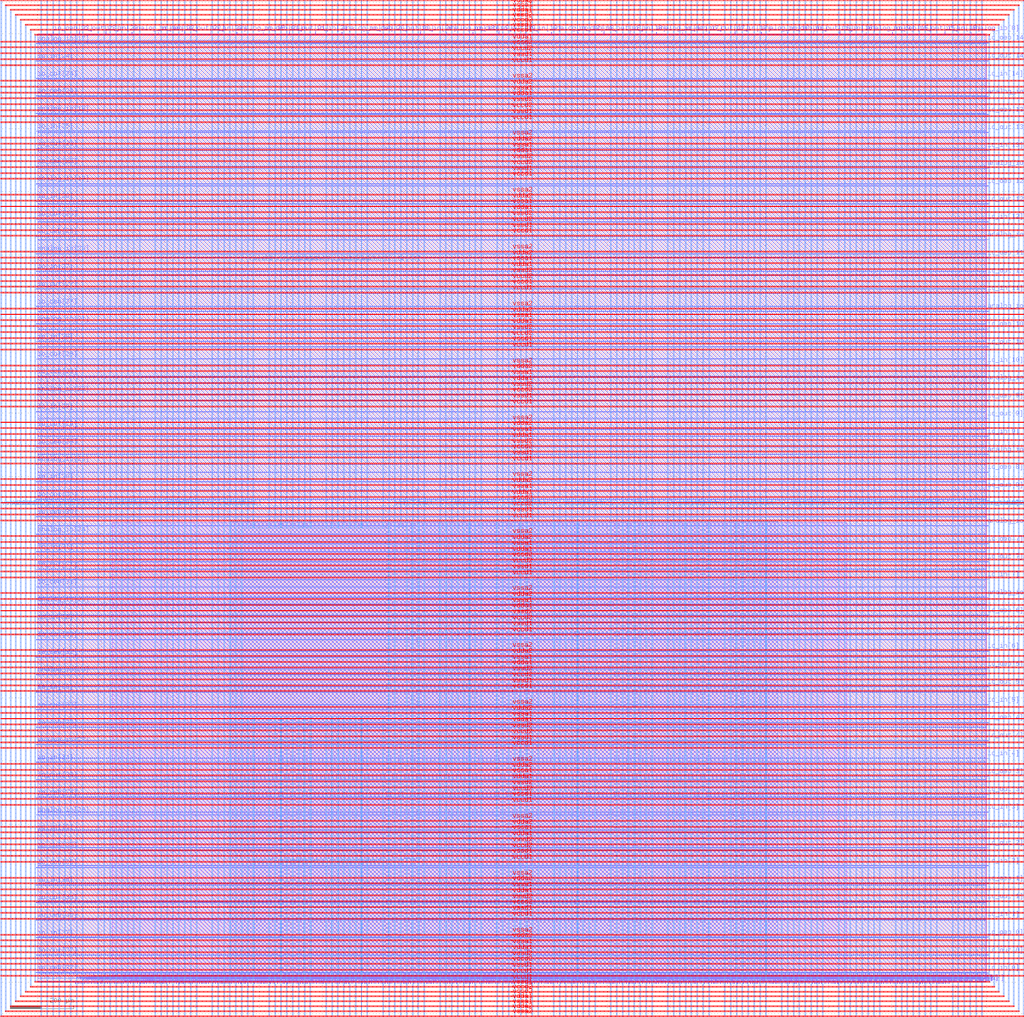
<source format=lef>
VERSION 5.7 ;
  NOWIREEXTENSIONATPIN ON ;
  DIVIDERCHAR "/" ;
  BUSBITCHARS "[]" ;
MACRO user_project_wrapper
  CLASS BLOCK ;
  FOREIGN user_project_wrapper ;
  ORIGIN 0.000 0.000 ;
  SIZE 3000.000 BY 3000.000 ;
  PIN analog_io[0]
    DIRECTION INOUT ;
    USE SIGNAL ;
    PORT
      LAYER Metal3 ;
        RECT 2997.600 1216.600 3004.800 1217.720 ;
    END
  END analog_io[0]
  PIN analog_io[10]
    DIRECTION INOUT ;
    USE SIGNAL ;
    PORT
      LAYER Metal2 ;
        RECT 2286.760 2997.600 2287.880 3004.800 ;
    END
  END analog_io[10]
  PIN analog_io[11]
    DIRECTION INOUT ;
    USE SIGNAL ;
    PORT
      LAYER Metal2 ;
        RECT 1955.240 2997.600 1956.360 3004.800 ;
    END
  END analog_io[11]
  PIN analog_io[12]
    DIRECTION INOUT ;
    USE SIGNAL ;
    PORT
      LAYER Metal2 ;
        RECT 1623.720 2997.600 1624.840 3004.800 ;
    END
  END analog_io[12]
  PIN analog_io[13]
    DIRECTION INOUT ;
    USE SIGNAL ;
    PORT
      LAYER Metal2 ;
        RECT 1292.200 2997.600 1293.320 3004.800 ;
    END
  END analog_io[13]
  PIN analog_io[14]
    DIRECTION INOUT ;
    USE SIGNAL ;
    PORT
      LAYER Metal2 ;
        RECT 960.680 2997.600 961.800 3004.800 ;
    END
  END analog_io[14]
  PIN analog_io[15]
    DIRECTION INOUT ;
    USE SIGNAL ;
    PORT
      LAYER Metal2 ;
        RECT 629.160 2997.600 630.280 3004.800 ;
    END
  END analog_io[15]
  PIN analog_io[16]
    DIRECTION INOUT ;
    USE SIGNAL ;
    PORT
      LAYER Metal2 ;
        RECT 297.640 2997.600 298.760 3004.800 ;
    END
  END analog_io[16]
  PIN analog_io[17]
    DIRECTION INOUT ;
    USE SIGNAL ;
    PORT
      LAYER Metal3 ;
        RECT -4.800 2968.280 2.400 2969.400 ;
    END
  END analog_io[17]
  PIN analog_io[18]
    DIRECTION INOUT ;
    USE SIGNAL ;
    PORT
      LAYER Metal3 ;
        RECT -4.800 2746.520 2.400 2747.640 ;
    END
  END analog_io[18]
  PIN analog_io[19]
    DIRECTION INOUT ;
    USE SIGNAL ;
    PORT
      LAYER Metal3 ;
        RECT -4.800 2524.760 2.400 2525.880 ;
    END
  END analog_io[19]
  PIN analog_io[1]
    DIRECTION INOUT ;
    USE SIGNAL ;
    PORT
      LAYER Metal3 ;
        RECT 2997.600 1442.840 3004.800 1443.960 ;
    END
  END analog_io[1]
  PIN analog_io[20]
    DIRECTION INOUT ;
    USE SIGNAL ;
    PORT
      LAYER Metal3 ;
        RECT -4.800 2303.000 2.400 2304.120 ;
    END
  END analog_io[20]
  PIN analog_io[21]
    DIRECTION INOUT ;
    USE SIGNAL ;
    PORT
      LAYER Metal3 ;
        RECT -4.800 2081.240 2.400 2082.360 ;
    END
  END analog_io[21]
  PIN analog_io[22]
    DIRECTION INOUT ;
    USE SIGNAL ;
    PORT
      LAYER Metal3 ;
        RECT -4.800 1859.480 2.400 1860.600 ;
    END
  END analog_io[22]
  PIN analog_io[23]
    DIRECTION INOUT ;
    USE SIGNAL ;
    PORT
      LAYER Metal3 ;
        RECT -4.800 1637.720 2.400 1638.840 ;
    END
  END analog_io[23]
  PIN analog_io[24]
    DIRECTION INOUT ;
    USE SIGNAL ;
    PORT
      LAYER Metal3 ;
        RECT -4.800 1415.960 2.400 1417.080 ;
    END
  END analog_io[24]
  PIN analog_io[25]
    DIRECTION INOUT ;
    USE SIGNAL ;
    PORT
      LAYER Metal3 ;
        RECT -4.800 1194.200 2.400 1195.320 ;
    END
  END analog_io[25]
  PIN analog_io[26]
    DIRECTION INOUT ;
    USE SIGNAL ;
    PORT
      LAYER Metal3 ;
        RECT -4.800 972.440 2.400 973.560 ;
    END
  END analog_io[26]
  PIN analog_io[27]
    DIRECTION INOUT ;
    USE SIGNAL ;
    PORT
      LAYER Metal3 ;
        RECT -4.800 750.680 2.400 751.800 ;
    END
  END analog_io[27]
  PIN analog_io[28]
    DIRECTION INOUT ;
    USE SIGNAL ;
    PORT
      LAYER Metal3 ;
        RECT -4.800 528.920 2.400 530.040 ;
    END
  END analog_io[28]
  PIN analog_io[2]
    DIRECTION INOUT ;
    USE SIGNAL ;
    PORT
      LAYER Metal3 ;
        RECT 2997.600 1669.080 3004.800 1670.200 ;
    END
  END analog_io[2]
  PIN analog_io[3]
    DIRECTION INOUT ;
    USE SIGNAL ;
    PORT
      LAYER Metal3 ;
        RECT 2997.600 1895.320 3004.800 1896.440 ;
    END
  END analog_io[3]
  PIN analog_io[4]
    DIRECTION INOUT ;
    USE SIGNAL ;
    PORT
      LAYER Metal3 ;
        RECT 2997.600 2121.560 3004.800 2122.680 ;
    END
  END analog_io[4]
  PIN analog_io[5]
    DIRECTION INOUT ;
    USE SIGNAL ;
    PORT
      LAYER Metal3 ;
        RECT 2997.600 2347.800 3004.800 2348.920 ;
    END
  END analog_io[5]
  PIN analog_io[6]
    DIRECTION INOUT ;
    USE SIGNAL ;
    PORT
      LAYER Metal3 ;
        RECT 2997.600 2574.040 3004.800 2575.160 ;
    END
  END analog_io[6]
  PIN analog_io[7]
    DIRECTION INOUT ;
    USE SIGNAL ;
    PORT
      LAYER Metal3 ;
        RECT 2997.600 2800.280 3004.800 2801.400 ;
    END
  END analog_io[7]
  PIN analog_io[8]
    DIRECTION INOUT ;
    USE SIGNAL ;
    PORT
      LAYER Metal2 ;
        RECT 2949.800 2997.600 2950.920 3004.800 ;
    END
  END analog_io[8]
  PIN analog_io[9]
    DIRECTION INOUT ;
    USE SIGNAL ;
    PORT
      LAYER Metal2 ;
        RECT 2618.280 2997.600 2619.400 3004.800 ;
    END
  END analog_io[9]
  PIN io_in[0]
    DIRECTION INPUT ;
    USE SIGNAL ;
    PORT
      LAYER Metal3 ;
        RECT 2997.600 28.840 3004.800 29.960 ;
    END
  END io_in[0]
  PIN io_in[10]
    DIRECTION INPUT ;
    USE SIGNAL ;
    PORT
      LAYER Metal3 ;
        RECT 2997.600 1951.880 3004.800 1953.000 ;
    END
  END io_in[10]
  PIN io_in[11]
    DIRECTION INPUT ;
    USE SIGNAL ;
    PORT
      LAYER Metal3 ;
        RECT 2997.600 2178.120 3004.800 2179.240 ;
    END
  END io_in[11]
  PIN io_in[12]
    DIRECTION INPUT ;
    USE SIGNAL ;
    PORT
      LAYER Metal3 ;
        RECT 2997.600 2404.360 3004.800 2405.480 ;
    END
  END io_in[12]
  PIN io_in[13]
    DIRECTION INPUT ;
    USE SIGNAL ;
    PORT
      LAYER Metal3 ;
        RECT 2997.600 2630.600 3004.800 2631.720 ;
    END
  END io_in[13]
  PIN io_in[14]
    DIRECTION INPUT ;
    USE SIGNAL ;
    PORT
      LAYER Metal3 ;
        RECT 2997.600 2856.840 3004.800 2857.960 ;
    END
  END io_in[14]
  PIN io_in[15]
    DIRECTION INPUT ;
    USE SIGNAL ;
    PORT
      LAYER Metal2 ;
        RECT 2866.920 2997.600 2868.040 3004.800 ;
    END
  END io_in[15]
  PIN io_in[16]
    DIRECTION INPUT ;
    USE SIGNAL ;
    PORT
      LAYER Metal2 ;
        RECT 2535.400 2997.600 2536.520 3004.800 ;
    END
  END io_in[16]
  PIN io_in[17]
    DIRECTION INPUT ;
    USE SIGNAL ;
    PORT
      LAYER Metal2 ;
        RECT 2203.880 2997.600 2205.000 3004.800 ;
    END
  END io_in[17]
  PIN io_in[18]
    DIRECTION INPUT ;
    USE SIGNAL ;
    PORT
      LAYER Metal2 ;
        RECT 1872.360 2997.600 1873.480 3004.800 ;
    END
  END io_in[18]
  PIN io_in[19]
    DIRECTION INPUT ;
    USE SIGNAL ;
    PORT
      LAYER Metal2 ;
        RECT 1540.840 2997.600 1541.960 3004.800 ;
    END
  END io_in[19]
  PIN io_in[1]
    DIRECTION INPUT ;
    USE SIGNAL ;
    PORT
      LAYER Metal3 ;
        RECT 2997.600 198.520 3004.800 199.640 ;
    END
  END io_in[1]
  PIN io_in[20]
    DIRECTION INPUT ;
    USE SIGNAL ;
    PORT
      LAYER Metal2 ;
        RECT 1209.320 2997.600 1210.440 3004.800 ;
    END
  END io_in[20]
  PIN io_in[21]
    DIRECTION INPUT ;
    USE SIGNAL ;
    PORT
      LAYER Metal2 ;
        RECT 877.800 2997.600 878.920 3004.800 ;
    END
  END io_in[21]
  PIN io_in[22]
    DIRECTION INPUT ;
    USE SIGNAL ;
    PORT
      LAYER Metal2 ;
        RECT 546.280 2997.600 547.400 3004.800 ;
    END
  END io_in[22]
  PIN io_in[23]
    DIRECTION INPUT ;
    USE SIGNAL ;
    PORT
      LAYER Metal2 ;
        RECT 214.760 2997.600 215.880 3004.800 ;
    END
  END io_in[23]
  PIN io_in[24]
    DIRECTION INPUT ;
    USE SIGNAL ;
    PORT
      LAYER Metal3 ;
        RECT -4.800 2912.840 2.400 2913.960 ;
    END
  END io_in[24]
  PIN io_in[25]
    DIRECTION INPUT ;
    USE SIGNAL ;
    PORT
      LAYER Metal3 ;
        RECT -4.800 2691.080 2.400 2692.200 ;
    END
  END io_in[25]
  PIN io_in[26]
    DIRECTION INPUT ;
    USE SIGNAL ;
    PORT
      LAYER Metal3 ;
        RECT -4.800 2469.320 2.400 2470.440 ;
    END
  END io_in[26]
  PIN io_in[27]
    DIRECTION INPUT ;
    USE SIGNAL ;
    PORT
      LAYER Metal3 ;
        RECT -4.800 2247.560 2.400 2248.680 ;
    END
  END io_in[27]
  PIN io_in[28]
    DIRECTION INPUT ;
    USE SIGNAL ;
    PORT
      LAYER Metal3 ;
        RECT -4.800 2025.800 2.400 2026.920 ;
    END
  END io_in[28]
  PIN io_in[29]
    DIRECTION INPUT ;
    USE SIGNAL ;
    PORT
      LAYER Metal3 ;
        RECT -4.800 1804.040 2.400 1805.160 ;
    END
  END io_in[29]
  PIN io_in[2]
    DIRECTION INPUT ;
    USE SIGNAL ;
    PORT
      LAYER Metal3 ;
        RECT 2997.600 368.200 3004.800 369.320 ;
    END
  END io_in[2]
  PIN io_in[30]
    DIRECTION INPUT ;
    USE SIGNAL ;
    PORT
      LAYER Metal3 ;
        RECT -4.800 1582.280 2.400 1583.400 ;
    END
  END io_in[30]
  PIN io_in[31]
    DIRECTION INPUT ;
    USE SIGNAL ;
    PORT
      LAYER Metal3 ;
        RECT -4.800 1360.520 2.400 1361.640 ;
    END
  END io_in[31]
  PIN io_in[32]
    DIRECTION INPUT ;
    USE SIGNAL ;
    PORT
      LAYER Metal3 ;
        RECT -4.800 1138.760 2.400 1139.880 ;
    END
  END io_in[32]
  PIN io_in[33]
    DIRECTION INPUT ;
    USE SIGNAL ;
    PORT
      LAYER Metal3 ;
        RECT -4.800 917.000 2.400 918.120 ;
    END
  END io_in[33]
  PIN io_in[34]
    DIRECTION INPUT ;
    USE SIGNAL ;
    PORT
      LAYER Metal3 ;
        RECT -4.800 695.240 2.400 696.360 ;
    END
  END io_in[34]
  PIN io_in[35]
    DIRECTION INPUT ;
    USE SIGNAL ;
    PORT
      LAYER Metal3 ;
        RECT -4.800 473.480 2.400 474.600 ;
    END
  END io_in[35]
  PIN io_in[36]
    DIRECTION INPUT ;
    USE SIGNAL ;
    PORT
      LAYER Metal3 ;
        RECT -4.800 307.160 2.400 308.280 ;
    END
  END io_in[36]
  PIN io_in[37]
    DIRECTION INPUT ;
    USE SIGNAL ;
    PORT
      LAYER Metal3 ;
        RECT -4.800 140.840 2.400 141.960 ;
    END
  END io_in[37]
  PIN io_in[3]
    DIRECTION INPUT ;
    USE SIGNAL ;
    PORT
      LAYER Metal3 ;
        RECT 2997.600 537.880 3004.800 539.000 ;
    END
  END io_in[3]
  PIN io_in[4]
    DIRECTION INPUT ;
    USE SIGNAL ;
    PORT
      LAYER Metal3 ;
        RECT 2997.600 707.560 3004.800 708.680 ;
    END
  END io_in[4]
  PIN io_in[5]
    DIRECTION INPUT ;
    USE SIGNAL ;
    PORT
      LAYER Metal3 ;
        RECT 2997.600 877.240 3004.800 878.360 ;
    END
  END io_in[5]
  PIN io_in[6]
    DIRECTION INPUT ;
    USE SIGNAL ;
    PORT
      LAYER Metal3 ;
        RECT 2997.600 1046.920 3004.800 1048.040 ;
    END
  END io_in[6]
  PIN io_in[7]
    DIRECTION INPUT ;
    USE SIGNAL ;
    PORT
      LAYER Metal3 ;
        RECT 2997.600 1273.160 3004.800 1274.280 ;
    END
  END io_in[7]
  PIN io_in[8]
    DIRECTION INPUT ;
    USE SIGNAL ;
    PORT
      LAYER Metal3 ;
        RECT 2997.600 1499.400 3004.800 1500.520 ;
    END
  END io_in[8]
  PIN io_in[9]
    DIRECTION INPUT ;
    USE SIGNAL ;
    PORT
      LAYER Metal3 ;
        RECT 2997.600 1725.640 3004.800 1726.760 ;
    END
  END io_in[9]
  PIN io_oeb[0]
    DIRECTION OUTPUT TRISTATE ;
    USE SIGNAL ;
    PORT
      LAYER Metal3 ;
        RECT 2997.600 141.960 3004.800 143.080 ;
    END
  END io_oeb[0]
  PIN io_oeb[10]
    DIRECTION OUTPUT TRISTATE ;
    USE SIGNAL ;
    PORT
      LAYER Metal3 ;
        RECT 2997.600 2065.000 3004.800 2066.120 ;
    END
  END io_oeb[10]
  PIN io_oeb[11]
    DIRECTION OUTPUT TRISTATE ;
    USE SIGNAL ;
    PORT
      LAYER Metal3 ;
        RECT 2997.600 2291.240 3004.800 2292.360 ;
    END
  END io_oeb[11]
  PIN io_oeb[12]
    DIRECTION OUTPUT TRISTATE ;
    USE SIGNAL ;
    PORT
      LAYER Metal3 ;
        RECT 2997.600 2517.480 3004.800 2518.600 ;
    END
  END io_oeb[12]
  PIN io_oeb[13]
    DIRECTION OUTPUT TRISTATE ;
    USE SIGNAL ;
    PORT
      LAYER Metal3 ;
        RECT 2997.600 2743.720 3004.800 2744.840 ;
    END
  END io_oeb[13]
  PIN io_oeb[14]
    DIRECTION OUTPUT TRISTATE ;
    USE SIGNAL ;
    PORT
      LAYER Metal3 ;
        RECT 2997.600 2969.960 3004.800 2971.080 ;
    END
  END io_oeb[14]
  PIN io_oeb[15]
    DIRECTION OUTPUT TRISTATE ;
    USE SIGNAL ;
    PORT
      LAYER Metal2 ;
        RECT 2701.160 2997.600 2702.280 3004.800 ;
    END
  END io_oeb[15]
  PIN io_oeb[16]
    DIRECTION OUTPUT TRISTATE ;
    USE SIGNAL ;
    PORT
      LAYER Metal2 ;
        RECT 2369.640 2997.600 2370.760 3004.800 ;
    END
  END io_oeb[16]
  PIN io_oeb[17]
    DIRECTION OUTPUT TRISTATE ;
    USE SIGNAL ;
    PORT
      LAYER Metal2 ;
        RECT 2038.120 2997.600 2039.240 3004.800 ;
    END
  END io_oeb[17]
  PIN io_oeb[18]
    DIRECTION OUTPUT TRISTATE ;
    USE SIGNAL ;
    PORT
      LAYER Metal2 ;
        RECT 1706.600 2997.600 1707.720 3004.800 ;
    END
  END io_oeb[18]
  PIN io_oeb[19]
    DIRECTION OUTPUT TRISTATE ;
    USE SIGNAL ;
    PORT
      LAYER Metal2 ;
        RECT 1375.080 2997.600 1376.200 3004.800 ;
    END
  END io_oeb[19]
  PIN io_oeb[1]
    DIRECTION OUTPUT TRISTATE ;
    USE SIGNAL ;
    PORT
      LAYER Metal3 ;
        RECT 2997.600 311.640 3004.800 312.760 ;
    END
  END io_oeb[1]
  PIN io_oeb[20]
    DIRECTION OUTPUT TRISTATE ;
    USE SIGNAL ;
    PORT
      LAYER Metal2 ;
        RECT 1043.560 2997.600 1044.680 3004.800 ;
    END
  END io_oeb[20]
  PIN io_oeb[21]
    DIRECTION OUTPUT TRISTATE ;
    USE SIGNAL ;
    PORT
      LAYER Metal2 ;
        RECT 712.040 2997.600 713.160 3004.800 ;
    END
  END io_oeb[21]
  PIN io_oeb[22]
    DIRECTION OUTPUT TRISTATE ;
    USE SIGNAL ;
    PORT
      LAYER Metal2 ;
        RECT 380.520 2997.600 381.640 3004.800 ;
    END
  END io_oeb[22]
  PIN io_oeb[23]
    DIRECTION OUTPUT TRISTATE ;
    USE SIGNAL ;
    PORT
      LAYER Metal2 ;
        RECT 49.000 2997.600 50.120 3004.800 ;
    END
  END io_oeb[23]
  PIN io_oeb[24]
    DIRECTION OUTPUT TRISTATE ;
    USE SIGNAL ;
    PORT
      LAYER Metal3 ;
        RECT -4.800 2801.960 2.400 2803.080 ;
    END
  END io_oeb[24]
  PIN io_oeb[25]
    DIRECTION OUTPUT TRISTATE ;
    USE SIGNAL ;
    PORT
      LAYER Metal3 ;
        RECT -4.800 2580.200 2.400 2581.320 ;
    END
  END io_oeb[25]
  PIN io_oeb[26]
    DIRECTION OUTPUT TRISTATE ;
    USE SIGNAL ;
    PORT
      LAYER Metal3 ;
        RECT -4.800 2358.440 2.400 2359.560 ;
    END
  END io_oeb[26]
  PIN io_oeb[27]
    DIRECTION OUTPUT TRISTATE ;
    USE SIGNAL ;
    PORT
      LAYER Metal3 ;
        RECT -4.800 2136.680 2.400 2137.800 ;
    END
  END io_oeb[27]
  PIN io_oeb[28]
    DIRECTION OUTPUT TRISTATE ;
    USE SIGNAL ;
    PORT
      LAYER Metal3 ;
        RECT -4.800 1914.920 2.400 1916.040 ;
    END
  END io_oeb[28]
  PIN io_oeb[29]
    DIRECTION OUTPUT TRISTATE ;
    USE SIGNAL ;
    PORT
      LAYER Metal3 ;
        RECT -4.800 1693.160 2.400 1694.280 ;
    END
  END io_oeb[29]
  PIN io_oeb[2]
    DIRECTION OUTPUT TRISTATE ;
    USE SIGNAL ;
    PORT
      LAYER Metal3 ;
        RECT 2997.600 481.320 3004.800 482.440 ;
    END
  END io_oeb[2]
  PIN io_oeb[30]
    DIRECTION OUTPUT TRISTATE ;
    USE SIGNAL ;
    PORT
      LAYER Metal3 ;
        RECT -4.800 1471.400 2.400 1472.520 ;
    END
  END io_oeb[30]
  PIN io_oeb[31]
    DIRECTION OUTPUT TRISTATE ;
    USE SIGNAL ;
    PORT
      LAYER Metal3 ;
        RECT -4.800 1249.640 2.400 1250.760 ;
    END
  END io_oeb[31]
  PIN io_oeb[32]
    DIRECTION OUTPUT TRISTATE ;
    USE SIGNAL ;
    PORT
      LAYER Metal3 ;
        RECT -4.800 1027.880 2.400 1029.000 ;
    END
  END io_oeb[32]
  PIN io_oeb[33]
    DIRECTION OUTPUT TRISTATE ;
    USE SIGNAL ;
    PORT
      LAYER Metal3 ;
        RECT -4.800 806.120 2.400 807.240 ;
    END
  END io_oeb[33]
  PIN io_oeb[34]
    DIRECTION OUTPUT TRISTATE ;
    USE SIGNAL ;
    PORT
      LAYER Metal3 ;
        RECT -4.800 584.360 2.400 585.480 ;
    END
  END io_oeb[34]
  PIN io_oeb[35]
    DIRECTION OUTPUT TRISTATE ;
    USE SIGNAL ;
    PORT
      LAYER Metal3 ;
        RECT -4.800 362.600 2.400 363.720 ;
    END
  END io_oeb[35]
  PIN io_oeb[36]
    DIRECTION OUTPUT TRISTATE ;
    USE SIGNAL ;
    PORT
      LAYER Metal3 ;
        RECT -4.800 196.280 2.400 197.400 ;
    END
  END io_oeb[36]
  PIN io_oeb[37]
    DIRECTION OUTPUT TRISTATE ;
    USE SIGNAL ;
    PORT
      LAYER Metal3 ;
        RECT -4.800 29.960 2.400 31.080 ;
    END
  END io_oeb[37]
  PIN io_oeb[3]
    DIRECTION OUTPUT TRISTATE ;
    USE SIGNAL ;
    PORT
      LAYER Metal3 ;
        RECT 2997.600 651.000 3004.800 652.120 ;
    END
  END io_oeb[3]
  PIN io_oeb[4]
    DIRECTION OUTPUT TRISTATE ;
    USE SIGNAL ;
    PORT
      LAYER Metal3 ;
        RECT 2997.600 820.680 3004.800 821.800 ;
    END
  END io_oeb[4]
  PIN io_oeb[5]
    DIRECTION OUTPUT TRISTATE ;
    USE SIGNAL ;
    PORT
      LAYER Metal3 ;
        RECT 2997.600 990.360 3004.800 991.480 ;
    END
  END io_oeb[5]
  PIN io_oeb[6]
    DIRECTION OUTPUT TRISTATE ;
    USE SIGNAL ;
    PORT
      LAYER Metal3 ;
        RECT 2997.600 1160.040 3004.800 1161.160 ;
    END
  END io_oeb[6]
  PIN io_oeb[7]
    DIRECTION OUTPUT TRISTATE ;
    USE SIGNAL ;
    PORT
      LAYER Metal3 ;
        RECT 2997.600 1386.280 3004.800 1387.400 ;
    END
  END io_oeb[7]
  PIN io_oeb[8]
    DIRECTION OUTPUT TRISTATE ;
    USE SIGNAL ;
    PORT
      LAYER Metal3 ;
        RECT 2997.600 1612.520 3004.800 1613.640 ;
    END
  END io_oeb[8]
  PIN io_oeb[9]
    DIRECTION OUTPUT TRISTATE ;
    USE SIGNAL ;
    PORT
      LAYER Metal3 ;
        RECT 2997.600 1838.760 3004.800 1839.880 ;
    END
  END io_oeb[9]
  PIN io_out[0]
    DIRECTION OUTPUT TRISTATE ;
    USE SIGNAL ;
    PORT
      LAYER Metal3 ;
        RECT 2997.600 85.400 3004.800 86.520 ;
    END
  END io_out[0]
  PIN io_out[10]
    DIRECTION OUTPUT TRISTATE ;
    USE SIGNAL ;
    PORT
      LAYER Metal3 ;
        RECT 2997.600 2008.440 3004.800 2009.560 ;
    END
  END io_out[10]
  PIN io_out[11]
    DIRECTION OUTPUT TRISTATE ;
    USE SIGNAL ;
    PORT
      LAYER Metal3 ;
        RECT 2997.600 2234.680 3004.800 2235.800 ;
    END
  END io_out[11]
  PIN io_out[12]
    DIRECTION OUTPUT TRISTATE ;
    USE SIGNAL ;
    PORT
      LAYER Metal3 ;
        RECT 2997.600 2460.920 3004.800 2462.040 ;
    END
  END io_out[12]
  PIN io_out[13]
    DIRECTION OUTPUT TRISTATE ;
    USE SIGNAL ;
    PORT
      LAYER Metal3 ;
        RECT 2997.600 2687.160 3004.800 2688.280 ;
    END
  END io_out[13]
  PIN io_out[14]
    DIRECTION OUTPUT TRISTATE ;
    USE SIGNAL ;
    PORT
      LAYER Metal3 ;
        RECT 2997.600 2913.400 3004.800 2914.520 ;
    END
  END io_out[14]
  PIN io_out[15]
    DIRECTION OUTPUT TRISTATE ;
    USE SIGNAL ;
    PORT
      LAYER Metal2 ;
        RECT 2784.040 2997.600 2785.160 3004.800 ;
    END
  END io_out[15]
  PIN io_out[16]
    DIRECTION OUTPUT TRISTATE ;
    USE SIGNAL ;
    PORT
      LAYER Metal2 ;
        RECT 2452.520 2997.600 2453.640 3004.800 ;
    END
  END io_out[16]
  PIN io_out[17]
    DIRECTION OUTPUT TRISTATE ;
    USE SIGNAL ;
    PORT
      LAYER Metal2 ;
        RECT 2121.000 2997.600 2122.120 3004.800 ;
    END
  END io_out[17]
  PIN io_out[18]
    DIRECTION OUTPUT TRISTATE ;
    USE SIGNAL ;
    PORT
      LAYER Metal2 ;
        RECT 1789.480 2997.600 1790.600 3004.800 ;
    END
  END io_out[18]
  PIN io_out[19]
    DIRECTION OUTPUT TRISTATE ;
    USE SIGNAL ;
    PORT
      LAYER Metal2 ;
        RECT 1457.960 2997.600 1459.080 3004.800 ;
    END
  END io_out[19]
  PIN io_out[1]
    DIRECTION OUTPUT TRISTATE ;
    USE SIGNAL ;
    PORT
      LAYER Metal3 ;
        RECT 2997.600 255.080 3004.800 256.200 ;
    END
  END io_out[1]
  PIN io_out[20]
    DIRECTION OUTPUT TRISTATE ;
    USE SIGNAL ;
    PORT
      LAYER Metal2 ;
        RECT 1126.440 2997.600 1127.560 3004.800 ;
    END
  END io_out[20]
  PIN io_out[21]
    DIRECTION OUTPUT TRISTATE ;
    USE SIGNAL ;
    PORT
      LAYER Metal2 ;
        RECT 794.920 2997.600 796.040 3004.800 ;
    END
  END io_out[21]
  PIN io_out[22]
    DIRECTION OUTPUT TRISTATE ;
    USE SIGNAL ;
    PORT
      LAYER Metal2 ;
        RECT 463.400 2997.600 464.520 3004.800 ;
    END
  END io_out[22]
  PIN io_out[23]
    DIRECTION OUTPUT TRISTATE ;
    USE SIGNAL ;
    PORT
      LAYER Metal2 ;
        RECT 131.880 2997.600 133.000 3004.800 ;
    END
  END io_out[23]
  PIN io_out[24]
    DIRECTION OUTPUT TRISTATE ;
    USE SIGNAL ;
    PORT
      LAYER Metal3 ;
        RECT -4.800 2857.400 2.400 2858.520 ;
    END
  END io_out[24]
  PIN io_out[25]
    DIRECTION OUTPUT TRISTATE ;
    USE SIGNAL ;
    PORT
      LAYER Metal3 ;
        RECT -4.800 2635.640 2.400 2636.760 ;
    END
  END io_out[25]
  PIN io_out[26]
    DIRECTION OUTPUT TRISTATE ;
    USE SIGNAL ;
    PORT
      LAYER Metal3 ;
        RECT -4.800 2413.880 2.400 2415.000 ;
    END
  END io_out[26]
  PIN io_out[27]
    DIRECTION OUTPUT TRISTATE ;
    USE SIGNAL ;
    PORT
      LAYER Metal3 ;
        RECT -4.800 2192.120 2.400 2193.240 ;
    END
  END io_out[27]
  PIN io_out[28]
    DIRECTION OUTPUT TRISTATE ;
    USE SIGNAL ;
    PORT
      LAYER Metal3 ;
        RECT -4.800 1970.360 2.400 1971.480 ;
    END
  END io_out[28]
  PIN io_out[29]
    DIRECTION OUTPUT TRISTATE ;
    USE SIGNAL ;
    PORT
      LAYER Metal3 ;
        RECT -4.800 1748.600 2.400 1749.720 ;
    END
  END io_out[29]
  PIN io_out[2]
    DIRECTION OUTPUT TRISTATE ;
    USE SIGNAL ;
    PORT
      LAYER Metal3 ;
        RECT 2997.600 424.760 3004.800 425.880 ;
    END
  END io_out[2]
  PIN io_out[30]
    DIRECTION OUTPUT TRISTATE ;
    USE SIGNAL ;
    PORT
      LAYER Metal3 ;
        RECT -4.800 1526.840 2.400 1527.960 ;
    END
  END io_out[30]
  PIN io_out[31]
    DIRECTION OUTPUT TRISTATE ;
    USE SIGNAL ;
    PORT
      LAYER Metal3 ;
        RECT -4.800 1305.080 2.400 1306.200 ;
    END
  END io_out[31]
  PIN io_out[32]
    DIRECTION OUTPUT TRISTATE ;
    USE SIGNAL ;
    PORT
      LAYER Metal3 ;
        RECT -4.800 1083.320 2.400 1084.440 ;
    END
  END io_out[32]
  PIN io_out[33]
    DIRECTION OUTPUT TRISTATE ;
    USE SIGNAL ;
    PORT
      LAYER Metal3 ;
        RECT -4.800 861.560 2.400 862.680 ;
    END
  END io_out[33]
  PIN io_out[34]
    DIRECTION OUTPUT TRISTATE ;
    USE SIGNAL ;
    PORT
      LAYER Metal3 ;
        RECT -4.800 639.800 2.400 640.920 ;
    END
  END io_out[34]
  PIN io_out[35]
    DIRECTION OUTPUT TRISTATE ;
    USE SIGNAL ;
    PORT
      LAYER Metal3 ;
        RECT -4.800 418.040 2.400 419.160 ;
    END
  END io_out[35]
  PIN io_out[36]
    DIRECTION OUTPUT TRISTATE ;
    USE SIGNAL ;
    PORT
      LAYER Metal3 ;
        RECT -4.800 251.720 2.400 252.840 ;
    END
  END io_out[36]
  PIN io_out[37]
    DIRECTION OUTPUT TRISTATE ;
    USE SIGNAL ;
    PORT
      LAYER Metal3 ;
        RECT -4.800 85.400 2.400 86.520 ;
    END
  END io_out[37]
  PIN io_out[3]
    DIRECTION OUTPUT TRISTATE ;
    USE SIGNAL ;
    PORT
      LAYER Metal3 ;
        RECT 2997.600 594.440 3004.800 595.560 ;
    END
  END io_out[3]
  PIN io_out[4]
    DIRECTION OUTPUT TRISTATE ;
    USE SIGNAL ;
    PORT
      LAYER Metal3 ;
        RECT 2997.600 764.120 3004.800 765.240 ;
    END
  END io_out[4]
  PIN io_out[5]
    DIRECTION OUTPUT TRISTATE ;
    USE SIGNAL ;
    PORT
      LAYER Metal3 ;
        RECT 2997.600 933.800 3004.800 934.920 ;
    END
  END io_out[5]
  PIN io_out[6]
    DIRECTION OUTPUT TRISTATE ;
    USE SIGNAL ;
    PORT
      LAYER Metal3 ;
        RECT 2997.600 1103.480 3004.800 1104.600 ;
    END
  END io_out[6]
  PIN io_out[7]
    DIRECTION OUTPUT TRISTATE ;
    USE SIGNAL ;
    PORT
      LAYER Metal3 ;
        RECT 2997.600 1329.720 3004.800 1330.840 ;
    END
  END io_out[7]
  PIN io_out[8]
    DIRECTION OUTPUT TRISTATE ;
    USE SIGNAL ;
    PORT
      LAYER Metal3 ;
        RECT 2997.600 1555.960 3004.800 1557.080 ;
    END
  END io_out[8]
  PIN io_out[9]
    DIRECTION OUTPUT TRISTATE ;
    USE SIGNAL ;
    PORT
      LAYER Metal3 ;
        RECT 2997.600 1782.200 3004.800 1783.320 ;
    END
  END io_out[9]
  PIN la_data_in[0]
    DIRECTION INPUT ;
    USE SIGNAL ;
    PORT
      LAYER Metal2 ;
        RECT 712.600 -4.800 713.720 2.400 ;
    END
  END la_data_in[0]
  PIN la_data_in[100]
    DIRECTION INPUT ;
    USE SIGNAL ;
    PORT
      LAYER Metal2 ;
        RECT 2392.600 -4.800 2393.720 2.400 ;
    END
  END la_data_in[100]
  PIN la_data_in[101]
    DIRECTION INPUT ;
    USE SIGNAL ;
    PORT
      LAYER Metal2 ;
        RECT 2409.400 -4.800 2410.520 2.400 ;
    END
  END la_data_in[101]
  PIN la_data_in[102]
    DIRECTION INPUT ;
    USE SIGNAL ;
    PORT
      LAYER Metal2 ;
        RECT 2426.200 -4.800 2427.320 2.400 ;
    END
  END la_data_in[102]
  PIN la_data_in[103]
    DIRECTION INPUT ;
    USE SIGNAL ;
    PORT
      LAYER Metal2 ;
        RECT 2443.000 -4.800 2444.120 2.400 ;
    END
  END la_data_in[103]
  PIN la_data_in[104]
    DIRECTION INPUT ;
    USE SIGNAL ;
    PORT
      LAYER Metal2 ;
        RECT 2459.800 -4.800 2460.920 2.400 ;
    END
  END la_data_in[104]
  PIN la_data_in[105]
    DIRECTION INPUT ;
    USE SIGNAL ;
    PORT
      LAYER Metal2 ;
        RECT 2476.600 -4.800 2477.720 2.400 ;
    END
  END la_data_in[105]
  PIN la_data_in[106]
    DIRECTION INPUT ;
    USE SIGNAL ;
    PORT
      LAYER Metal2 ;
        RECT 2493.400 -4.800 2494.520 2.400 ;
    END
  END la_data_in[106]
  PIN la_data_in[107]
    DIRECTION INPUT ;
    USE SIGNAL ;
    PORT
      LAYER Metal2 ;
        RECT 2510.200 -4.800 2511.320 2.400 ;
    END
  END la_data_in[107]
  PIN la_data_in[108]
    DIRECTION INPUT ;
    USE SIGNAL ;
    PORT
      LAYER Metal2 ;
        RECT 2527.000 -4.800 2528.120 2.400 ;
    END
  END la_data_in[108]
  PIN la_data_in[109]
    DIRECTION INPUT ;
    USE SIGNAL ;
    PORT
      LAYER Metal2 ;
        RECT 2543.800 -4.800 2544.920 2.400 ;
    END
  END la_data_in[109]
  PIN la_data_in[10]
    DIRECTION INPUT ;
    USE SIGNAL ;
    PORT
      LAYER Metal2 ;
        RECT 880.600 -4.800 881.720 2.400 ;
    END
  END la_data_in[10]
  PIN la_data_in[110]
    DIRECTION INPUT ;
    USE SIGNAL ;
    PORT
      LAYER Metal2 ;
        RECT 2560.600 -4.800 2561.720 2.400 ;
    END
  END la_data_in[110]
  PIN la_data_in[111]
    DIRECTION INPUT ;
    USE SIGNAL ;
    PORT
      LAYER Metal2 ;
        RECT 2577.400 -4.800 2578.520 2.400 ;
    END
  END la_data_in[111]
  PIN la_data_in[112]
    DIRECTION INPUT ;
    USE SIGNAL ;
    PORT
      LAYER Metal2 ;
        RECT 2594.200 -4.800 2595.320 2.400 ;
    END
  END la_data_in[112]
  PIN la_data_in[113]
    DIRECTION INPUT ;
    USE SIGNAL ;
    PORT
      LAYER Metal2 ;
        RECT 2611.000 -4.800 2612.120 2.400 ;
    END
  END la_data_in[113]
  PIN la_data_in[114]
    DIRECTION INPUT ;
    USE SIGNAL ;
    PORT
      LAYER Metal2 ;
        RECT 2627.800 -4.800 2628.920 2.400 ;
    END
  END la_data_in[114]
  PIN la_data_in[115]
    DIRECTION INPUT ;
    USE SIGNAL ;
    PORT
      LAYER Metal2 ;
        RECT 2644.600 -4.800 2645.720 2.400 ;
    END
  END la_data_in[115]
  PIN la_data_in[116]
    DIRECTION INPUT ;
    USE SIGNAL ;
    PORT
      LAYER Metal2 ;
        RECT 2661.400 -4.800 2662.520 2.400 ;
    END
  END la_data_in[116]
  PIN la_data_in[117]
    DIRECTION INPUT ;
    USE SIGNAL ;
    PORT
      LAYER Metal2 ;
        RECT 2678.200 -4.800 2679.320 2.400 ;
    END
  END la_data_in[117]
  PIN la_data_in[118]
    DIRECTION INPUT ;
    USE SIGNAL ;
    PORT
      LAYER Metal2 ;
        RECT 2695.000 -4.800 2696.120 2.400 ;
    END
  END la_data_in[118]
  PIN la_data_in[119]
    DIRECTION INPUT ;
    USE SIGNAL ;
    PORT
      LAYER Metal2 ;
        RECT 2711.800 -4.800 2712.920 2.400 ;
    END
  END la_data_in[119]
  PIN la_data_in[11]
    DIRECTION INPUT ;
    USE SIGNAL ;
    PORT
      LAYER Metal2 ;
        RECT 897.400 -4.800 898.520 2.400 ;
    END
  END la_data_in[11]
  PIN la_data_in[120]
    DIRECTION INPUT ;
    USE SIGNAL ;
    PORT
      LAYER Metal2 ;
        RECT 2728.600 -4.800 2729.720 2.400 ;
    END
  END la_data_in[120]
  PIN la_data_in[121]
    DIRECTION INPUT ;
    USE SIGNAL ;
    PORT
      LAYER Metal2 ;
        RECT 2745.400 -4.800 2746.520 2.400 ;
    END
  END la_data_in[121]
  PIN la_data_in[122]
    DIRECTION INPUT ;
    USE SIGNAL ;
    PORT
      LAYER Metal2 ;
        RECT 2762.200 -4.800 2763.320 2.400 ;
    END
  END la_data_in[122]
  PIN la_data_in[123]
    DIRECTION INPUT ;
    USE SIGNAL ;
    PORT
      LAYER Metal2 ;
        RECT 2779.000 -4.800 2780.120 2.400 ;
    END
  END la_data_in[123]
  PIN la_data_in[124]
    DIRECTION INPUT ;
    USE SIGNAL ;
    PORT
      LAYER Metal2 ;
        RECT 2795.800 -4.800 2796.920 2.400 ;
    END
  END la_data_in[124]
  PIN la_data_in[125]
    DIRECTION INPUT ;
    USE SIGNAL ;
    PORT
      LAYER Metal2 ;
        RECT 2812.600 -4.800 2813.720 2.400 ;
    END
  END la_data_in[125]
  PIN la_data_in[126]
    DIRECTION INPUT ;
    USE SIGNAL ;
    PORT
      LAYER Metal2 ;
        RECT 2829.400 -4.800 2830.520 2.400 ;
    END
  END la_data_in[126]
  PIN la_data_in[127]
    DIRECTION INPUT ;
    USE SIGNAL ;
    PORT
      LAYER Metal2 ;
        RECT 2846.200 -4.800 2847.320 2.400 ;
    END
  END la_data_in[127]
  PIN la_data_in[12]
    DIRECTION INPUT ;
    USE SIGNAL ;
    PORT
      LAYER Metal2 ;
        RECT 914.200 -4.800 915.320 2.400 ;
    END
  END la_data_in[12]
  PIN la_data_in[13]
    DIRECTION INPUT ;
    USE SIGNAL ;
    PORT
      LAYER Metal2 ;
        RECT 931.000 -4.800 932.120 2.400 ;
    END
  END la_data_in[13]
  PIN la_data_in[14]
    DIRECTION INPUT ;
    USE SIGNAL ;
    PORT
      LAYER Metal2 ;
        RECT 947.800 -4.800 948.920 2.400 ;
    END
  END la_data_in[14]
  PIN la_data_in[15]
    DIRECTION INPUT ;
    USE SIGNAL ;
    PORT
      LAYER Metal2 ;
        RECT 964.600 -4.800 965.720 2.400 ;
    END
  END la_data_in[15]
  PIN la_data_in[16]
    DIRECTION INPUT ;
    USE SIGNAL ;
    PORT
      LAYER Metal2 ;
        RECT 981.400 -4.800 982.520 2.400 ;
    END
  END la_data_in[16]
  PIN la_data_in[17]
    DIRECTION INPUT ;
    USE SIGNAL ;
    PORT
      LAYER Metal2 ;
        RECT 998.200 -4.800 999.320 2.400 ;
    END
  END la_data_in[17]
  PIN la_data_in[18]
    DIRECTION INPUT ;
    USE SIGNAL ;
    PORT
      LAYER Metal2 ;
        RECT 1015.000 -4.800 1016.120 2.400 ;
    END
  END la_data_in[18]
  PIN la_data_in[19]
    DIRECTION INPUT ;
    USE SIGNAL ;
    PORT
      LAYER Metal2 ;
        RECT 1031.800 -4.800 1032.920 2.400 ;
    END
  END la_data_in[19]
  PIN la_data_in[1]
    DIRECTION INPUT ;
    USE SIGNAL ;
    PORT
      LAYER Metal2 ;
        RECT 729.400 -4.800 730.520 2.400 ;
    END
  END la_data_in[1]
  PIN la_data_in[20]
    DIRECTION INPUT ;
    USE SIGNAL ;
    PORT
      LAYER Metal2 ;
        RECT 1048.600 -4.800 1049.720 2.400 ;
    END
  END la_data_in[20]
  PIN la_data_in[21]
    DIRECTION INPUT ;
    USE SIGNAL ;
    PORT
      LAYER Metal2 ;
        RECT 1065.400 -4.800 1066.520 2.400 ;
    END
  END la_data_in[21]
  PIN la_data_in[22]
    DIRECTION INPUT ;
    USE SIGNAL ;
    PORT
      LAYER Metal2 ;
        RECT 1082.200 -4.800 1083.320 2.400 ;
    END
  END la_data_in[22]
  PIN la_data_in[23]
    DIRECTION INPUT ;
    USE SIGNAL ;
    PORT
      LAYER Metal2 ;
        RECT 1099.000 -4.800 1100.120 2.400 ;
    END
  END la_data_in[23]
  PIN la_data_in[24]
    DIRECTION INPUT ;
    USE SIGNAL ;
    PORT
      LAYER Metal2 ;
        RECT 1115.800 -4.800 1116.920 2.400 ;
    END
  END la_data_in[24]
  PIN la_data_in[25]
    DIRECTION INPUT ;
    USE SIGNAL ;
    PORT
      LAYER Metal2 ;
        RECT 1132.600 -4.800 1133.720 2.400 ;
    END
  END la_data_in[25]
  PIN la_data_in[26]
    DIRECTION INPUT ;
    USE SIGNAL ;
    PORT
      LAYER Metal2 ;
        RECT 1149.400 -4.800 1150.520 2.400 ;
    END
  END la_data_in[26]
  PIN la_data_in[27]
    DIRECTION INPUT ;
    USE SIGNAL ;
    PORT
      LAYER Metal2 ;
        RECT 1166.200 -4.800 1167.320 2.400 ;
    END
  END la_data_in[27]
  PIN la_data_in[28]
    DIRECTION INPUT ;
    USE SIGNAL ;
    PORT
      LAYER Metal2 ;
        RECT 1183.000 -4.800 1184.120 2.400 ;
    END
  END la_data_in[28]
  PIN la_data_in[29]
    DIRECTION INPUT ;
    USE SIGNAL ;
    PORT
      LAYER Metal2 ;
        RECT 1199.800 -4.800 1200.920 2.400 ;
    END
  END la_data_in[29]
  PIN la_data_in[2]
    DIRECTION INPUT ;
    USE SIGNAL ;
    PORT
      LAYER Metal2 ;
        RECT 746.200 -4.800 747.320 2.400 ;
    END
  END la_data_in[2]
  PIN la_data_in[30]
    DIRECTION INPUT ;
    USE SIGNAL ;
    PORT
      LAYER Metal2 ;
        RECT 1216.600 -4.800 1217.720 2.400 ;
    END
  END la_data_in[30]
  PIN la_data_in[31]
    DIRECTION INPUT ;
    USE SIGNAL ;
    PORT
      LAYER Metal2 ;
        RECT 1233.400 -4.800 1234.520 2.400 ;
    END
  END la_data_in[31]
  PIN la_data_in[32]
    DIRECTION INPUT ;
    USE SIGNAL ;
    PORT
      LAYER Metal2 ;
        RECT 1250.200 -4.800 1251.320 2.400 ;
    END
  END la_data_in[32]
  PIN la_data_in[33]
    DIRECTION INPUT ;
    USE SIGNAL ;
    PORT
      LAYER Metal2 ;
        RECT 1267.000 -4.800 1268.120 2.400 ;
    END
  END la_data_in[33]
  PIN la_data_in[34]
    DIRECTION INPUT ;
    USE SIGNAL ;
    PORT
      LAYER Metal2 ;
        RECT 1283.800 -4.800 1284.920 2.400 ;
    END
  END la_data_in[34]
  PIN la_data_in[35]
    DIRECTION INPUT ;
    USE SIGNAL ;
    PORT
      LAYER Metal2 ;
        RECT 1300.600 -4.800 1301.720 2.400 ;
    END
  END la_data_in[35]
  PIN la_data_in[36]
    DIRECTION INPUT ;
    USE SIGNAL ;
    PORT
      LAYER Metal2 ;
        RECT 1317.400 -4.800 1318.520 2.400 ;
    END
  END la_data_in[36]
  PIN la_data_in[37]
    DIRECTION INPUT ;
    USE SIGNAL ;
    PORT
      LAYER Metal2 ;
        RECT 1334.200 -4.800 1335.320 2.400 ;
    END
  END la_data_in[37]
  PIN la_data_in[38]
    DIRECTION INPUT ;
    USE SIGNAL ;
    PORT
      LAYER Metal2 ;
        RECT 1351.000 -4.800 1352.120 2.400 ;
    END
  END la_data_in[38]
  PIN la_data_in[39]
    DIRECTION INPUT ;
    USE SIGNAL ;
    PORT
      LAYER Metal2 ;
        RECT 1367.800 -4.800 1368.920 2.400 ;
    END
  END la_data_in[39]
  PIN la_data_in[3]
    DIRECTION INPUT ;
    USE SIGNAL ;
    PORT
      LAYER Metal2 ;
        RECT 763.000 -4.800 764.120 2.400 ;
    END
  END la_data_in[3]
  PIN la_data_in[40]
    DIRECTION INPUT ;
    USE SIGNAL ;
    PORT
      LAYER Metal2 ;
        RECT 1384.600 -4.800 1385.720 2.400 ;
    END
  END la_data_in[40]
  PIN la_data_in[41]
    DIRECTION INPUT ;
    USE SIGNAL ;
    PORT
      LAYER Metal2 ;
        RECT 1401.400 -4.800 1402.520 2.400 ;
    END
  END la_data_in[41]
  PIN la_data_in[42]
    DIRECTION INPUT ;
    USE SIGNAL ;
    PORT
      LAYER Metal2 ;
        RECT 1418.200 -4.800 1419.320 2.400 ;
    END
  END la_data_in[42]
  PIN la_data_in[43]
    DIRECTION INPUT ;
    USE SIGNAL ;
    PORT
      LAYER Metal2 ;
        RECT 1435.000 -4.800 1436.120 2.400 ;
    END
  END la_data_in[43]
  PIN la_data_in[44]
    DIRECTION INPUT ;
    USE SIGNAL ;
    PORT
      LAYER Metal2 ;
        RECT 1451.800 -4.800 1452.920 2.400 ;
    END
  END la_data_in[44]
  PIN la_data_in[45]
    DIRECTION INPUT ;
    USE SIGNAL ;
    PORT
      LAYER Metal2 ;
        RECT 1468.600 -4.800 1469.720 2.400 ;
    END
  END la_data_in[45]
  PIN la_data_in[46]
    DIRECTION INPUT ;
    USE SIGNAL ;
    PORT
      LAYER Metal2 ;
        RECT 1485.400 -4.800 1486.520 2.400 ;
    END
  END la_data_in[46]
  PIN la_data_in[47]
    DIRECTION INPUT ;
    USE SIGNAL ;
    PORT
      LAYER Metal2 ;
        RECT 1502.200 -4.800 1503.320 2.400 ;
    END
  END la_data_in[47]
  PIN la_data_in[48]
    DIRECTION INPUT ;
    USE SIGNAL ;
    PORT
      LAYER Metal2 ;
        RECT 1519.000 -4.800 1520.120 2.400 ;
    END
  END la_data_in[48]
  PIN la_data_in[49]
    DIRECTION INPUT ;
    USE SIGNAL ;
    PORT
      LAYER Metal2 ;
        RECT 1535.800 -4.800 1536.920 2.400 ;
    END
  END la_data_in[49]
  PIN la_data_in[4]
    DIRECTION INPUT ;
    USE SIGNAL ;
    PORT
      LAYER Metal2 ;
        RECT 779.800 -4.800 780.920 2.400 ;
    END
  END la_data_in[4]
  PIN la_data_in[50]
    DIRECTION INPUT ;
    USE SIGNAL ;
    PORT
      LAYER Metal2 ;
        RECT 1552.600 -4.800 1553.720 2.400 ;
    END
  END la_data_in[50]
  PIN la_data_in[51]
    DIRECTION INPUT ;
    USE SIGNAL ;
    PORT
      LAYER Metal2 ;
        RECT 1569.400 -4.800 1570.520 2.400 ;
    END
  END la_data_in[51]
  PIN la_data_in[52]
    DIRECTION INPUT ;
    USE SIGNAL ;
    PORT
      LAYER Metal2 ;
        RECT 1586.200 -4.800 1587.320 2.400 ;
    END
  END la_data_in[52]
  PIN la_data_in[53]
    DIRECTION INPUT ;
    USE SIGNAL ;
    PORT
      LAYER Metal2 ;
        RECT 1603.000 -4.800 1604.120 2.400 ;
    END
  END la_data_in[53]
  PIN la_data_in[54]
    DIRECTION INPUT ;
    USE SIGNAL ;
    PORT
      LAYER Metal2 ;
        RECT 1619.800 -4.800 1620.920 2.400 ;
    END
  END la_data_in[54]
  PIN la_data_in[55]
    DIRECTION INPUT ;
    USE SIGNAL ;
    PORT
      LAYER Metal2 ;
        RECT 1636.600 -4.800 1637.720 2.400 ;
    END
  END la_data_in[55]
  PIN la_data_in[56]
    DIRECTION INPUT ;
    USE SIGNAL ;
    PORT
      LAYER Metal2 ;
        RECT 1653.400 -4.800 1654.520 2.400 ;
    END
  END la_data_in[56]
  PIN la_data_in[57]
    DIRECTION INPUT ;
    USE SIGNAL ;
    PORT
      LAYER Metal2 ;
        RECT 1670.200 -4.800 1671.320 2.400 ;
    END
  END la_data_in[57]
  PIN la_data_in[58]
    DIRECTION INPUT ;
    USE SIGNAL ;
    PORT
      LAYER Metal2 ;
        RECT 1687.000 -4.800 1688.120 2.400 ;
    END
  END la_data_in[58]
  PIN la_data_in[59]
    DIRECTION INPUT ;
    USE SIGNAL ;
    PORT
      LAYER Metal2 ;
        RECT 1703.800 -4.800 1704.920 2.400 ;
    END
  END la_data_in[59]
  PIN la_data_in[5]
    DIRECTION INPUT ;
    USE SIGNAL ;
    PORT
      LAYER Metal2 ;
        RECT 796.600 -4.800 797.720 2.400 ;
    END
  END la_data_in[5]
  PIN la_data_in[60]
    DIRECTION INPUT ;
    USE SIGNAL ;
    PORT
      LAYER Metal2 ;
        RECT 1720.600 -4.800 1721.720 2.400 ;
    END
  END la_data_in[60]
  PIN la_data_in[61]
    DIRECTION INPUT ;
    USE SIGNAL ;
    PORT
      LAYER Metal2 ;
        RECT 1737.400 -4.800 1738.520 2.400 ;
    END
  END la_data_in[61]
  PIN la_data_in[62]
    DIRECTION INPUT ;
    USE SIGNAL ;
    PORT
      LAYER Metal2 ;
        RECT 1754.200 -4.800 1755.320 2.400 ;
    END
  END la_data_in[62]
  PIN la_data_in[63]
    DIRECTION INPUT ;
    USE SIGNAL ;
    PORT
      LAYER Metal2 ;
        RECT 1771.000 -4.800 1772.120 2.400 ;
    END
  END la_data_in[63]
  PIN la_data_in[64]
    DIRECTION INPUT ;
    USE SIGNAL ;
    PORT
      LAYER Metal2 ;
        RECT 1787.800 -4.800 1788.920 2.400 ;
    END
  END la_data_in[64]
  PIN la_data_in[65]
    DIRECTION INPUT ;
    USE SIGNAL ;
    PORT
      LAYER Metal2 ;
        RECT 1804.600 -4.800 1805.720 2.400 ;
    END
  END la_data_in[65]
  PIN la_data_in[66]
    DIRECTION INPUT ;
    USE SIGNAL ;
    PORT
      LAYER Metal2 ;
        RECT 1821.400 -4.800 1822.520 2.400 ;
    END
  END la_data_in[66]
  PIN la_data_in[67]
    DIRECTION INPUT ;
    USE SIGNAL ;
    PORT
      LAYER Metal2 ;
        RECT 1838.200 -4.800 1839.320 2.400 ;
    END
  END la_data_in[67]
  PIN la_data_in[68]
    DIRECTION INPUT ;
    USE SIGNAL ;
    PORT
      LAYER Metal2 ;
        RECT 1855.000 -4.800 1856.120 2.400 ;
    END
  END la_data_in[68]
  PIN la_data_in[69]
    DIRECTION INPUT ;
    USE SIGNAL ;
    PORT
      LAYER Metal2 ;
        RECT 1871.800 -4.800 1872.920 2.400 ;
    END
  END la_data_in[69]
  PIN la_data_in[6]
    DIRECTION INPUT ;
    USE SIGNAL ;
    PORT
      LAYER Metal2 ;
        RECT 813.400 -4.800 814.520 2.400 ;
    END
  END la_data_in[6]
  PIN la_data_in[70]
    DIRECTION INPUT ;
    USE SIGNAL ;
    PORT
      LAYER Metal2 ;
        RECT 1888.600 -4.800 1889.720 2.400 ;
    END
  END la_data_in[70]
  PIN la_data_in[71]
    DIRECTION INPUT ;
    USE SIGNAL ;
    PORT
      LAYER Metal2 ;
        RECT 1905.400 -4.800 1906.520 2.400 ;
    END
  END la_data_in[71]
  PIN la_data_in[72]
    DIRECTION INPUT ;
    USE SIGNAL ;
    PORT
      LAYER Metal2 ;
        RECT 1922.200 -4.800 1923.320 2.400 ;
    END
  END la_data_in[72]
  PIN la_data_in[73]
    DIRECTION INPUT ;
    USE SIGNAL ;
    PORT
      LAYER Metal2 ;
        RECT 1939.000 -4.800 1940.120 2.400 ;
    END
  END la_data_in[73]
  PIN la_data_in[74]
    DIRECTION INPUT ;
    USE SIGNAL ;
    PORT
      LAYER Metal2 ;
        RECT 1955.800 -4.800 1956.920 2.400 ;
    END
  END la_data_in[74]
  PIN la_data_in[75]
    DIRECTION INPUT ;
    USE SIGNAL ;
    PORT
      LAYER Metal2 ;
        RECT 1972.600 -4.800 1973.720 2.400 ;
    END
  END la_data_in[75]
  PIN la_data_in[76]
    DIRECTION INPUT ;
    USE SIGNAL ;
    PORT
      LAYER Metal2 ;
        RECT 1989.400 -4.800 1990.520 2.400 ;
    END
  END la_data_in[76]
  PIN la_data_in[77]
    DIRECTION INPUT ;
    USE SIGNAL ;
    PORT
      LAYER Metal2 ;
        RECT 2006.200 -4.800 2007.320 2.400 ;
    END
  END la_data_in[77]
  PIN la_data_in[78]
    DIRECTION INPUT ;
    USE SIGNAL ;
    PORT
      LAYER Metal2 ;
        RECT 2023.000 -4.800 2024.120 2.400 ;
    END
  END la_data_in[78]
  PIN la_data_in[79]
    DIRECTION INPUT ;
    USE SIGNAL ;
    PORT
      LAYER Metal2 ;
        RECT 2039.800 -4.800 2040.920 2.400 ;
    END
  END la_data_in[79]
  PIN la_data_in[7]
    DIRECTION INPUT ;
    USE SIGNAL ;
    PORT
      LAYER Metal2 ;
        RECT 830.200 -4.800 831.320 2.400 ;
    END
  END la_data_in[7]
  PIN la_data_in[80]
    DIRECTION INPUT ;
    USE SIGNAL ;
    PORT
      LAYER Metal2 ;
        RECT 2056.600 -4.800 2057.720 2.400 ;
    END
  END la_data_in[80]
  PIN la_data_in[81]
    DIRECTION INPUT ;
    USE SIGNAL ;
    PORT
      LAYER Metal2 ;
        RECT 2073.400 -4.800 2074.520 2.400 ;
    END
  END la_data_in[81]
  PIN la_data_in[82]
    DIRECTION INPUT ;
    USE SIGNAL ;
    PORT
      LAYER Metal2 ;
        RECT 2090.200 -4.800 2091.320 2.400 ;
    END
  END la_data_in[82]
  PIN la_data_in[83]
    DIRECTION INPUT ;
    USE SIGNAL ;
    PORT
      LAYER Metal2 ;
        RECT 2107.000 -4.800 2108.120 2.400 ;
    END
  END la_data_in[83]
  PIN la_data_in[84]
    DIRECTION INPUT ;
    USE SIGNAL ;
    PORT
      LAYER Metal2 ;
        RECT 2123.800 -4.800 2124.920 2.400 ;
    END
  END la_data_in[84]
  PIN la_data_in[85]
    DIRECTION INPUT ;
    USE SIGNAL ;
    PORT
      LAYER Metal2 ;
        RECT 2140.600 -4.800 2141.720 2.400 ;
    END
  END la_data_in[85]
  PIN la_data_in[86]
    DIRECTION INPUT ;
    USE SIGNAL ;
    PORT
      LAYER Metal2 ;
        RECT 2157.400 -4.800 2158.520 2.400 ;
    END
  END la_data_in[86]
  PIN la_data_in[87]
    DIRECTION INPUT ;
    USE SIGNAL ;
    PORT
      LAYER Metal2 ;
        RECT 2174.200 -4.800 2175.320 2.400 ;
    END
  END la_data_in[87]
  PIN la_data_in[88]
    DIRECTION INPUT ;
    USE SIGNAL ;
    PORT
      LAYER Metal2 ;
        RECT 2191.000 -4.800 2192.120 2.400 ;
    END
  END la_data_in[88]
  PIN la_data_in[89]
    DIRECTION INPUT ;
    USE SIGNAL ;
    PORT
      LAYER Metal2 ;
        RECT 2207.800 -4.800 2208.920 2.400 ;
    END
  END la_data_in[89]
  PIN la_data_in[8]
    DIRECTION INPUT ;
    USE SIGNAL ;
    PORT
      LAYER Metal2 ;
        RECT 847.000 -4.800 848.120 2.400 ;
    END
  END la_data_in[8]
  PIN la_data_in[90]
    DIRECTION INPUT ;
    USE SIGNAL ;
    PORT
      LAYER Metal2 ;
        RECT 2224.600 -4.800 2225.720 2.400 ;
    END
  END la_data_in[90]
  PIN la_data_in[91]
    DIRECTION INPUT ;
    USE SIGNAL ;
    PORT
      LAYER Metal2 ;
        RECT 2241.400 -4.800 2242.520 2.400 ;
    END
  END la_data_in[91]
  PIN la_data_in[92]
    DIRECTION INPUT ;
    USE SIGNAL ;
    PORT
      LAYER Metal2 ;
        RECT 2258.200 -4.800 2259.320 2.400 ;
    END
  END la_data_in[92]
  PIN la_data_in[93]
    DIRECTION INPUT ;
    USE SIGNAL ;
    PORT
      LAYER Metal2 ;
        RECT 2275.000 -4.800 2276.120 2.400 ;
    END
  END la_data_in[93]
  PIN la_data_in[94]
    DIRECTION INPUT ;
    USE SIGNAL ;
    PORT
      LAYER Metal2 ;
        RECT 2291.800 -4.800 2292.920 2.400 ;
    END
  END la_data_in[94]
  PIN la_data_in[95]
    DIRECTION INPUT ;
    USE SIGNAL ;
    PORT
      LAYER Metal2 ;
        RECT 2308.600 -4.800 2309.720 2.400 ;
    END
  END la_data_in[95]
  PIN la_data_in[96]
    DIRECTION INPUT ;
    USE SIGNAL ;
    PORT
      LAYER Metal2 ;
        RECT 2325.400 -4.800 2326.520 2.400 ;
    END
  END la_data_in[96]
  PIN la_data_in[97]
    DIRECTION INPUT ;
    USE SIGNAL ;
    PORT
      LAYER Metal2 ;
        RECT 2342.200 -4.800 2343.320 2.400 ;
    END
  END la_data_in[97]
  PIN la_data_in[98]
    DIRECTION INPUT ;
    USE SIGNAL ;
    PORT
      LAYER Metal2 ;
        RECT 2359.000 -4.800 2360.120 2.400 ;
    END
  END la_data_in[98]
  PIN la_data_in[99]
    DIRECTION INPUT ;
    USE SIGNAL ;
    PORT
      LAYER Metal2 ;
        RECT 2375.800 -4.800 2376.920 2.400 ;
    END
  END la_data_in[99]
  PIN la_data_in[9]
    DIRECTION INPUT ;
    USE SIGNAL ;
    PORT
      LAYER Metal2 ;
        RECT 863.800 -4.800 864.920 2.400 ;
    END
  END la_data_in[9]
  PIN la_data_out[0]
    DIRECTION OUTPUT TRISTATE ;
    USE SIGNAL ;
    PORT
      LAYER Metal2 ;
        RECT 718.200 -4.800 719.320 2.400 ;
    END
  END la_data_out[0]
  PIN la_data_out[100]
    DIRECTION OUTPUT TRISTATE ;
    USE SIGNAL ;
    PORT
      LAYER Metal2 ;
        RECT 2398.200 -4.800 2399.320 2.400 ;
    END
  END la_data_out[100]
  PIN la_data_out[101]
    DIRECTION OUTPUT TRISTATE ;
    USE SIGNAL ;
    PORT
      LAYER Metal2 ;
        RECT 2415.000 -4.800 2416.120 2.400 ;
    END
  END la_data_out[101]
  PIN la_data_out[102]
    DIRECTION OUTPUT TRISTATE ;
    USE SIGNAL ;
    PORT
      LAYER Metal2 ;
        RECT 2431.800 -4.800 2432.920 2.400 ;
    END
  END la_data_out[102]
  PIN la_data_out[103]
    DIRECTION OUTPUT TRISTATE ;
    USE SIGNAL ;
    PORT
      LAYER Metal2 ;
        RECT 2448.600 -4.800 2449.720 2.400 ;
    END
  END la_data_out[103]
  PIN la_data_out[104]
    DIRECTION OUTPUT TRISTATE ;
    USE SIGNAL ;
    PORT
      LAYER Metal2 ;
        RECT 2465.400 -4.800 2466.520 2.400 ;
    END
  END la_data_out[104]
  PIN la_data_out[105]
    DIRECTION OUTPUT TRISTATE ;
    USE SIGNAL ;
    PORT
      LAYER Metal2 ;
        RECT 2482.200 -4.800 2483.320 2.400 ;
    END
  END la_data_out[105]
  PIN la_data_out[106]
    DIRECTION OUTPUT TRISTATE ;
    USE SIGNAL ;
    PORT
      LAYER Metal2 ;
        RECT 2499.000 -4.800 2500.120 2.400 ;
    END
  END la_data_out[106]
  PIN la_data_out[107]
    DIRECTION OUTPUT TRISTATE ;
    USE SIGNAL ;
    PORT
      LAYER Metal2 ;
        RECT 2515.800 -4.800 2516.920 2.400 ;
    END
  END la_data_out[107]
  PIN la_data_out[108]
    DIRECTION OUTPUT TRISTATE ;
    USE SIGNAL ;
    PORT
      LAYER Metal2 ;
        RECT 2532.600 -4.800 2533.720 2.400 ;
    END
  END la_data_out[108]
  PIN la_data_out[109]
    DIRECTION OUTPUT TRISTATE ;
    USE SIGNAL ;
    PORT
      LAYER Metal2 ;
        RECT 2549.400 -4.800 2550.520 2.400 ;
    END
  END la_data_out[109]
  PIN la_data_out[10]
    DIRECTION OUTPUT TRISTATE ;
    USE SIGNAL ;
    PORT
      LAYER Metal2 ;
        RECT 886.200 -4.800 887.320 2.400 ;
    END
  END la_data_out[10]
  PIN la_data_out[110]
    DIRECTION OUTPUT TRISTATE ;
    USE SIGNAL ;
    PORT
      LAYER Metal2 ;
        RECT 2566.200 -4.800 2567.320 2.400 ;
    END
  END la_data_out[110]
  PIN la_data_out[111]
    DIRECTION OUTPUT TRISTATE ;
    USE SIGNAL ;
    PORT
      LAYER Metal2 ;
        RECT 2583.000 -4.800 2584.120 2.400 ;
    END
  END la_data_out[111]
  PIN la_data_out[112]
    DIRECTION OUTPUT TRISTATE ;
    USE SIGNAL ;
    PORT
      LAYER Metal2 ;
        RECT 2599.800 -4.800 2600.920 2.400 ;
    END
  END la_data_out[112]
  PIN la_data_out[113]
    DIRECTION OUTPUT TRISTATE ;
    USE SIGNAL ;
    PORT
      LAYER Metal2 ;
        RECT 2616.600 -4.800 2617.720 2.400 ;
    END
  END la_data_out[113]
  PIN la_data_out[114]
    DIRECTION OUTPUT TRISTATE ;
    USE SIGNAL ;
    PORT
      LAYER Metal2 ;
        RECT 2633.400 -4.800 2634.520 2.400 ;
    END
  END la_data_out[114]
  PIN la_data_out[115]
    DIRECTION OUTPUT TRISTATE ;
    USE SIGNAL ;
    PORT
      LAYER Metal2 ;
        RECT 2650.200 -4.800 2651.320 2.400 ;
    END
  END la_data_out[115]
  PIN la_data_out[116]
    DIRECTION OUTPUT TRISTATE ;
    USE SIGNAL ;
    PORT
      LAYER Metal2 ;
        RECT 2667.000 -4.800 2668.120 2.400 ;
    END
  END la_data_out[116]
  PIN la_data_out[117]
    DIRECTION OUTPUT TRISTATE ;
    USE SIGNAL ;
    PORT
      LAYER Metal2 ;
        RECT 2683.800 -4.800 2684.920 2.400 ;
    END
  END la_data_out[117]
  PIN la_data_out[118]
    DIRECTION OUTPUT TRISTATE ;
    USE SIGNAL ;
    PORT
      LAYER Metal2 ;
        RECT 2700.600 -4.800 2701.720 2.400 ;
    END
  END la_data_out[118]
  PIN la_data_out[119]
    DIRECTION OUTPUT TRISTATE ;
    USE SIGNAL ;
    PORT
      LAYER Metal2 ;
        RECT 2717.400 -4.800 2718.520 2.400 ;
    END
  END la_data_out[119]
  PIN la_data_out[11]
    DIRECTION OUTPUT TRISTATE ;
    USE SIGNAL ;
    PORT
      LAYER Metal2 ;
        RECT 903.000 -4.800 904.120 2.400 ;
    END
  END la_data_out[11]
  PIN la_data_out[120]
    DIRECTION OUTPUT TRISTATE ;
    USE SIGNAL ;
    PORT
      LAYER Metal2 ;
        RECT 2734.200 -4.800 2735.320 2.400 ;
    END
  END la_data_out[120]
  PIN la_data_out[121]
    DIRECTION OUTPUT TRISTATE ;
    USE SIGNAL ;
    PORT
      LAYER Metal2 ;
        RECT 2751.000 -4.800 2752.120 2.400 ;
    END
  END la_data_out[121]
  PIN la_data_out[122]
    DIRECTION OUTPUT TRISTATE ;
    USE SIGNAL ;
    PORT
      LAYER Metal2 ;
        RECT 2767.800 -4.800 2768.920 2.400 ;
    END
  END la_data_out[122]
  PIN la_data_out[123]
    DIRECTION OUTPUT TRISTATE ;
    USE SIGNAL ;
    PORT
      LAYER Metal2 ;
        RECT 2784.600 -4.800 2785.720 2.400 ;
    END
  END la_data_out[123]
  PIN la_data_out[124]
    DIRECTION OUTPUT TRISTATE ;
    USE SIGNAL ;
    PORT
      LAYER Metal2 ;
        RECT 2801.400 -4.800 2802.520 2.400 ;
    END
  END la_data_out[124]
  PIN la_data_out[125]
    DIRECTION OUTPUT TRISTATE ;
    USE SIGNAL ;
    PORT
      LAYER Metal2 ;
        RECT 2818.200 -4.800 2819.320 2.400 ;
    END
  END la_data_out[125]
  PIN la_data_out[126]
    DIRECTION OUTPUT TRISTATE ;
    USE SIGNAL ;
    PORT
      LAYER Metal2 ;
        RECT 2835.000 -4.800 2836.120 2.400 ;
    END
  END la_data_out[126]
  PIN la_data_out[127]
    DIRECTION OUTPUT TRISTATE ;
    USE SIGNAL ;
    PORT
      LAYER Metal2 ;
        RECT 2851.800 -4.800 2852.920 2.400 ;
    END
  END la_data_out[127]
  PIN la_data_out[12]
    DIRECTION OUTPUT TRISTATE ;
    USE SIGNAL ;
    PORT
      LAYER Metal2 ;
        RECT 919.800 -4.800 920.920 2.400 ;
    END
  END la_data_out[12]
  PIN la_data_out[13]
    DIRECTION OUTPUT TRISTATE ;
    USE SIGNAL ;
    PORT
      LAYER Metal2 ;
        RECT 936.600 -4.800 937.720 2.400 ;
    END
  END la_data_out[13]
  PIN la_data_out[14]
    DIRECTION OUTPUT TRISTATE ;
    USE SIGNAL ;
    PORT
      LAYER Metal2 ;
        RECT 953.400 -4.800 954.520 2.400 ;
    END
  END la_data_out[14]
  PIN la_data_out[15]
    DIRECTION OUTPUT TRISTATE ;
    USE SIGNAL ;
    PORT
      LAYER Metal2 ;
        RECT 970.200 -4.800 971.320 2.400 ;
    END
  END la_data_out[15]
  PIN la_data_out[16]
    DIRECTION OUTPUT TRISTATE ;
    USE SIGNAL ;
    PORT
      LAYER Metal2 ;
        RECT 987.000 -4.800 988.120 2.400 ;
    END
  END la_data_out[16]
  PIN la_data_out[17]
    DIRECTION OUTPUT TRISTATE ;
    USE SIGNAL ;
    PORT
      LAYER Metal2 ;
        RECT 1003.800 -4.800 1004.920 2.400 ;
    END
  END la_data_out[17]
  PIN la_data_out[18]
    DIRECTION OUTPUT TRISTATE ;
    USE SIGNAL ;
    PORT
      LAYER Metal2 ;
        RECT 1020.600 -4.800 1021.720 2.400 ;
    END
  END la_data_out[18]
  PIN la_data_out[19]
    DIRECTION OUTPUT TRISTATE ;
    USE SIGNAL ;
    PORT
      LAYER Metal2 ;
        RECT 1037.400 -4.800 1038.520 2.400 ;
    END
  END la_data_out[19]
  PIN la_data_out[1]
    DIRECTION OUTPUT TRISTATE ;
    USE SIGNAL ;
    PORT
      LAYER Metal2 ;
        RECT 735.000 -4.800 736.120 2.400 ;
    END
  END la_data_out[1]
  PIN la_data_out[20]
    DIRECTION OUTPUT TRISTATE ;
    USE SIGNAL ;
    PORT
      LAYER Metal2 ;
        RECT 1054.200 -4.800 1055.320 2.400 ;
    END
  END la_data_out[20]
  PIN la_data_out[21]
    DIRECTION OUTPUT TRISTATE ;
    USE SIGNAL ;
    PORT
      LAYER Metal2 ;
        RECT 1071.000 -4.800 1072.120 2.400 ;
    END
  END la_data_out[21]
  PIN la_data_out[22]
    DIRECTION OUTPUT TRISTATE ;
    USE SIGNAL ;
    PORT
      LAYER Metal2 ;
        RECT 1087.800 -4.800 1088.920 2.400 ;
    END
  END la_data_out[22]
  PIN la_data_out[23]
    DIRECTION OUTPUT TRISTATE ;
    USE SIGNAL ;
    PORT
      LAYER Metal2 ;
        RECT 1104.600 -4.800 1105.720 2.400 ;
    END
  END la_data_out[23]
  PIN la_data_out[24]
    DIRECTION OUTPUT TRISTATE ;
    USE SIGNAL ;
    PORT
      LAYER Metal2 ;
        RECT 1121.400 -4.800 1122.520 2.400 ;
    END
  END la_data_out[24]
  PIN la_data_out[25]
    DIRECTION OUTPUT TRISTATE ;
    USE SIGNAL ;
    PORT
      LAYER Metal2 ;
        RECT 1138.200 -4.800 1139.320 2.400 ;
    END
  END la_data_out[25]
  PIN la_data_out[26]
    DIRECTION OUTPUT TRISTATE ;
    USE SIGNAL ;
    PORT
      LAYER Metal2 ;
        RECT 1155.000 -4.800 1156.120 2.400 ;
    END
  END la_data_out[26]
  PIN la_data_out[27]
    DIRECTION OUTPUT TRISTATE ;
    USE SIGNAL ;
    PORT
      LAYER Metal2 ;
        RECT 1171.800 -4.800 1172.920 2.400 ;
    END
  END la_data_out[27]
  PIN la_data_out[28]
    DIRECTION OUTPUT TRISTATE ;
    USE SIGNAL ;
    PORT
      LAYER Metal2 ;
        RECT 1188.600 -4.800 1189.720 2.400 ;
    END
  END la_data_out[28]
  PIN la_data_out[29]
    DIRECTION OUTPUT TRISTATE ;
    USE SIGNAL ;
    PORT
      LAYER Metal2 ;
        RECT 1205.400 -4.800 1206.520 2.400 ;
    END
  END la_data_out[29]
  PIN la_data_out[2]
    DIRECTION OUTPUT TRISTATE ;
    USE SIGNAL ;
    PORT
      LAYER Metal2 ;
        RECT 751.800 -4.800 752.920 2.400 ;
    END
  END la_data_out[2]
  PIN la_data_out[30]
    DIRECTION OUTPUT TRISTATE ;
    USE SIGNAL ;
    PORT
      LAYER Metal2 ;
        RECT 1222.200 -4.800 1223.320 2.400 ;
    END
  END la_data_out[30]
  PIN la_data_out[31]
    DIRECTION OUTPUT TRISTATE ;
    USE SIGNAL ;
    PORT
      LAYER Metal2 ;
        RECT 1239.000 -4.800 1240.120 2.400 ;
    END
  END la_data_out[31]
  PIN la_data_out[32]
    DIRECTION OUTPUT TRISTATE ;
    USE SIGNAL ;
    PORT
      LAYER Metal2 ;
        RECT 1255.800 -4.800 1256.920 2.400 ;
    END
  END la_data_out[32]
  PIN la_data_out[33]
    DIRECTION OUTPUT TRISTATE ;
    USE SIGNAL ;
    PORT
      LAYER Metal2 ;
        RECT 1272.600 -4.800 1273.720 2.400 ;
    END
  END la_data_out[33]
  PIN la_data_out[34]
    DIRECTION OUTPUT TRISTATE ;
    USE SIGNAL ;
    PORT
      LAYER Metal2 ;
        RECT 1289.400 -4.800 1290.520 2.400 ;
    END
  END la_data_out[34]
  PIN la_data_out[35]
    DIRECTION OUTPUT TRISTATE ;
    USE SIGNAL ;
    PORT
      LAYER Metal2 ;
        RECT 1306.200 -4.800 1307.320 2.400 ;
    END
  END la_data_out[35]
  PIN la_data_out[36]
    DIRECTION OUTPUT TRISTATE ;
    USE SIGNAL ;
    PORT
      LAYER Metal2 ;
        RECT 1323.000 -4.800 1324.120 2.400 ;
    END
  END la_data_out[36]
  PIN la_data_out[37]
    DIRECTION OUTPUT TRISTATE ;
    USE SIGNAL ;
    PORT
      LAYER Metal2 ;
        RECT 1339.800 -4.800 1340.920 2.400 ;
    END
  END la_data_out[37]
  PIN la_data_out[38]
    DIRECTION OUTPUT TRISTATE ;
    USE SIGNAL ;
    PORT
      LAYER Metal2 ;
        RECT 1356.600 -4.800 1357.720 2.400 ;
    END
  END la_data_out[38]
  PIN la_data_out[39]
    DIRECTION OUTPUT TRISTATE ;
    USE SIGNAL ;
    PORT
      LAYER Metal2 ;
        RECT 1373.400 -4.800 1374.520 2.400 ;
    END
  END la_data_out[39]
  PIN la_data_out[3]
    DIRECTION OUTPUT TRISTATE ;
    USE SIGNAL ;
    PORT
      LAYER Metal2 ;
        RECT 768.600 -4.800 769.720 2.400 ;
    END
  END la_data_out[3]
  PIN la_data_out[40]
    DIRECTION OUTPUT TRISTATE ;
    USE SIGNAL ;
    PORT
      LAYER Metal2 ;
        RECT 1390.200 -4.800 1391.320 2.400 ;
    END
  END la_data_out[40]
  PIN la_data_out[41]
    DIRECTION OUTPUT TRISTATE ;
    USE SIGNAL ;
    PORT
      LAYER Metal2 ;
        RECT 1407.000 -4.800 1408.120 2.400 ;
    END
  END la_data_out[41]
  PIN la_data_out[42]
    DIRECTION OUTPUT TRISTATE ;
    USE SIGNAL ;
    PORT
      LAYER Metal2 ;
        RECT 1423.800 -4.800 1424.920 2.400 ;
    END
  END la_data_out[42]
  PIN la_data_out[43]
    DIRECTION OUTPUT TRISTATE ;
    USE SIGNAL ;
    PORT
      LAYER Metal2 ;
        RECT 1440.600 -4.800 1441.720 2.400 ;
    END
  END la_data_out[43]
  PIN la_data_out[44]
    DIRECTION OUTPUT TRISTATE ;
    USE SIGNAL ;
    PORT
      LAYER Metal2 ;
        RECT 1457.400 -4.800 1458.520 2.400 ;
    END
  END la_data_out[44]
  PIN la_data_out[45]
    DIRECTION OUTPUT TRISTATE ;
    USE SIGNAL ;
    PORT
      LAYER Metal2 ;
        RECT 1474.200 -4.800 1475.320 2.400 ;
    END
  END la_data_out[45]
  PIN la_data_out[46]
    DIRECTION OUTPUT TRISTATE ;
    USE SIGNAL ;
    PORT
      LAYER Metal2 ;
        RECT 1491.000 -4.800 1492.120 2.400 ;
    END
  END la_data_out[46]
  PIN la_data_out[47]
    DIRECTION OUTPUT TRISTATE ;
    USE SIGNAL ;
    PORT
      LAYER Metal2 ;
        RECT 1507.800 -4.800 1508.920 2.400 ;
    END
  END la_data_out[47]
  PIN la_data_out[48]
    DIRECTION OUTPUT TRISTATE ;
    USE SIGNAL ;
    PORT
      LAYER Metal2 ;
        RECT 1524.600 -4.800 1525.720 2.400 ;
    END
  END la_data_out[48]
  PIN la_data_out[49]
    DIRECTION OUTPUT TRISTATE ;
    USE SIGNAL ;
    PORT
      LAYER Metal2 ;
        RECT 1541.400 -4.800 1542.520 2.400 ;
    END
  END la_data_out[49]
  PIN la_data_out[4]
    DIRECTION OUTPUT TRISTATE ;
    USE SIGNAL ;
    PORT
      LAYER Metal2 ;
        RECT 785.400 -4.800 786.520 2.400 ;
    END
  END la_data_out[4]
  PIN la_data_out[50]
    DIRECTION OUTPUT TRISTATE ;
    USE SIGNAL ;
    PORT
      LAYER Metal2 ;
        RECT 1558.200 -4.800 1559.320 2.400 ;
    END
  END la_data_out[50]
  PIN la_data_out[51]
    DIRECTION OUTPUT TRISTATE ;
    USE SIGNAL ;
    PORT
      LAYER Metal2 ;
        RECT 1575.000 -4.800 1576.120 2.400 ;
    END
  END la_data_out[51]
  PIN la_data_out[52]
    DIRECTION OUTPUT TRISTATE ;
    USE SIGNAL ;
    PORT
      LAYER Metal2 ;
        RECT 1591.800 -4.800 1592.920 2.400 ;
    END
  END la_data_out[52]
  PIN la_data_out[53]
    DIRECTION OUTPUT TRISTATE ;
    USE SIGNAL ;
    PORT
      LAYER Metal2 ;
        RECT 1608.600 -4.800 1609.720 2.400 ;
    END
  END la_data_out[53]
  PIN la_data_out[54]
    DIRECTION OUTPUT TRISTATE ;
    USE SIGNAL ;
    PORT
      LAYER Metal2 ;
        RECT 1625.400 -4.800 1626.520 2.400 ;
    END
  END la_data_out[54]
  PIN la_data_out[55]
    DIRECTION OUTPUT TRISTATE ;
    USE SIGNAL ;
    PORT
      LAYER Metal2 ;
        RECT 1642.200 -4.800 1643.320 2.400 ;
    END
  END la_data_out[55]
  PIN la_data_out[56]
    DIRECTION OUTPUT TRISTATE ;
    USE SIGNAL ;
    PORT
      LAYER Metal2 ;
        RECT 1659.000 -4.800 1660.120 2.400 ;
    END
  END la_data_out[56]
  PIN la_data_out[57]
    DIRECTION OUTPUT TRISTATE ;
    USE SIGNAL ;
    PORT
      LAYER Metal2 ;
        RECT 1675.800 -4.800 1676.920 2.400 ;
    END
  END la_data_out[57]
  PIN la_data_out[58]
    DIRECTION OUTPUT TRISTATE ;
    USE SIGNAL ;
    PORT
      LAYER Metal2 ;
        RECT 1692.600 -4.800 1693.720 2.400 ;
    END
  END la_data_out[58]
  PIN la_data_out[59]
    DIRECTION OUTPUT TRISTATE ;
    USE SIGNAL ;
    PORT
      LAYER Metal2 ;
        RECT 1709.400 -4.800 1710.520 2.400 ;
    END
  END la_data_out[59]
  PIN la_data_out[5]
    DIRECTION OUTPUT TRISTATE ;
    USE SIGNAL ;
    PORT
      LAYER Metal2 ;
        RECT 802.200 -4.800 803.320 2.400 ;
    END
  END la_data_out[5]
  PIN la_data_out[60]
    DIRECTION OUTPUT TRISTATE ;
    USE SIGNAL ;
    PORT
      LAYER Metal2 ;
        RECT 1726.200 -4.800 1727.320 2.400 ;
    END
  END la_data_out[60]
  PIN la_data_out[61]
    DIRECTION OUTPUT TRISTATE ;
    USE SIGNAL ;
    PORT
      LAYER Metal2 ;
        RECT 1743.000 -4.800 1744.120 2.400 ;
    END
  END la_data_out[61]
  PIN la_data_out[62]
    DIRECTION OUTPUT TRISTATE ;
    USE SIGNAL ;
    PORT
      LAYER Metal2 ;
        RECT 1759.800 -4.800 1760.920 2.400 ;
    END
  END la_data_out[62]
  PIN la_data_out[63]
    DIRECTION OUTPUT TRISTATE ;
    USE SIGNAL ;
    PORT
      LAYER Metal2 ;
        RECT 1776.600 -4.800 1777.720 2.400 ;
    END
  END la_data_out[63]
  PIN la_data_out[64]
    DIRECTION OUTPUT TRISTATE ;
    USE SIGNAL ;
    PORT
      LAYER Metal2 ;
        RECT 1793.400 -4.800 1794.520 2.400 ;
    END
  END la_data_out[64]
  PIN la_data_out[65]
    DIRECTION OUTPUT TRISTATE ;
    USE SIGNAL ;
    PORT
      LAYER Metal2 ;
        RECT 1810.200 -4.800 1811.320 2.400 ;
    END
  END la_data_out[65]
  PIN la_data_out[66]
    DIRECTION OUTPUT TRISTATE ;
    USE SIGNAL ;
    PORT
      LAYER Metal2 ;
        RECT 1827.000 -4.800 1828.120 2.400 ;
    END
  END la_data_out[66]
  PIN la_data_out[67]
    DIRECTION OUTPUT TRISTATE ;
    USE SIGNAL ;
    PORT
      LAYER Metal2 ;
        RECT 1843.800 -4.800 1844.920 2.400 ;
    END
  END la_data_out[67]
  PIN la_data_out[68]
    DIRECTION OUTPUT TRISTATE ;
    USE SIGNAL ;
    PORT
      LAYER Metal2 ;
        RECT 1860.600 -4.800 1861.720 2.400 ;
    END
  END la_data_out[68]
  PIN la_data_out[69]
    DIRECTION OUTPUT TRISTATE ;
    USE SIGNAL ;
    PORT
      LAYER Metal2 ;
        RECT 1877.400 -4.800 1878.520 2.400 ;
    END
  END la_data_out[69]
  PIN la_data_out[6]
    DIRECTION OUTPUT TRISTATE ;
    USE SIGNAL ;
    PORT
      LAYER Metal2 ;
        RECT 819.000 -4.800 820.120 2.400 ;
    END
  END la_data_out[6]
  PIN la_data_out[70]
    DIRECTION OUTPUT TRISTATE ;
    USE SIGNAL ;
    PORT
      LAYER Metal2 ;
        RECT 1894.200 -4.800 1895.320 2.400 ;
    END
  END la_data_out[70]
  PIN la_data_out[71]
    DIRECTION OUTPUT TRISTATE ;
    USE SIGNAL ;
    PORT
      LAYER Metal2 ;
        RECT 1911.000 -4.800 1912.120 2.400 ;
    END
  END la_data_out[71]
  PIN la_data_out[72]
    DIRECTION OUTPUT TRISTATE ;
    USE SIGNAL ;
    PORT
      LAYER Metal2 ;
        RECT 1927.800 -4.800 1928.920 2.400 ;
    END
  END la_data_out[72]
  PIN la_data_out[73]
    DIRECTION OUTPUT TRISTATE ;
    USE SIGNAL ;
    PORT
      LAYER Metal2 ;
        RECT 1944.600 -4.800 1945.720 2.400 ;
    END
  END la_data_out[73]
  PIN la_data_out[74]
    DIRECTION OUTPUT TRISTATE ;
    USE SIGNAL ;
    PORT
      LAYER Metal2 ;
        RECT 1961.400 -4.800 1962.520 2.400 ;
    END
  END la_data_out[74]
  PIN la_data_out[75]
    DIRECTION OUTPUT TRISTATE ;
    USE SIGNAL ;
    PORT
      LAYER Metal2 ;
        RECT 1978.200 -4.800 1979.320 2.400 ;
    END
  END la_data_out[75]
  PIN la_data_out[76]
    DIRECTION OUTPUT TRISTATE ;
    USE SIGNAL ;
    PORT
      LAYER Metal2 ;
        RECT 1995.000 -4.800 1996.120 2.400 ;
    END
  END la_data_out[76]
  PIN la_data_out[77]
    DIRECTION OUTPUT TRISTATE ;
    USE SIGNAL ;
    PORT
      LAYER Metal2 ;
        RECT 2011.800 -4.800 2012.920 2.400 ;
    END
  END la_data_out[77]
  PIN la_data_out[78]
    DIRECTION OUTPUT TRISTATE ;
    USE SIGNAL ;
    PORT
      LAYER Metal2 ;
        RECT 2028.600 -4.800 2029.720 2.400 ;
    END
  END la_data_out[78]
  PIN la_data_out[79]
    DIRECTION OUTPUT TRISTATE ;
    USE SIGNAL ;
    PORT
      LAYER Metal2 ;
        RECT 2045.400 -4.800 2046.520 2.400 ;
    END
  END la_data_out[79]
  PIN la_data_out[7]
    DIRECTION OUTPUT TRISTATE ;
    USE SIGNAL ;
    PORT
      LAYER Metal2 ;
        RECT 835.800 -4.800 836.920 2.400 ;
    END
  END la_data_out[7]
  PIN la_data_out[80]
    DIRECTION OUTPUT TRISTATE ;
    USE SIGNAL ;
    PORT
      LAYER Metal2 ;
        RECT 2062.200 -4.800 2063.320 2.400 ;
    END
  END la_data_out[80]
  PIN la_data_out[81]
    DIRECTION OUTPUT TRISTATE ;
    USE SIGNAL ;
    PORT
      LAYER Metal2 ;
        RECT 2079.000 -4.800 2080.120 2.400 ;
    END
  END la_data_out[81]
  PIN la_data_out[82]
    DIRECTION OUTPUT TRISTATE ;
    USE SIGNAL ;
    PORT
      LAYER Metal2 ;
        RECT 2095.800 -4.800 2096.920 2.400 ;
    END
  END la_data_out[82]
  PIN la_data_out[83]
    DIRECTION OUTPUT TRISTATE ;
    USE SIGNAL ;
    PORT
      LAYER Metal2 ;
        RECT 2112.600 -4.800 2113.720 2.400 ;
    END
  END la_data_out[83]
  PIN la_data_out[84]
    DIRECTION OUTPUT TRISTATE ;
    USE SIGNAL ;
    PORT
      LAYER Metal2 ;
        RECT 2129.400 -4.800 2130.520 2.400 ;
    END
  END la_data_out[84]
  PIN la_data_out[85]
    DIRECTION OUTPUT TRISTATE ;
    USE SIGNAL ;
    PORT
      LAYER Metal2 ;
        RECT 2146.200 -4.800 2147.320 2.400 ;
    END
  END la_data_out[85]
  PIN la_data_out[86]
    DIRECTION OUTPUT TRISTATE ;
    USE SIGNAL ;
    PORT
      LAYER Metal2 ;
        RECT 2163.000 -4.800 2164.120 2.400 ;
    END
  END la_data_out[86]
  PIN la_data_out[87]
    DIRECTION OUTPUT TRISTATE ;
    USE SIGNAL ;
    PORT
      LAYER Metal2 ;
        RECT 2179.800 -4.800 2180.920 2.400 ;
    END
  END la_data_out[87]
  PIN la_data_out[88]
    DIRECTION OUTPUT TRISTATE ;
    USE SIGNAL ;
    PORT
      LAYER Metal2 ;
        RECT 2196.600 -4.800 2197.720 2.400 ;
    END
  END la_data_out[88]
  PIN la_data_out[89]
    DIRECTION OUTPUT TRISTATE ;
    USE SIGNAL ;
    PORT
      LAYER Metal2 ;
        RECT 2213.400 -4.800 2214.520 2.400 ;
    END
  END la_data_out[89]
  PIN la_data_out[8]
    DIRECTION OUTPUT TRISTATE ;
    USE SIGNAL ;
    PORT
      LAYER Metal2 ;
        RECT 852.600 -4.800 853.720 2.400 ;
    END
  END la_data_out[8]
  PIN la_data_out[90]
    DIRECTION OUTPUT TRISTATE ;
    USE SIGNAL ;
    PORT
      LAYER Metal2 ;
        RECT 2230.200 -4.800 2231.320 2.400 ;
    END
  END la_data_out[90]
  PIN la_data_out[91]
    DIRECTION OUTPUT TRISTATE ;
    USE SIGNAL ;
    PORT
      LAYER Metal2 ;
        RECT 2247.000 -4.800 2248.120 2.400 ;
    END
  END la_data_out[91]
  PIN la_data_out[92]
    DIRECTION OUTPUT TRISTATE ;
    USE SIGNAL ;
    PORT
      LAYER Metal2 ;
        RECT 2263.800 -4.800 2264.920 2.400 ;
    END
  END la_data_out[92]
  PIN la_data_out[93]
    DIRECTION OUTPUT TRISTATE ;
    USE SIGNAL ;
    PORT
      LAYER Metal2 ;
        RECT 2280.600 -4.800 2281.720 2.400 ;
    END
  END la_data_out[93]
  PIN la_data_out[94]
    DIRECTION OUTPUT TRISTATE ;
    USE SIGNAL ;
    PORT
      LAYER Metal2 ;
        RECT 2297.400 -4.800 2298.520 2.400 ;
    END
  END la_data_out[94]
  PIN la_data_out[95]
    DIRECTION OUTPUT TRISTATE ;
    USE SIGNAL ;
    PORT
      LAYER Metal2 ;
        RECT 2314.200 -4.800 2315.320 2.400 ;
    END
  END la_data_out[95]
  PIN la_data_out[96]
    DIRECTION OUTPUT TRISTATE ;
    USE SIGNAL ;
    PORT
      LAYER Metal2 ;
        RECT 2331.000 -4.800 2332.120 2.400 ;
    END
  END la_data_out[96]
  PIN la_data_out[97]
    DIRECTION OUTPUT TRISTATE ;
    USE SIGNAL ;
    PORT
      LAYER Metal2 ;
        RECT 2347.800 -4.800 2348.920 2.400 ;
    END
  END la_data_out[97]
  PIN la_data_out[98]
    DIRECTION OUTPUT TRISTATE ;
    USE SIGNAL ;
    PORT
      LAYER Metal2 ;
        RECT 2364.600 -4.800 2365.720 2.400 ;
    END
  END la_data_out[98]
  PIN la_data_out[99]
    DIRECTION OUTPUT TRISTATE ;
    USE SIGNAL ;
    PORT
      LAYER Metal2 ;
        RECT 2381.400 -4.800 2382.520 2.400 ;
    END
  END la_data_out[99]
  PIN la_data_out[9]
    DIRECTION OUTPUT TRISTATE ;
    USE SIGNAL ;
    PORT
      LAYER Metal2 ;
        RECT 869.400 -4.800 870.520 2.400 ;
    END
  END la_data_out[9]
  PIN la_oenb[0]
    DIRECTION INPUT ;
    USE SIGNAL ;
    PORT
      LAYER Metal2 ;
        RECT 723.800 -4.800 724.920 2.400 ;
    END
  END la_oenb[0]
  PIN la_oenb[100]
    DIRECTION INPUT ;
    USE SIGNAL ;
    PORT
      LAYER Metal2 ;
        RECT 2403.800 -4.800 2404.920 2.400 ;
    END
  END la_oenb[100]
  PIN la_oenb[101]
    DIRECTION INPUT ;
    USE SIGNAL ;
    PORT
      LAYER Metal2 ;
        RECT 2420.600 -4.800 2421.720 2.400 ;
    END
  END la_oenb[101]
  PIN la_oenb[102]
    DIRECTION INPUT ;
    USE SIGNAL ;
    PORT
      LAYER Metal2 ;
        RECT 2437.400 -4.800 2438.520 2.400 ;
    END
  END la_oenb[102]
  PIN la_oenb[103]
    DIRECTION INPUT ;
    USE SIGNAL ;
    PORT
      LAYER Metal2 ;
        RECT 2454.200 -4.800 2455.320 2.400 ;
    END
  END la_oenb[103]
  PIN la_oenb[104]
    DIRECTION INPUT ;
    USE SIGNAL ;
    PORT
      LAYER Metal2 ;
        RECT 2471.000 -4.800 2472.120 2.400 ;
    END
  END la_oenb[104]
  PIN la_oenb[105]
    DIRECTION INPUT ;
    USE SIGNAL ;
    PORT
      LAYER Metal2 ;
        RECT 2487.800 -4.800 2488.920 2.400 ;
    END
  END la_oenb[105]
  PIN la_oenb[106]
    DIRECTION INPUT ;
    USE SIGNAL ;
    PORT
      LAYER Metal2 ;
        RECT 2504.600 -4.800 2505.720 2.400 ;
    END
  END la_oenb[106]
  PIN la_oenb[107]
    DIRECTION INPUT ;
    USE SIGNAL ;
    PORT
      LAYER Metal2 ;
        RECT 2521.400 -4.800 2522.520 2.400 ;
    END
  END la_oenb[107]
  PIN la_oenb[108]
    DIRECTION INPUT ;
    USE SIGNAL ;
    PORT
      LAYER Metal2 ;
        RECT 2538.200 -4.800 2539.320 2.400 ;
    END
  END la_oenb[108]
  PIN la_oenb[109]
    DIRECTION INPUT ;
    USE SIGNAL ;
    PORT
      LAYER Metal2 ;
        RECT 2555.000 -4.800 2556.120 2.400 ;
    END
  END la_oenb[109]
  PIN la_oenb[10]
    DIRECTION INPUT ;
    USE SIGNAL ;
    PORT
      LAYER Metal2 ;
        RECT 891.800 -4.800 892.920 2.400 ;
    END
  END la_oenb[10]
  PIN la_oenb[110]
    DIRECTION INPUT ;
    USE SIGNAL ;
    PORT
      LAYER Metal2 ;
        RECT 2571.800 -4.800 2572.920 2.400 ;
    END
  END la_oenb[110]
  PIN la_oenb[111]
    DIRECTION INPUT ;
    USE SIGNAL ;
    PORT
      LAYER Metal2 ;
        RECT 2588.600 -4.800 2589.720 2.400 ;
    END
  END la_oenb[111]
  PIN la_oenb[112]
    DIRECTION INPUT ;
    USE SIGNAL ;
    PORT
      LAYER Metal2 ;
        RECT 2605.400 -4.800 2606.520 2.400 ;
    END
  END la_oenb[112]
  PIN la_oenb[113]
    DIRECTION INPUT ;
    USE SIGNAL ;
    PORT
      LAYER Metal2 ;
        RECT 2622.200 -4.800 2623.320 2.400 ;
    END
  END la_oenb[113]
  PIN la_oenb[114]
    DIRECTION INPUT ;
    USE SIGNAL ;
    PORT
      LAYER Metal2 ;
        RECT 2639.000 -4.800 2640.120 2.400 ;
    END
  END la_oenb[114]
  PIN la_oenb[115]
    DIRECTION INPUT ;
    USE SIGNAL ;
    PORT
      LAYER Metal2 ;
        RECT 2655.800 -4.800 2656.920 2.400 ;
    END
  END la_oenb[115]
  PIN la_oenb[116]
    DIRECTION INPUT ;
    USE SIGNAL ;
    PORT
      LAYER Metal2 ;
        RECT 2672.600 -4.800 2673.720 2.400 ;
    END
  END la_oenb[116]
  PIN la_oenb[117]
    DIRECTION INPUT ;
    USE SIGNAL ;
    PORT
      LAYER Metal2 ;
        RECT 2689.400 -4.800 2690.520 2.400 ;
    END
  END la_oenb[117]
  PIN la_oenb[118]
    DIRECTION INPUT ;
    USE SIGNAL ;
    PORT
      LAYER Metal2 ;
        RECT 2706.200 -4.800 2707.320 2.400 ;
    END
  END la_oenb[118]
  PIN la_oenb[119]
    DIRECTION INPUT ;
    USE SIGNAL ;
    PORT
      LAYER Metal2 ;
        RECT 2723.000 -4.800 2724.120 2.400 ;
    END
  END la_oenb[119]
  PIN la_oenb[11]
    DIRECTION INPUT ;
    USE SIGNAL ;
    PORT
      LAYER Metal2 ;
        RECT 908.600 -4.800 909.720 2.400 ;
    END
  END la_oenb[11]
  PIN la_oenb[120]
    DIRECTION INPUT ;
    USE SIGNAL ;
    PORT
      LAYER Metal2 ;
        RECT 2739.800 -4.800 2740.920 2.400 ;
    END
  END la_oenb[120]
  PIN la_oenb[121]
    DIRECTION INPUT ;
    USE SIGNAL ;
    PORT
      LAYER Metal2 ;
        RECT 2756.600 -4.800 2757.720 2.400 ;
    END
  END la_oenb[121]
  PIN la_oenb[122]
    DIRECTION INPUT ;
    USE SIGNAL ;
    PORT
      LAYER Metal2 ;
        RECT 2773.400 -4.800 2774.520 2.400 ;
    END
  END la_oenb[122]
  PIN la_oenb[123]
    DIRECTION INPUT ;
    USE SIGNAL ;
    PORT
      LAYER Metal2 ;
        RECT 2790.200 -4.800 2791.320 2.400 ;
    END
  END la_oenb[123]
  PIN la_oenb[124]
    DIRECTION INPUT ;
    USE SIGNAL ;
    PORT
      LAYER Metal2 ;
        RECT 2807.000 -4.800 2808.120 2.400 ;
    END
  END la_oenb[124]
  PIN la_oenb[125]
    DIRECTION INPUT ;
    USE SIGNAL ;
    PORT
      LAYER Metal2 ;
        RECT 2823.800 -4.800 2824.920 2.400 ;
    END
  END la_oenb[125]
  PIN la_oenb[126]
    DIRECTION INPUT ;
    USE SIGNAL ;
    PORT
      LAYER Metal2 ;
        RECT 2840.600 -4.800 2841.720 2.400 ;
    END
  END la_oenb[126]
  PIN la_oenb[127]
    DIRECTION INPUT ;
    USE SIGNAL ;
    PORT
      LAYER Metal2 ;
        RECT 2857.400 -4.800 2858.520 2.400 ;
    END
  END la_oenb[127]
  PIN la_oenb[12]
    DIRECTION INPUT ;
    USE SIGNAL ;
    PORT
      LAYER Metal2 ;
        RECT 925.400 -4.800 926.520 2.400 ;
    END
  END la_oenb[12]
  PIN la_oenb[13]
    DIRECTION INPUT ;
    USE SIGNAL ;
    PORT
      LAYER Metal2 ;
        RECT 942.200 -4.800 943.320 2.400 ;
    END
  END la_oenb[13]
  PIN la_oenb[14]
    DIRECTION INPUT ;
    USE SIGNAL ;
    PORT
      LAYER Metal2 ;
        RECT 959.000 -4.800 960.120 2.400 ;
    END
  END la_oenb[14]
  PIN la_oenb[15]
    DIRECTION INPUT ;
    USE SIGNAL ;
    PORT
      LAYER Metal2 ;
        RECT 975.800 -4.800 976.920 2.400 ;
    END
  END la_oenb[15]
  PIN la_oenb[16]
    DIRECTION INPUT ;
    USE SIGNAL ;
    PORT
      LAYER Metal2 ;
        RECT 992.600 -4.800 993.720 2.400 ;
    END
  END la_oenb[16]
  PIN la_oenb[17]
    DIRECTION INPUT ;
    USE SIGNAL ;
    PORT
      LAYER Metal2 ;
        RECT 1009.400 -4.800 1010.520 2.400 ;
    END
  END la_oenb[17]
  PIN la_oenb[18]
    DIRECTION INPUT ;
    USE SIGNAL ;
    PORT
      LAYER Metal2 ;
        RECT 1026.200 -4.800 1027.320 2.400 ;
    END
  END la_oenb[18]
  PIN la_oenb[19]
    DIRECTION INPUT ;
    USE SIGNAL ;
    PORT
      LAYER Metal2 ;
        RECT 1043.000 -4.800 1044.120 2.400 ;
    END
  END la_oenb[19]
  PIN la_oenb[1]
    DIRECTION INPUT ;
    USE SIGNAL ;
    PORT
      LAYER Metal2 ;
        RECT 740.600 -4.800 741.720 2.400 ;
    END
  END la_oenb[1]
  PIN la_oenb[20]
    DIRECTION INPUT ;
    USE SIGNAL ;
    PORT
      LAYER Metal2 ;
        RECT 1059.800 -4.800 1060.920 2.400 ;
    END
  END la_oenb[20]
  PIN la_oenb[21]
    DIRECTION INPUT ;
    USE SIGNAL ;
    PORT
      LAYER Metal2 ;
        RECT 1076.600 -4.800 1077.720 2.400 ;
    END
  END la_oenb[21]
  PIN la_oenb[22]
    DIRECTION INPUT ;
    USE SIGNAL ;
    PORT
      LAYER Metal2 ;
        RECT 1093.400 -4.800 1094.520 2.400 ;
    END
  END la_oenb[22]
  PIN la_oenb[23]
    DIRECTION INPUT ;
    USE SIGNAL ;
    PORT
      LAYER Metal2 ;
        RECT 1110.200 -4.800 1111.320 2.400 ;
    END
  END la_oenb[23]
  PIN la_oenb[24]
    DIRECTION INPUT ;
    USE SIGNAL ;
    PORT
      LAYER Metal2 ;
        RECT 1127.000 -4.800 1128.120 2.400 ;
    END
  END la_oenb[24]
  PIN la_oenb[25]
    DIRECTION INPUT ;
    USE SIGNAL ;
    PORT
      LAYER Metal2 ;
        RECT 1143.800 -4.800 1144.920 2.400 ;
    END
  END la_oenb[25]
  PIN la_oenb[26]
    DIRECTION INPUT ;
    USE SIGNAL ;
    PORT
      LAYER Metal2 ;
        RECT 1160.600 -4.800 1161.720 2.400 ;
    END
  END la_oenb[26]
  PIN la_oenb[27]
    DIRECTION INPUT ;
    USE SIGNAL ;
    PORT
      LAYER Metal2 ;
        RECT 1177.400 -4.800 1178.520 2.400 ;
    END
  END la_oenb[27]
  PIN la_oenb[28]
    DIRECTION INPUT ;
    USE SIGNAL ;
    PORT
      LAYER Metal2 ;
        RECT 1194.200 -4.800 1195.320 2.400 ;
    END
  END la_oenb[28]
  PIN la_oenb[29]
    DIRECTION INPUT ;
    USE SIGNAL ;
    PORT
      LAYER Metal2 ;
        RECT 1211.000 -4.800 1212.120 2.400 ;
    END
  END la_oenb[29]
  PIN la_oenb[2]
    DIRECTION INPUT ;
    USE SIGNAL ;
    PORT
      LAYER Metal2 ;
        RECT 757.400 -4.800 758.520 2.400 ;
    END
  END la_oenb[2]
  PIN la_oenb[30]
    DIRECTION INPUT ;
    USE SIGNAL ;
    PORT
      LAYER Metal2 ;
        RECT 1227.800 -4.800 1228.920 2.400 ;
    END
  END la_oenb[30]
  PIN la_oenb[31]
    DIRECTION INPUT ;
    USE SIGNAL ;
    PORT
      LAYER Metal2 ;
        RECT 1244.600 -4.800 1245.720 2.400 ;
    END
  END la_oenb[31]
  PIN la_oenb[32]
    DIRECTION INPUT ;
    USE SIGNAL ;
    PORT
      LAYER Metal2 ;
        RECT 1261.400 -4.800 1262.520 2.400 ;
    END
  END la_oenb[32]
  PIN la_oenb[33]
    DIRECTION INPUT ;
    USE SIGNAL ;
    PORT
      LAYER Metal2 ;
        RECT 1278.200 -4.800 1279.320 2.400 ;
    END
  END la_oenb[33]
  PIN la_oenb[34]
    DIRECTION INPUT ;
    USE SIGNAL ;
    PORT
      LAYER Metal2 ;
        RECT 1295.000 -4.800 1296.120 2.400 ;
    END
  END la_oenb[34]
  PIN la_oenb[35]
    DIRECTION INPUT ;
    USE SIGNAL ;
    PORT
      LAYER Metal2 ;
        RECT 1311.800 -4.800 1312.920 2.400 ;
    END
  END la_oenb[35]
  PIN la_oenb[36]
    DIRECTION INPUT ;
    USE SIGNAL ;
    PORT
      LAYER Metal2 ;
        RECT 1328.600 -4.800 1329.720 2.400 ;
    END
  END la_oenb[36]
  PIN la_oenb[37]
    DIRECTION INPUT ;
    USE SIGNAL ;
    PORT
      LAYER Metal2 ;
        RECT 1345.400 -4.800 1346.520 2.400 ;
    END
  END la_oenb[37]
  PIN la_oenb[38]
    DIRECTION INPUT ;
    USE SIGNAL ;
    PORT
      LAYER Metal2 ;
        RECT 1362.200 -4.800 1363.320 2.400 ;
    END
  END la_oenb[38]
  PIN la_oenb[39]
    DIRECTION INPUT ;
    USE SIGNAL ;
    PORT
      LAYER Metal2 ;
        RECT 1379.000 -4.800 1380.120 2.400 ;
    END
  END la_oenb[39]
  PIN la_oenb[3]
    DIRECTION INPUT ;
    USE SIGNAL ;
    PORT
      LAYER Metal2 ;
        RECT 774.200 -4.800 775.320 2.400 ;
    END
  END la_oenb[3]
  PIN la_oenb[40]
    DIRECTION INPUT ;
    USE SIGNAL ;
    PORT
      LAYER Metal2 ;
        RECT 1395.800 -4.800 1396.920 2.400 ;
    END
  END la_oenb[40]
  PIN la_oenb[41]
    DIRECTION INPUT ;
    USE SIGNAL ;
    PORT
      LAYER Metal2 ;
        RECT 1412.600 -4.800 1413.720 2.400 ;
    END
  END la_oenb[41]
  PIN la_oenb[42]
    DIRECTION INPUT ;
    USE SIGNAL ;
    PORT
      LAYER Metal2 ;
        RECT 1429.400 -4.800 1430.520 2.400 ;
    END
  END la_oenb[42]
  PIN la_oenb[43]
    DIRECTION INPUT ;
    USE SIGNAL ;
    PORT
      LAYER Metal2 ;
        RECT 1446.200 -4.800 1447.320 2.400 ;
    END
  END la_oenb[43]
  PIN la_oenb[44]
    DIRECTION INPUT ;
    USE SIGNAL ;
    PORT
      LAYER Metal2 ;
        RECT 1463.000 -4.800 1464.120 2.400 ;
    END
  END la_oenb[44]
  PIN la_oenb[45]
    DIRECTION INPUT ;
    USE SIGNAL ;
    PORT
      LAYER Metal2 ;
        RECT 1479.800 -4.800 1480.920 2.400 ;
    END
  END la_oenb[45]
  PIN la_oenb[46]
    DIRECTION INPUT ;
    USE SIGNAL ;
    PORT
      LAYER Metal2 ;
        RECT 1496.600 -4.800 1497.720 2.400 ;
    END
  END la_oenb[46]
  PIN la_oenb[47]
    DIRECTION INPUT ;
    USE SIGNAL ;
    PORT
      LAYER Metal2 ;
        RECT 1513.400 -4.800 1514.520 2.400 ;
    END
  END la_oenb[47]
  PIN la_oenb[48]
    DIRECTION INPUT ;
    USE SIGNAL ;
    PORT
      LAYER Metal2 ;
        RECT 1530.200 -4.800 1531.320 2.400 ;
    END
  END la_oenb[48]
  PIN la_oenb[49]
    DIRECTION INPUT ;
    USE SIGNAL ;
    PORT
      LAYER Metal2 ;
        RECT 1547.000 -4.800 1548.120 2.400 ;
    END
  END la_oenb[49]
  PIN la_oenb[4]
    DIRECTION INPUT ;
    USE SIGNAL ;
    PORT
      LAYER Metal2 ;
        RECT 791.000 -4.800 792.120 2.400 ;
    END
  END la_oenb[4]
  PIN la_oenb[50]
    DIRECTION INPUT ;
    USE SIGNAL ;
    PORT
      LAYER Metal2 ;
        RECT 1563.800 -4.800 1564.920 2.400 ;
    END
  END la_oenb[50]
  PIN la_oenb[51]
    DIRECTION INPUT ;
    USE SIGNAL ;
    PORT
      LAYER Metal2 ;
        RECT 1580.600 -4.800 1581.720 2.400 ;
    END
  END la_oenb[51]
  PIN la_oenb[52]
    DIRECTION INPUT ;
    USE SIGNAL ;
    PORT
      LAYER Metal2 ;
        RECT 1597.400 -4.800 1598.520 2.400 ;
    END
  END la_oenb[52]
  PIN la_oenb[53]
    DIRECTION INPUT ;
    USE SIGNAL ;
    PORT
      LAYER Metal2 ;
        RECT 1614.200 -4.800 1615.320 2.400 ;
    END
  END la_oenb[53]
  PIN la_oenb[54]
    DIRECTION INPUT ;
    USE SIGNAL ;
    PORT
      LAYER Metal2 ;
        RECT 1631.000 -4.800 1632.120 2.400 ;
    END
  END la_oenb[54]
  PIN la_oenb[55]
    DIRECTION INPUT ;
    USE SIGNAL ;
    PORT
      LAYER Metal2 ;
        RECT 1647.800 -4.800 1648.920 2.400 ;
    END
  END la_oenb[55]
  PIN la_oenb[56]
    DIRECTION INPUT ;
    USE SIGNAL ;
    PORT
      LAYER Metal2 ;
        RECT 1664.600 -4.800 1665.720 2.400 ;
    END
  END la_oenb[56]
  PIN la_oenb[57]
    DIRECTION INPUT ;
    USE SIGNAL ;
    PORT
      LAYER Metal2 ;
        RECT 1681.400 -4.800 1682.520 2.400 ;
    END
  END la_oenb[57]
  PIN la_oenb[58]
    DIRECTION INPUT ;
    USE SIGNAL ;
    PORT
      LAYER Metal2 ;
        RECT 1698.200 -4.800 1699.320 2.400 ;
    END
  END la_oenb[58]
  PIN la_oenb[59]
    DIRECTION INPUT ;
    USE SIGNAL ;
    PORT
      LAYER Metal2 ;
        RECT 1715.000 -4.800 1716.120 2.400 ;
    END
  END la_oenb[59]
  PIN la_oenb[5]
    DIRECTION INPUT ;
    USE SIGNAL ;
    PORT
      LAYER Metal2 ;
        RECT 807.800 -4.800 808.920 2.400 ;
    END
  END la_oenb[5]
  PIN la_oenb[60]
    DIRECTION INPUT ;
    USE SIGNAL ;
    PORT
      LAYER Metal2 ;
        RECT 1731.800 -4.800 1732.920 2.400 ;
    END
  END la_oenb[60]
  PIN la_oenb[61]
    DIRECTION INPUT ;
    USE SIGNAL ;
    PORT
      LAYER Metal2 ;
        RECT 1748.600 -4.800 1749.720 2.400 ;
    END
  END la_oenb[61]
  PIN la_oenb[62]
    DIRECTION INPUT ;
    USE SIGNAL ;
    PORT
      LAYER Metal2 ;
        RECT 1765.400 -4.800 1766.520 2.400 ;
    END
  END la_oenb[62]
  PIN la_oenb[63]
    DIRECTION INPUT ;
    USE SIGNAL ;
    PORT
      LAYER Metal2 ;
        RECT 1782.200 -4.800 1783.320 2.400 ;
    END
  END la_oenb[63]
  PIN la_oenb[64]
    DIRECTION INPUT ;
    USE SIGNAL ;
    PORT
      LAYER Metal2 ;
        RECT 1799.000 -4.800 1800.120 2.400 ;
    END
  END la_oenb[64]
  PIN la_oenb[65]
    DIRECTION INPUT ;
    USE SIGNAL ;
    PORT
      LAYER Metal2 ;
        RECT 1815.800 -4.800 1816.920 2.400 ;
    END
  END la_oenb[65]
  PIN la_oenb[66]
    DIRECTION INPUT ;
    USE SIGNAL ;
    PORT
      LAYER Metal2 ;
        RECT 1832.600 -4.800 1833.720 2.400 ;
    END
  END la_oenb[66]
  PIN la_oenb[67]
    DIRECTION INPUT ;
    USE SIGNAL ;
    PORT
      LAYER Metal2 ;
        RECT 1849.400 -4.800 1850.520 2.400 ;
    END
  END la_oenb[67]
  PIN la_oenb[68]
    DIRECTION INPUT ;
    USE SIGNAL ;
    PORT
      LAYER Metal2 ;
        RECT 1866.200 -4.800 1867.320 2.400 ;
    END
  END la_oenb[68]
  PIN la_oenb[69]
    DIRECTION INPUT ;
    USE SIGNAL ;
    PORT
      LAYER Metal2 ;
        RECT 1883.000 -4.800 1884.120 2.400 ;
    END
  END la_oenb[69]
  PIN la_oenb[6]
    DIRECTION INPUT ;
    USE SIGNAL ;
    PORT
      LAYER Metal2 ;
        RECT 824.600 -4.800 825.720 2.400 ;
    END
  END la_oenb[6]
  PIN la_oenb[70]
    DIRECTION INPUT ;
    USE SIGNAL ;
    PORT
      LAYER Metal2 ;
        RECT 1899.800 -4.800 1900.920 2.400 ;
    END
  END la_oenb[70]
  PIN la_oenb[71]
    DIRECTION INPUT ;
    USE SIGNAL ;
    PORT
      LAYER Metal2 ;
        RECT 1916.600 -4.800 1917.720 2.400 ;
    END
  END la_oenb[71]
  PIN la_oenb[72]
    DIRECTION INPUT ;
    USE SIGNAL ;
    PORT
      LAYER Metal2 ;
        RECT 1933.400 -4.800 1934.520 2.400 ;
    END
  END la_oenb[72]
  PIN la_oenb[73]
    DIRECTION INPUT ;
    USE SIGNAL ;
    PORT
      LAYER Metal2 ;
        RECT 1950.200 -4.800 1951.320 2.400 ;
    END
  END la_oenb[73]
  PIN la_oenb[74]
    DIRECTION INPUT ;
    USE SIGNAL ;
    PORT
      LAYER Metal2 ;
        RECT 1967.000 -4.800 1968.120 2.400 ;
    END
  END la_oenb[74]
  PIN la_oenb[75]
    DIRECTION INPUT ;
    USE SIGNAL ;
    PORT
      LAYER Metal2 ;
        RECT 1983.800 -4.800 1984.920 2.400 ;
    END
  END la_oenb[75]
  PIN la_oenb[76]
    DIRECTION INPUT ;
    USE SIGNAL ;
    PORT
      LAYER Metal2 ;
        RECT 2000.600 -4.800 2001.720 2.400 ;
    END
  END la_oenb[76]
  PIN la_oenb[77]
    DIRECTION INPUT ;
    USE SIGNAL ;
    PORT
      LAYER Metal2 ;
        RECT 2017.400 -4.800 2018.520 2.400 ;
    END
  END la_oenb[77]
  PIN la_oenb[78]
    DIRECTION INPUT ;
    USE SIGNAL ;
    PORT
      LAYER Metal2 ;
        RECT 2034.200 -4.800 2035.320 2.400 ;
    END
  END la_oenb[78]
  PIN la_oenb[79]
    DIRECTION INPUT ;
    USE SIGNAL ;
    PORT
      LAYER Metal2 ;
        RECT 2051.000 -4.800 2052.120 2.400 ;
    END
  END la_oenb[79]
  PIN la_oenb[7]
    DIRECTION INPUT ;
    USE SIGNAL ;
    PORT
      LAYER Metal2 ;
        RECT 841.400 -4.800 842.520 2.400 ;
    END
  END la_oenb[7]
  PIN la_oenb[80]
    DIRECTION INPUT ;
    USE SIGNAL ;
    PORT
      LAYER Metal2 ;
        RECT 2067.800 -4.800 2068.920 2.400 ;
    END
  END la_oenb[80]
  PIN la_oenb[81]
    DIRECTION INPUT ;
    USE SIGNAL ;
    PORT
      LAYER Metal2 ;
        RECT 2084.600 -4.800 2085.720 2.400 ;
    END
  END la_oenb[81]
  PIN la_oenb[82]
    DIRECTION INPUT ;
    USE SIGNAL ;
    PORT
      LAYER Metal2 ;
        RECT 2101.400 -4.800 2102.520 2.400 ;
    END
  END la_oenb[82]
  PIN la_oenb[83]
    DIRECTION INPUT ;
    USE SIGNAL ;
    PORT
      LAYER Metal2 ;
        RECT 2118.200 -4.800 2119.320 2.400 ;
    END
  END la_oenb[83]
  PIN la_oenb[84]
    DIRECTION INPUT ;
    USE SIGNAL ;
    PORT
      LAYER Metal2 ;
        RECT 2135.000 -4.800 2136.120 2.400 ;
    END
  END la_oenb[84]
  PIN la_oenb[85]
    DIRECTION INPUT ;
    USE SIGNAL ;
    PORT
      LAYER Metal2 ;
        RECT 2151.800 -4.800 2152.920 2.400 ;
    END
  END la_oenb[85]
  PIN la_oenb[86]
    DIRECTION INPUT ;
    USE SIGNAL ;
    PORT
      LAYER Metal2 ;
        RECT 2168.600 -4.800 2169.720 2.400 ;
    END
  END la_oenb[86]
  PIN la_oenb[87]
    DIRECTION INPUT ;
    USE SIGNAL ;
    PORT
      LAYER Metal2 ;
        RECT 2185.400 -4.800 2186.520 2.400 ;
    END
  END la_oenb[87]
  PIN la_oenb[88]
    DIRECTION INPUT ;
    USE SIGNAL ;
    PORT
      LAYER Metal2 ;
        RECT 2202.200 -4.800 2203.320 2.400 ;
    END
  END la_oenb[88]
  PIN la_oenb[89]
    DIRECTION INPUT ;
    USE SIGNAL ;
    PORT
      LAYER Metal2 ;
        RECT 2219.000 -4.800 2220.120 2.400 ;
    END
  END la_oenb[89]
  PIN la_oenb[8]
    DIRECTION INPUT ;
    USE SIGNAL ;
    PORT
      LAYER Metal2 ;
        RECT 858.200 -4.800 859.320 2.400 ;
    END
  END la_oenb[8]
  PIN la_oenb[90]
    DIRECTION INPUT ;
    USE SIGNAL ;
    PORT
      LAYER Metal2 ;
        RECT 2235.800 -4.800 2236.920 2.400 ;
    END
  END la_oenb[90]
  PIN la_oenb[91]
    DIRECTION INPUT ;
    USE SIGNAL ;
    PORT
      LAYER Metal2 ;
        RECT 2252.600 -4.800 2253.720 2.400 ;
    END
  END la_oenb[91]
  PIN la_oenb[92]
    DIRECTION INPUT ;
    USE SIGNAL ;
    PORT
      LAYER Metal2 ;
        RECT 2269.400 -4.800 2270.520 2.400 ;
    END
  END la_oenb[92]
  PIN la_oenb[93]
    DIRECTION INPUT ;
    USE SIGNAL ;
    PORT
      LAYER Metal2 ;
        RECT 2286.200 -4.800 2287.320 2.400 ;
    END
  END la_oenb[93]
  PIN la_oenb[94]
    DIRECTION INPUT ;
    USE SIGNAL ;
    PORT
      LAYER Metal2 ;
        RECT 2303.000 -4.800 2304.120 2.400 ;
    END
  END la_oenb[94]
  PIN la_oenb[95]
    DIRECTION INPUT ;
    USE SIGNAL ;
    PORT
      LAYER Metal2 ;
        RECT 2319.800 -4.800 2320.920 2.400 ;
    END
  END la_oenb[95]
  PIN la_oenb[96]
    DIRECTION INPUT ;
    USE SIGNAL ;
    PORT
      LAYER Metal2 ;
        RECT 2336.600 -4.800 2337.720 2.400 ;
    END
  END la_oenb[96]
  PIN la_oenb[97]
    DIRECTION INPUT ;
    USE SIGNAL ;
    PORT
      LAYER Metal2 ;
        RECT 2353.400 -4.800 2354.520 2.400 ;
    END
  END la_oenb[97]
  PIN la_oenb[98]
    DIRECTION INPUT ;
    USE SIGNAL ;
    PORT
      LAYER Metal2 ;
        RECT 2370.200 -4.800 2371.320 2.400 ;
    END
  END la_oenb[98]
  PIN la_oenb[99]
    DIRECTION INPUT ;
    USE SIGNAL ;
    PORT
      LAYER Metal2 ;
        RECT 2387.000 -4.800 2388.120 2.400 ;
    END
  END la_oenb[99]
  PIN la_oenb[9]
    DIRECTION INPUT ;
    USE SIGNAL ;
    PORT
      LAYER Metal2 ;
        RECT 875.000 -4.800 876.120 2.400 ;
    END
  END la_oenb[9]
  PIN user_clock2
    DIRECTION INPUT ;
    USE SIGNAL ;
    PORT
      LAYER Metal2 ;
        RECT 2863.000 -4.800 2864.120 2.400 ;
    END
  END user_clock2
  PIN user_irq[0]
    DIRECTION OUTPUT TRISTATE ;
    USE SIGNAL ;
    PORT
      LAYER Metal2 ;
        RECT 2868.600 -4.800 2869.720 2.400 ;
    END
  END user_irq[0]
  PIN user_irq[1]
    DIRECTION OUTPUT TRISTATE ;
    USE SIGNAL ;
    PORT
      LAYER Metal2 ;
        RECT 2874.200 -4.800 2875.320 2.400 ;
    END
  END user_irq[1]
  PIN user_irq[2]
    DIRECTION OUTPUT TRISTATE ;
    USE SIGNAL ;
    PORT
      LAYER Metal2 ;
        RECT 2879.800 -4.800 2880.920 2.400 ;
    END
  END user_irq[2]
  PIN vccd1
    DIRECTION INOUT ;
    USE POWER ;
    PORT
      LAYER Metal4 ;
        RECT -8.830 0.130 -5.730 2998.670 ;
    END
    PORT
      LAYER Metal5 ;
        RECT -8.830 0.130 3008.750 3.230 ;
    END
    PORT
      LAYER Metal5 ;
        RECT -8.830 2995.570 3008.750 2998.670 ;
    END
    PORT
      LAYER Metal4 ;
        RECT 3005.650 0.130 3008.750 2998.670 ;
    END
    PORT
      LAYER Metal4 ;
        RECT 10.170 -108.720 13.270 3107.520 ;
    END
    PORT
      LAYER Metal4 ;
        RECT 190.170 -108.720 193.270 3107.520 ;
    END
    PORT
      LAYER Metal4 ;
        RECT 370.170 -108.720 373.270 3107.520 ;
    END
    PORT
      LAYER Metal4 ;
        RECT 550.170 -108.720 553.270 3107.520 ;
    END
    PORT
      LAYER Metal4 ;
        RECT 730.170 -108.720 733.270 840.970 ;
    END
    PORT
      LAYER Metal4 ;
        RECT 730.170 1436.470 733.270 3107.520 ;
    END
    PORT
      LAYER Metal4 ;
        RECT 910.170 -108.720 913.270 840.970 ;
    END
    PORT
      LAYER Metal4 ;
        RECT 910.170 1436.470 913.270 3107.520 ;
    END
    PORT
      LAYER Metal4 ;
        RECT 1090.170 -108.720 1093.270 840.970 ;
    END
    PORT
      LAYER Metal4 ;
        RECT 1090.170 1436.470 1093.270 3107.520 ;
    END
    PORT
      LAYER Metal4 ;
        RECT 1270.170 -108.720 1273.270 3107.520 ;
    END
    PORT
      LAYER Metal4 ;
        RECT 1450.170 -108.720 1453.270 3107.520 ;
    END
    PORT
      LAYER Metal4 ;
        RECT 1630.170 -108.720 1633.270 3107.520 ;
    END
    PORT
      LAYER Metal4 ;
        RECT 1810.170 -108.720 1813.270 3107.520 ;
    END
    PORT
      LAYER Metal4 ;
        RECT 1990.170 -108.720 1993.270 3107.520 ;
    END
    PORT
      LAYER Metal4 ;
        RECT 2170.170 -108.720 2173.270 3107.520 ;
    END
    PORT
      LAYER Metal4 ;
        RECT 2350.170 -108.720 2353.270 3107.520 ;
    END
    PORT
      LAYER Metal4 ;
        RECT 2530.170 -108.720 2533.270 3107.520 ;
    END
    PORT
      LAYER Metal4 ;
        RECT 2710.170 -108.720 2713.270 3107.520 ;
    END
    PORT
      LAYER Metal4 ;
        RECT 2890.170 -108.720 2893.270 3107.520 ;
    END
    PORT
      LAYER Metal5 ;
        RECT -117.680 19.130 3117.600 22.230 ;
    END
    PORT
      LAYER Metal5 ;
        RECT -117.680 199.130 3117.600 202.230 ;
    END
    PORT
      LAYER Metal5 ;
        RECT -117.680 379.130 3117.600 382.230 ;
    END
    PORT
      LAYER Metal5 ;
        RECT -117.680 559.130 3117.600 562.230 ;
    END
    PORT
      LAYER Metal5 ;
        RECT -117.680 739.130 3117.600 742.230 ;
    END
    PORT
      LAYER Metal5 ;
        RECT -117.680 919.130 3117.600 922.230 ;
    END
    PORT
      LAYER Metal5 ;
        RECT -117.680 1099.130 3117.600 1102.230 ;
    END
    PORT
      LAYER Metal5 ;
        RECT -117.680 1279.130 3117.600 1282.230 ;
    END
    PORT
      LAYER Metal5 ;
        RECT -117.680 1459.130 3117.600 1462.230 ;
    END
    PORT
      LAYER Metal5 ;
        RECT -117.680 1639.130 3117.600 1642.230 ;
    END
    PORT
      LAYER Metal5 ;
        RECT -117.680 1819.130 3117.600 1822.230 ;
    END
    PORT
      LAYER Metal5 ;
        RECT -117.680 1999.130 3117.600 2002.230 ;
    END
    PORT
      LAYER Metal5 ;
        RECT -117.680 2179.130 3117.600 2182.230 ;
    END
    PORT
      LAYER Metal5 ;
        RECT -117.680 2359.130 3117.600 2362.230 ;
    END
    PORT
      LAYER Metal5 ;
        RECT -117.680 2539.130 3117.600 2542.230 ;
    END
    PORT
      LAYER Metal5 ;
        RECT -117.680 2719.130 3117.600 2722.230 ;
    END
    PORT
      LAYER Metal5 ;
        RECT -117.680 2899.130 3117.600 2902.230 ;
    END
  END vccd1
  PIN vccd2
    DIRECTION INOUT ;
    USE POWER ;
    PORT
      LAYER Metal4 ;
        RECT -39.930 -30.970 -36.830 3029.770 ;
    END
    PORT
      LAYER Metal5 ;
        RECT -39.930 -30.970 3039.850 -27.870 ;
    END
    PORT
      LAYER Metal5 ;
        RECT -39.930 3026.670 3039.850 3029.770 ;
    END
    PORT
      LAYER Metal4 ;
        RECT 3036.750 -30.970 3039.850 3029.770 ;
    END
    PORT
      LAYER Metal4 ;
        RECT 47.370 -108.720 50.470 3107.520 ;
    END
    PORT
      LAYER Metal4 ;
        RECT 227.370 -108.720 230.470 3107.520 ;
    END
    PORT
      LAYER Metal4 ;
        RECT 407.370 -108.720 410.470 3107.520 ;
    END
    PORT
      LAYER Metal4 ;
        RECT 587.370 -108.720 590.470 3107.520 ;
    END
    PORT
      LAYER Metal4 ;
        RECT 767.370 -108.720 770.470 840.970 ;
    END
    PORT
      LAYER Metal4 ;
        RECT 767.370 1436.470 770.470 3107.520 ;
    END
    PORT
      LAYER Metal4 ;
        RECT 947.370 -108.720 950.470 840.970 ;
    END
    PORT
      LAYER Metal4 ;
        RECT 947.370 1436.470 950.470 3107.520 ;
    END
    PORT
      LAYER Metal4 ;
        RECT 1127.370 -108.720 1130.470 3107.520 ;
    END
    PORT
      LAYER Metal4 ;
        RECT 1307.370 -108.720 1310.470 3107.520 ;
    END
    PORT
      LAYER Metal4 ;
        RECT 1487.370 -108.720 1490.470 3107.520 ;
    END
    PORT
      LAYER Metal4 ;
        RECT 1667.370 -108.720 1670.470 3107.520 ;
    END
    PORT
      LAYER Metal4 ;
        RECT 1847.370 -108.720 1850.470 3107.520 ;
    END
    PORT
      LAYER Metal4 ;
        RECT 2027.370 -108.720 2030.470 3107.520 ;
    END
    PORT
      LAYER Metal4 ;
        RECT 2207.370 -108.720 2210.470 3107.520 ;
    END
    PORT
      LAYER Metal4 ;
        RECT 2387.370 -108.720 2390.470 3107.520 ;
    END
    PORT
      LAYER Metal4 ;
        RECT 2567.370 -108.720 2570.470 3107.520 ;
    END
    PORT
      LAYER Metal4 ;
        RECT 2747.370 -108.720 2750.470 3107.520 ;
    END
    PORT
      LAYER Metal4 ;
        RECT 2927.370 -108.720 2930.470 3107.520 ;
    END
    PORT
      LAYER Metal5 ;
        RECT -117.680 56.330 3117.600 59.430 ;
    END
    PORT
      LAYER Metal5 ;
        RECT -117.680 236.330 3117.600 239.430 ;
    END
    PORT
      LAYER Metal5 ;
        RECT -117.680 416.330 3117.600 419.430 ;
    END
    PORT
      LAYER Metal5 ;
        RECT -117.680 596.330 3117.600 599.430 ;
    END
    PORT
      LAYER Metal5 ;
        RECT -117.680 776.330 3117.600 779.430 ;
    END
    PORT
      LAYER Metal5 ;
        RECT -117.680 956.330 3117.600 959.430 ;
    END
    PORT
      LAYER Metal5 ;
        RECT -117.680 1136.330 3117.600 1139.430 ;
    END
    PORT
      LAYER Metal5 ;
        RECT -117.680 1316.330 3117.600 1319.430 ;
    END
    PORT
      LAYER Metal5 ;
        RECT -117.680 1496.330 3117.600 1499.430 ;
    END
    PORT
      LAYER Metal5 ;
        RECT -117.680 1676.330 3117.600 1679.430 ;
    END
    PORT
      LAYER Metal5 ;
        RECT -117.680 1856.330 3117.600 1859.430 ;
    END
    PORT
      LAYER Metal5 ;
        RECT -117.680 2036.330 3117.600 2039.430 ;
    END
    PORT
      LAYER Metal5 ;
        RECT -117.680 2216.330 3117.600 2219.430 ;
    END
    PORT
      LAYER Metal5 ;
        RECT -117.680 2396.330 3117.600 2399.430 ;
    END
    PORT
      LAYER Metal5 ;
        RECT -117.680 2576.330 3117.600 2579.430 ;
    END
    PORT
      LAYER Metal5 ;
        RECT -117.680 2756.330 3117.600 2759.430 ;
    END
    PORT
      LAYER Metal5 ;
        RECT -117.680 2936.330 3117.600 2939.430 ;
    END
  END vccd2
  PIN vdda1
    DIRECTION INOUT ;
    USE POWER ;
    PORT
      LAYER Metal4 ;
        RECT -71.030 -62.070 -67.930 3060.870 ;
    END
    PORT
      LAYER Metal5 ;
        RECT -71.030 -62.070 3070.950 -58.970 ;
    END
    PORT
      LAYER Metal5 ;
        RECT -71.030 3057.770 3070.950 3060.870 ;
    END
    PORT
      LAYER Metal4 ;
        RECT 3067.850 -62.070 3070.950 3060.870 ;
    END
    PORT
      LAYER Metal4 ;
        RECT 84.570 -108.720 87.670 3107.520 ;
    END
    PORT
      LAYER Metal4 ;
        RECT 264.570 -108.720 267.670 3107.520 ;
    END
    PORT
      LAYER Metal4 ;
        RECT 444.570 -108.720 447.670 3107.520 ;
    END
    PORT
      LAYER Metal4 ;
        RECT 624.570 -108.720 627.670 3107.520 ;
    END
    PORT
      LAYER Metal4 ;
        RECT 804.570 -108.720 807.670 840.970 ;
    END
    PORT
      LAYER Metal4 ;
        RECT 804.570 1436.470 807.670 3107.520 ;
    END
    PORT
      LAYER Metal4 ;
        RECT 984.570 -108.720 987.670 840.970 ;
    END
    PORT
      LAYER Metal4 ;
        RECT 984.570 1436.470 987.670 3107.520 ;
    END
    PORT
      LAYER Metal4 ;
        RECT 1164.570 -108.720 1167.670 3107.520 ;
    END
    PORT
      LAYER Metal4 ;
        RECT 1344.570 -108.720 1347.670 3107.520 ;
    END
    PORT
      LAYER Metal4 ;
        RECT 1524.570 -108.720 1527.670 3107.520 ;
    END
    PORT
      LAYER Metal4 ;
        RECT 1704.570 -108.720 1707.670 3107.520 ;
    END
    PORT
      LAYER Metal4 ;
        RECT 1884.570 -108.720 1887.670 3107.520 ;
    END
    PORT
      LAYER Metal4 ;
        RECT 2064.570 -108.720 2067.670 3107.520 ;
    END
    PORT
      LAYER Metal4 ;
        RECT 2244.570 -108.720 2247.670 3107.520 ;
    END
    PORT
      LAYER Metal4 ;
        RECT 2424.570 -108.720 2427.670 3107.520 ;
    END
    PORT
      LAYER Metal4 ;
        RECT 2604.570 -108.720 2607.670 3107.520 ;
    END
    PORT
      LAYER Metal4 ;
        RECT 2784.570 -108.720 2787.670 3107.520 ;
    END
    PORT
      LAYER Metal4 ;
        RECT 2964.570 -108.720 2967.670 3107.520 ;
    END
    PORT
      LAYER Metal5 ;
        RECT -117.680 93.530 3117.600 96.630 ;
    END
    PORT
      LAYER Metal5 ;
        RECT -117.680 273.530 3117.600 276.630 ;
    END
    PORT
      LAYER Metal5 ;
        RECT -117.680 453.530 3117.600 456.630 ;
    END
    PORT
      LAYER Metal5 ;
        RECT -117.680 633.530 3117.600 636.630 ;
    END
    PORT
      LAYER Metal5 ;
        RECT -117.680 813.530 3117.600 816.630 ;
    END
    PORT
      LAYER Metal5 ;
        RECT -117.680 993.530 3117.600 996.630 ;
    END
    PORT
      LAYER Metal5 ;
        RECT -117.680 1173.530 3117.600 1176.630 ;
    END
    PORT
      LAYER Metal5 ;
        RECT -117.680 1353.530 3117.600 1356.630 ;
    END
    PORT
      LAYER Metal5 ;
        RECT -117.680 1533.530 3117.600 1536.630 ;
    END
    PORT
      LAYER Metal5 ;
        RECT -117.680 1713.530 3117.600 1716.630 ;
    END
    PORT
      LAYER Metal5 ;
        RECT -117.680 1893.530 3117.600 1896.630 ;
    END
    PORT
      LAYER Metal5 ;
        RECT -117.680 2073.530 3117.600 2076.630 ;
    END
    PORT
      LAYER Metal5 ;
        RECT -117.680 2253.530 3117.600 2256.630 ;
    END
    PORT
      LAYER Metal5 ;
        RECT -117.680 2433.530 3117.600 2436.630 ;
    END
    PORT
      LAYER Metal5 ;
        RECT -117.680 2613.530 3117.600 2616.630 ;
    END
    PORT
      LAYER Metal5 ;
        RECT -117.680 2793.530 3117.600 2796.630 ;
    END
    PORT
      LAYER Metal5 ;
        RECT -117.680 2973.530 3117.600 2976.630 ;
    END
  END vdda1
  PIN vdda2
    DIRECTION INOUT ;
    USE POWER ;
    PORT
      LAYER Metal4 ;
        RECT -102.130 -93.170 -99.030 3091.970 ;
    END
    PORT
      LAYER Metal5 ;
        RECT -102.130 -93.170 3102.050 -90.070 ;
    END
    PORT
      LAYER Metal5 ;
        RECT -102.130 3088.870 3102.050 3091.970 ;
    END
    PORT
      LAYER Metal4 ;
        RECT 3098.950 -93.170 3102.050 3091.970 ;
    END
    PORT
      LAYER Metal4 ;
        RECT 121.770 -108.720 124.870 3107.520 ;
    END
    PORT
      LAYER Metal4 ;
        RECT 301.770 -108.720 304.870 3107.520 ;
    END
    PORT
      LAYER Metal4 ;
        RECT 481.770 -108.720 484.870 3107.520 ;
    END
    PORT
      LAYER Metal4 ;
        RECT 661.770 -108.720 664.870 840.970 ;
    END
    PORT
      LAYER Metal4 ;
        RECT 661.770 1436.470 664.870 3107.520 ;
    END
    PORT
      LAYER Metal4 ;
        RECT 841.770 -108.720 844.870 840.970 ;
    END
    PORT
      LAYER Metal4 ;
        RECT 841.770 1439.660 844.870 3107.520 ;
    END
    PORT
      LAYER Metal4 ;
        RECT 1021.770 -108.720 1024.870 840.970 ;
    END
    PORT
      LAYER Metal4 ;
        RECT 1021.770 1436.470 1024.870 3107.520 ;
    END
    PORT
      LAYER Metal4 ;
        RECT 1201.770 -108.720 1204.870 3107.520 ;
    END
    PORT
      LAYER Metal4 ;
        RECT 1381.770 -108.720 1384.870 3107.520 ;
    END
    PORT
      LAYER Metal4 ;
        RECT 1561.770 -108.720 1564.870 3107.520 ;
    END
    PORT
      LAYER Metal4 ;
        RECT 1741.770 -108.720 1744.870 3107.520 ;
    END
    PORT
      LAYER Metal4 ;
        RECT 1921.770 -108.720 1924.870 3107.520 ;
    END
    PORT
      LAYER Metal4 ;
        RECT 2101.770 -108.720 2104.870 3107.520 ;
    END
    PORT
      LAYER Metal4 ;
        RECT 2281.770 -108.720 2284.870 3107.520 ;
    END
    PORT
      LAYER Metal4 ;
        RECT 2461.770 -108.720 2464.870 3107.520 ;
    END
    PORT
      LAYER Metal4 ;
        RECT 2641.770 -108.720 2644.870 3107.520 ;
    END
    PORT
      LAYER Metal4 ;
        RECT 2821.770 -108.720 2824.870 3107.520 ;
    END
    PORT
      LAYER Metal5 ;
        RECT -117.680 130.730 3117.600 133.830 ;
    END
    PORT
      LAYER Metal5 ;
        RECT -117.680 310.730 3117.600 313.830 ;
    END
    PORT
      LAYER Metal5 ;
        RECT -117.680 490.730 3117.600 493.830 ;
    END
    PORT
      LAYER Metal5 ;
        RECT -117.680 670.730 3117.600 673.830 ;
    END
    PORT
      LAYER Metal5 ;
        RECT -117.680 850.730 3117.600 853.830 ;
    END
    PORT
      LAYER Metal5 ;
        RECT -117.680 1030.730 3117.600 1033.830 ;
    END
    PORT
      LAYER Metal5 ;
        RECT -117.680 1210.730 3117.600 1213.830 ;
    END
    PORT
      LAYER Metal5 ;
        RECT -117.680 1390.730 3117.600 1393.830 ;
    END
    PORT
      LAYER Metal5 ;
        RECT -117.680 1570.730 3117.600 1573.830 ;
    END
    PORT
      LAYER Metal5 ;
        RECT -117.680 1750.730 3117.600 1753.830 ;
    END
    PORT
      LAYER Metal5 ;
        RECT -117.680 1930.730 3117.600 1933.830 ;
    END
    PORT
      LAYER Metal5 ;
        RECT -117.680 2110.730 3117.600 2113.830 ;
    END
    PORT
      LAYER Metal5 ;
        RECT -117.680 2290.730 3117.600 2293.830 ;
    END
    PORT
      LAYER Metal5 ;
        RECT -117.680 2470.730 3117.600 2473.830 ;
    END
    PORT
      LAYER Metal5 ;
        RECT -117.680 2650.730 3117.600 2653.830 ;
    END
    PORT
      LAYER Metal5 ;
        RECT -117.680 2830.730 3117.600 2833.830 ;
    END
  END vdda2
  PIN vssa1
    DIRECTION INOUT ;
    USE GROUND ;
    PORT
      LAYER Metal4 ;
        RECT -86.580 -77.620 -83.480 3076.420 ;
    END
    PORT
      LAYER Metal5 ;
        RECT -86.580 -77.620 3086.500 -74.520 ;
    END
    PORT
      LAYER Metal5 ;
        RECT -86.580 3073.320 3086.500 3076.420 ;
    END
    PORT
      LAYER Metal4 ;
        RECT 3083.400 -77.620 3086.500 3076.420 ;
    END
    PORT
      LAYER Metal4 ;
        RECT 103.170 -108.720 106.270 3107.520 ;
    END
    PORT
      LAYER Metal4 ;
        RECT 283.170 -108.720 286.270 3107.520 ;
    END
    PORT
      LAYER Metal4 ;
        RECT 463.170 -108.720 466.270 3107.520 ;
    END
    PORT
      LAYER Metal4 ;
        RECT 643.170 -108.720 646.270 3107.520 ;
    END
    PORT
      LAYER Metal4 ;
        RECT 823.170 -108.720 826.270 840.970 ;
    END
    PORT
      LAYER Metal4 ;
        RECT 823.170 1436.470 826.270 3107.520 ;
    END
    PORT
      LAYER Metal4 ;
        RECT 1003.170 -108.720 1006.270 840.970 ;
    END
    PORT
      LAYER Metal4 ;
        RECT 1003.170 1436.470 1006.270 3107.520 ;
    END
    PORT
      LAYER Metal4 ;
        RECT 1183.170 -108.720 1186.270 3107.520 ;
    END
    PORT
      LAYER Metal4 ;
        RECT 1363.170 -108.720 1366.270 3107.520 ;
    END
    PORT
      LAYER Metal4 ;
        RECT 1543.170 -108.720 1546.270 3107.520 ;
    END
    PORT
      LAYER Metal4 ;
        RECT 1723.170 -108.720 1726.270 3107.520 ;
    END
    PORT
      LAYER Metal4 ;
        RECT 1903.170 -108.720 1906.270 3107.520 ;
    END
    PORT
      LAYER Metal4 ;
        RECT 2083.170 -108.720 2086.270 3107.520 ;
    END
    PORT
      LAYER Metal4 ;
        RECT 2263.170 -108.720 2266.270 3107.520 ;
    END
    PORT
      LAYER Metal4 ;
        RECT 2443.170 -108.720 2446.270 3107.520 ;
    END
    PORT
      LAYER Metal4 ;
        RECT 2623.170 -108.720 2626.270 3107.520 ;
    END
    PORT
      LAYER Metal4 ;
        RECT 2803.170 -108.720 2806.270 3107.520 ;
    END
    PORT
      LAYER Metal4 ;
        RECT 2983.170 -108.720 2986.270 3107.520 ;
    END
    PORT
      LAYER Metal5 ;
        RECT -117.680 112.130 3117.600 115.230 ;
    END
    PORT
      LAYER Metal5 ;
        RECT -117.680 292.130 3117.600 295.230 ;
    END
    PORT
      LAYER Metal5 ;
        RECT -117.680 472.130 3117.600 475.230 ;
    END
    PORT
      LAYER Metal5 ;
        RECT -117.680 652.130 3117.600 655.230 ;
    END
    PORT
      LAYER Metal5 ;
        RECT -117.680 832.130 3117.600 835.230 ;
    END
    PORT
      LAYER Metal5 ;
        RECT -117.680 1012.130 3117.600 1015.230 ;
    END
    PORT
      LAYER Metal5 ;
        RECT -117.680 1192.130 3117.600 1195.230 ;
    END
    PORT
      LAYER Metal5 ;
        RECT -117.680 1372.130 3117.600 1375.230 ;
    END
    PORT
      LAYER Metal5 ;
        RECT -117.680 1552.130 3117.600 1555.230 ;
    END
    PORT
      LAYER Metal5 ;
        RECT -117.680 1732.130 3117.600 1735.230 ;
    END
    PORT
      LAYER Metal5 ;
        RECT -117.680 1912.130 3117.600 1915.230 ;
    END
    PORT
      LAYER Metal5 ;
        RECT -117.680 2092.130 3117.600 2095.230 ;
    END
    PORT
      LAYER Metal5 ;
        RECT -117.680 2272.130 3117.600 2275.230 ;
    END
    PORT
      LAYER Metal5 ;
        RECT -117.680 2452.130 3117.600 2455.230 ;
    END
    PORT
      LAYER Metal5 ;
        RECT -117.680 2632.130 3117.600 2635.230 ;
    END
    PORT
      LAYER Metal5 ;
        RECT -117.680 2812.130 3117.600 2815.230 ;
    END
  END vssa1
  PIN vssa2
    DIRECTION INOUT ;
    USE GROUND ;
    PORT
      LAYER Metal4 ;
        RECT -117.680 -108.720 -114.580 3107.520 ;
    END
    PORT
      LAYER Metal5 ;
        RECT -117.680 -108.720 3117.600 -105.620 ;
    END
    PORT
      LAYER Metal5 ;
        RECT -117.680 3104.420 3117.600 3107.520 ;
    END
    PORT
      LAYER Metal4 ;
        RECT 3114.500 -108.720 3117.600 3107.520 ;
    END
    PORT
      LAYER Metal4 ;
        RECT 140.370 -108.720 143.470 3107.520 ;
    END
    PORT
      LAYER Metal4 ;
        RECT 320.370 -108.720 323.470 3107.520 ;
    END
    PORT
      LAYER Metal4 ;
        RECT 500.370 -108.720 503.470 3107.520 ;
    END
    PORT
      LAYER Metal4 ;
        RECT 680.370 -108.720 683.470 840.970 ;
    END
    PORT
      LAYER Metal4 ;
        RECT 680.370 1436.470 683.470 3107.520 ;
    END
    PORT
      LAYER Metal4 ;
        RECT 860.370 -108.720 863.470 840.970 ;
    END
    PORT
      LAYER Metal4 ;
        RECT 860.370 1436.470 863.470 3107.520 ;
    END
    PORT
      LAYER Metal4 ;
        RECT 1040.370 -108.720 1043.470 840.970 ;
    END
    PORT
      LAYER Metal4 ;
        RECT 1040.370 1436.470 1043.470 3107.520 ;
    END
    PORT
      LAYER Metal4 ;
        RECT 1220.370 -108.720 1223.470 3107.520 ;
    END
    PORT
      LAYER Metal4 ;
        RECT 1400.370 -108.720 1403.470 3107.520 ;
    END
    PORT
      LAYER Metal4 ;
        RECT 1580.370 -108.720 1583.470 3107.520 ;
    END
    PORT
      LAYER Metal4 ;
        RECT 1760.370 -108.720 1763.470 3107.520 ;
    END
    PORT
      LAYER Metal4 ;
        RECT 1940.370 -108.720 1943.470 3107.520 ;
    END
    PORT
      LAYER Metal4 ;
        RECT 2120.370 -108.720 2123.470 3107.520 ;
    END
    PORT
      LAYER Metal4 ;
        RECT 2300.370 -108.720 2303.470 3107.520 ;
    END
    PORT
      LAYER Metal4 ;
        RECT 2480.370 -108.720 2483.470 3107.520 ;
    END
    PORT
      LAYER Metal4 ;
        RECT 2660.370 -108.720 2663.470 3107.520 ;
    END
    PORT
      LAYER Metal4 ;
        RECT 2840.370 -108.720 2843.470 3107.520 ;
    END
    PORT
      LAYER Metal5 ;
        RECT -117.680 149.330 3117.600 152.430 ;
    END
    PORT
      LAYER Metal5 ;
        RECT -117.680 329.330 3117.600 332.430 ;
    END
    PORT
      LAYER Metal5 ;
        RECT -117.680 509.330 3117.600 512.430 ;
    END
    PORT
      LAYER Metal5 ;
        RECT -117.680 689.330 3117.600 692.430 ;
    END
    PORT
      LAYER Metal5 ;
        RECT -117.680 869.330 3117.600 872.430 ;
    END
    PORT
      LAYER Metal5 ;
        RECT -117.680 1049.330 3117.600 1052.430 ;
    END
    PORT
      LAYER Metal5 ;
        RECT -117.680 1229.330 3117.600 1232.430 ;
    END
    PORT
      LAYER Metal5 ;
        RECT -117.680 1409.330 3117.600 1412.430 ;
    END
    PORT
      LAYER Metal5 ;
        RECT -117.680 1589.330 3117.600 1592.430 ;
    END
    PORT
      LAYER Metal5 ;
        RECT -117.680 1769.330 3117.600 1772.430 ;
    END
    PORT
      LAYER Metal5 ;
        RECT -117.680 1949.330 3117.600 1952.430 ;
    END
    PORT
      LAYER Metal5 ;
        RECT -117.680 2129.330 3117.600 2132.430 ;
    END
    PORT
      LAYER Metal5 ;
        RECT -117.680 2309.330 3117.600 2312.430 ;
    END
    PORT
      LAYER Metal5 ;
        RECT -117.680 2489.330 3117.600 2492.430 ;
    END
    PORT
      LAYER Metal5 ;
        RECT -117.680 2669.330 3117.600 2672.430 ;
    END
    PORT
      LAYER Metal5 ;
        RECT -117.680 2849.330 3117.600 2852.430 ;
    END
  END vssa2
  PIN vssd1
    DIRECTION INOUT ;
    USE GROUND ;
    PORT
      LAYER Metal4 ;
        RECT -24.380 -15.420 -21.280 3014.220 ;
    END
    PORT
      LAYER Metal5 ;
        RECT -24.380 -15.420 3024.300 -12.320 ;
    END
    PORT
      LAYER Metal5 ;
        RECT -24.380 3011.120 3024.300 3014.220 ;
    END
    PORT
      LAYER Metal4 ;
        RECT 3021.200 -15.420 3024.300 3014.220 ;
    END
    PORT
      LAYER Metal4 ;
        RECT 28.770 -108.720 31.870 3107.520 ;
    END
    PORT
      LAYER Metal4 ;
        RECT 208.770 -108.720 211.870 3107.520 ;
    END
    PORT
      LAYER Metal4 ;
        RECT 388.770 -108.720 391.870 3107.520 ;
    END
    PORT
      LAYER Metal4 ;
        RECT 568.770 -108.720 571.870 3107.520 ;
    END
    PORT
      LAYER Metal4 ;
        RECT 748.770 -108.720 751.870 840.970 ;
    END
    PORT
      LAYER Metal4 ;
        RECT 748.770 1436.470 751.870 3107.520 ;
    END
    PORT
      LAYER Metal4 ;
        RECT 928.770 -108.720 931.870 840.970 ;
    END
    PORT
      LAYER Metal4 ;
        RECT 928.770 1436.470 931.870 3107.520 ;
    END
    PORT
      LAYER Metal4 ;
        RECT 1108.770 -108.720 1111.870 3107.520 ;
    END
    PORT
      LAYER Metal4 ;
        RECT 1288.770 -108.720 1291.870 3107.520 ;
    END
    PORT
      LAYER Metal4 ;
        RECT 1468.770 -108.720 1471.870 3107.520 ;
    END
    PORT
      LAYER Metal4 ;
        RECT 1648.770 -108.720 1651.870 3107.520 ;
    END
    PORT
      LAYER Metal4 ;
        RECT 1828.770 -108.720 1831.870 3107.520 ;
    END
    PORT
      LAYER Metal4 ;
        RECT 2008.770 -108.720 2011.870 3107.520 ;
    END
    PORT
      LAYER Metal4 ;
        RECT 2188.770 -108.720 2191.870 3107.520 ;
    END
    PORT
      LAYER Metal4 ;
        RECT 2368.770 -108.720 2371.870 3107.520 ;
    END
    PORT
      LAYER Metal4 ;
        RECT 2548.770 -108.720 2551.870 3107.520 ;
    END
    PORT
      LAYER Metal4 ;
        RECT 2728.770 -108.720 2731.870 3107.520 ;
    END
    PORT
      LAYER Metal4 ;
        RECT 2908.770 -108.720 2911.870 3107.520 ;
    END
    PORT
      LAYER Metal5 ;
        RECT -117.680 37.730 3117.600 40.830 ;
    END
    PORT
      LAYER Metal5 ;
        RECT -117.680 217.730 3117.600 220.830 ;
    END
    PORT
      LAYER Metal5 ;
        RECT -117.680 397.730 3117.600 400.830 ;
    END
    PORT
      LAYER Metal5 ;
        RECT -117.680 577.730 3117.600 580.830 ;
    END
    PORT
      LAYER Metal5 ;
        RECT -117.680 757.730 3117.600 760.830 ;
    END
    PORT
      LAYER Metal5 ;
        RECT -117.680 937.730 3117.600 940.830 ;
    END
    PORT
      LAYER Metal5 ;
        RECT -117.680 1117.730 3117.600 1120.830 ;
    END
    PORT
      LAYER Metal5 ;
        RECT -117.680 1297.730 3117.600 1300.830 ;
    END
    PORT
      LAYER Metal5 ;
        RECT -117.680 1477.730 3117.600 1480.830 ;
    END
    PORT
      LAYER Metal5 ;
        RECT -117.680 1657.730 3117.600 1660.830 ;
    END
    PORT
      LAYER Metal5 ;
        RECT -117.680 1837.730 3117.600 1840.830 ;
    END
    PORT
      LAYER Metal5 ;
        RECT -117.680 2017.730 3117.600 2020.830 ;
    END
    PORT
      LAYER Metal5 ;
        RECT -117.680 2197.730 3117.600 2200.830 ;
    END
    PORT
      LAYER Metal5 ;
        RECT -117.680 2377.730 3117.600 2380.830 ;
    END
    PORT
      LAYER Metal5 ;
        RECT -117.680 2557.730 3117.600 2560.830 ;
    END
    PORT
      LAYER Metal5 ;
        RECT -117.680 2737.730 3117.600 2740.830 ;
    END
    PORT
      LAYER Metal5 ;
        RECT -117.680 2917.730 3117.600 2920.830 ;
    END
  END vssd1
  PIN vssd2
    DIRECTION INOUT ;
    USE GROUND ;
    PORT
      LAYER Metal4 ;
        RECT -55.480 -46.520 -52.380 3045.320 ;
    END
    PORT
      LAYER Metal5 ;
        RECT -55.480 -46.520 3055.400 -43.420 ;
    END
    PORT
      LAYER Metal5 ;
        RECT -55.480 3042.220 3055.400 3045.320 ;
    END
    PORT
      LAYER Metal4 ;
        RECT 3052.300 -46.520 3055.400 3045.320 ;
    END
    PORT
      LAYER Metal4 ;
        RECT 65.970 -108.720 69.070 3107.520 ;
    END
    PORT
      LAYER Metal4 ;
        RECT 245.970 -108.720 249.070 3107.520 ;
    END
    PORT
      LAYER Metal4 ;
        RECT 425.970 -108.720 429.070 3107.520 ;
    END
    PORT
      LAYER Metal4 ;
        RECT 605.970 -108.720 609.070 3107.520 ;
    END
    PORT
      LAYER Metal4 ;
        RECT 785.970 -108.720 789.070 840.970 ;
    END
    PORT
      LAYER Metal4 ;
        RECT 785.970 1436.470 789.070 3107.520 ;
    END
    PORT
      LAYER Metal4 ;
        RECT 965.970 -108.720 969.070 840.970 ;
    END
    PORT
      LAYER Metal4 ;
        RECT 965.970 1436.470 969.070 3107.520 ;
    END
    PORT
      LAYER Metal4 ;
        RECT 1145.970 -108.720 1149.070 850.100 ;
    END
    PORT
      LAYER Metal4 ;
        RECT 1145.970 1439.660 1149.070 3107.520 ;
    END
    PORT
      LAYER Metal4 ;
        RECT 1325.970 -108.720 1329.070 3107.520 ;
    END
    PORT
      LAYER Metal4 ;
        RECT 1505.970 -108.720 1509.070 3107.520 ;
    END
    PORT
      LAYER Metal4 ;
        RECT 1685.970 -108.720 1689.070 3107.520 ;
    END
    PORT
      LAYER Metal4 ;
        RECT 1865.970 -108.720 1869.070 3107.520 ;
    END
    PORT
      LAYER Metal4 ;
        RECT 2045.970 -108.720 2049.070 3107.520 ;
    END
    PORT
      LAYER Metal4 ;
        RECT 2225.970 -108.720 2229.070 3107.520 ;
    END
    PORT
      LAYER Metal4 ;
        RECT 2405.970 -108.720 2409.070 3107.520 ;
    END
    PORT
      LAYER Metal4 ;
        RECT 2585.970 -108.720 2589.070 3107.520 ;
    END
    PORT
      LAYER Metal4 ;
        RECT 2765.970 -108.720 2769.070 3107.520 ;
    END
    PORT
      LAYER Metal4 ;
        RECT 2945.970 -108.720 2949.070 3107.520 ;
    END
    PORT
      LAYER Metal5 ;
        RECT -117.680 74.930 3117.600 78.030 ;
    END
    PORT
      LAYER Metal5 ;
        RECT -117.680 254.930 3117.600 258.030 ;
    END
    PORT
      LAYER Metal5 ;
        RECT -117.680 434.930 3117.600 438.030 ;
    END
    PORT
      LAYER Metal5 ;
        RECT -117.680 614.930 3117.600 618.030 ;
    END
    PORT
      LAYER Metal5 ;
        RECT -117.680 794.930 3117.600 798.030 ;
    END
    PORT
      LAYER Metal5 ;
        RECT -117.680 974.930 3117.600 978.030 ;
    END
    PORT
      LAYER Metal5 ;
        RECT -117.680 1154.930 3117.600 1158.030 ;
    END
    PORT
      LAYER Metal5 ;
        RECT -117.680 1334.930 3117.600 1338.030 ;
    END
    PORT
      LAYER Metal5 ;
        RECT -117.680 1514.930 3117.600 1518.030 ;
    END
    PORT
      LAYER Metal5 ;
        RECT -117.680 1694.930 3117.600 1698.030 ;
    END
    PORT
      LAYER Metal5 ;
        RECT -117.680 1874.930 3117.600 1878.030 ;
    END
    PORT
      LAYER Metal5 ;
        RECT -117.680 2054.930 3117.600 2058.030 ;
    END
    PORT
      LAYER Metal5 ;
        RECT -117.680 2234.930 3117.600 2238.030 ;
    END
    PORT
      LAYER Metal5 ;
        RECT -117.680 2414.930 3117.600 2418.030 ;
    END
    PORT
      LAYER Metal5 ;
        RECT -117.680 2594.930 3117.600 2598.030 ;
    END
    PORT
      LAYER Metal5 ;
        RECT -117.680 2774.930 3117.600 2778.030 ;
    END
    PORT
      LAYER Metal5 ;
        RECT -117.680 2954.930 3117.600 2958.030 ;
    END
  END vssd2
  PIN wb_clk_i
    DIRECTION INPUT ;
    USE SIGNAL ;
    PORT
      LAYER Metal2 ;
        RECT 119.000 -4.800 120.120 2.400 ;
    END
  END wb_clk_i
  PIN wb_rst_i
    DIRECTION INPUT ;
    USE SIGNAL ;
    PORT
      LAYER Metal2 ;
        RECT 124.600 -4.800 125.720 2.400 ;
    END
  END wb_rst_i
  PIN wbs_ack_o
    DIRECTION OUTPUT TRISTATE ;
    USE SIGNAL ;
    PORT
      LAYER Metal2 ;
        RECT 130.200 -4.800 131.320 2.400 ;
    END
  END wbs_ack_o
  PIN wbs_adr_i[0]
    DIRECTION INPUT ;
    USE SIGNAL ;
    PORT
      LAYER Metal2 ;
        RECT 152.600 -4.800 153.720 2.400 ;
    END
  END wbs_adr_i[0]
  PIN wbs_adr_i[10]
    DIRECTION INPUT ;
    USE SIGNAL ;
    PORT
      LAYER Metal2 ;
        RECT 343.000 -4.800 344.120 2.400 ;
    END
  END wbs_adr_i[10]
  PIN wbs_adr_i[11]
    DIRECTION INPUT ;
    USE SIGNAL ;
    PORT
      LAYER Metal2 ;
        RECT 359.800 -4.800 360.920 2.400 ;
    END
  END wbs_adr_i[11]
  PIN wbs_adr_i[12]
    DIRECTION INPUT ;
    USE SIGNAL ;
    PORT
      LAYER Metal2 ;
        RECT 376.600 -4.800 377.720 2.400 ;
    END
  END wbs_adr_i[12]
  PIN wbs_adr_i[13]
    DIRECTION INPUT ;
    USE SIGNAL ;
    PORT
      LAYER Metal2 ;
        RECT 393.400 -4.800 394.520 2.400 ;
    END
  END wbs_adr_i[13]
  PIN wbs_adr_i[14]
    DIRECTION INPUT ;
    USE SIGNAL ;
    PORT
      LAYER Metal2 ;
        RECT 410.200 -4.800 411.320 2.400 ;
    END
  END wbs_adr_i[14]
  PIN wbs_adr_i[15]
    DIRECTION INPUT ;
    USE SIGNAL ;
    PORT
      LAYER Metal2 ;
        RECT 427.000 -4.800 428.120 2.400 ;
    END
  END wbs_adr_i[15]
  PIN wbs_adr_i[16]
    DIRECTION INPUT ;
    USE SIGNAL ;
    PORT
      LAYER Metal2 ;
        RECT 443.800 -4.800 444.920 2.400 ;
    END
  END wbs_adr_i[16]
  PIN wbs_adr_i[17]
    DIRECTION INPUT ;
    USE SIGNAL ;
    PORT
      LAYER Metal2 ;
        RECT 460.600 -4.800 461.720 2.400 ;
    END
  END wbs_adr_i[17]
  PIN wbs_adr_i[18]
    DIRECTION INPUT ;
    USE SIGNAL ;
    PORT
      LAYER Metal2 ;
        RECT 477.400 -4.800 478.520 2.400 ;
    END
  END wbs_adr_i[18]
  PIN wbs_adr_i[19]
    DIRECTION INPUT ;
    USE SIGNAL ;
    PORT
      LAYER Metal2 ;
        RECT 494.200 -4.800 495.320 2.400 ;
    END
  END wbs_adr_i[19]
  PIN wbs_adr_i[1]
    DIRECTION INPUT ;
    USE SIGNAL ;
    PORT
      LAYER Metal2 ;
        RECT 175.000 -4.800 176.120 2.400 ;
    END
  END wbs_adr_i[1]
  PIN wbs_adr_i[20]
    DIRECTION INPUT ;
    USE SIGNAL ;
    PORT
      LAYER Metal2 ;
        RECT 511.000 -4.800 512.120 2.400 ;
    END
  END wbs_adr_i[20]
  PIN wbs_adr_i[21]
    DIRECTION INPUT ;
    USE SIGNAL ;
    PORT
      LAYER Metal2 ;
        RECT 527.800 -4.800 528.920 2.400 ;
    END
  END wbs_adr_i[21]
  PIN wbs_adr_i[22]
    DIRECTION INPUT ;
    USE SIGNAL ;
    PORT
      LAYER Metal2 ;
        RECT 544.600 -4.800 545.720 2.400 ;
    END
  END wbs_adr_i[22]
  PIN wbs_adr_i[23]
    DIRECTION INPUT ;
    USE SIGNAL ;
    PORT
      LAYER Metal2 ;
        RECT 561.400 -4.800 562.520 2.400 ;
    END
  END wbs_adr_i[23]
  PIN wbs_adr_i[24]
    DIRECTION INPUT ;
    USE SIGNAL ;
    PORT
      LAYER Metal2 ;
        RECT 578.200 -4.800 579.320 2.400 ;
    END
  END wbs_adr_i[24]
  PIN wbs_adr_i[25]
    DIRECTION INPUT ;
    USE SIGNAL ;
    PORT
      LAYER Metal2 ;
        RECT 595.000 -4.800 596.120 2.400 ;
    END
  END wbs_adr_i[25]
  PIN wbs_adr_i[26]
    DIRECTION INPUT ;
    USE SIGNAL ;
    PORT
      LAYER Metal2 ;
        RECT 611.800 -4.800 612.920 2.400 ;
    END
  END wbs_adr_i[26]
  PIN wbs_adr_i[27]
    DIRECTION INPUT ;
    USE SIGNAL ;
    PORT
      LAYER Metal2 ;
        RECT 628.600 -4.800 629.720 2.400 ;
    END
  END wbs_adr_i[27]
  PIN wbs_adr_i[28]
    DIRECTION INPUT ;
    USE SIGNAL ;
    PORT
      LAYER Metal2 ;
        RECT 645.400 -4.800 646.520 2.400 ;
    END
  END wbs_adr_i[28]
  PIN wbs_adr_i[29]
    DIRECTION INPUT ;
    USE SIGNAL ;
    PORT
      LAYER Metal2 ;
        RECT 662.200 -4.800 663.320 2.400 ;
    END
  END wbs_adr_i[29]
  PIN wbs_adr_i[2]
    DIRECTION INPUT ;
    USE SIGNAL ;
    PORT
      LAYER Metal2 ;
        RECT 197.400 -4.800 198.520 2.400 ;
    END
  END wbs_adr_i[2]
  PIN wbs_adr_i[30]
    DIRECTION INPUT ;
    USE SIGNAL ;
    PORT
      LAYER Metal2 ;
        RECT 679.000 -4.800 680.120 2.400 ;
    END
  END wbs_adr_i[30]
  PIN wbs_adr_i[31]
    DIRECTION INPUT ;
    USE SIGNAL ;
    PORT
      LAYER Metal2 ;
        RECT 695.800 -4.800 696.920 2.400 ;
    END
  END wbs_adr_i[31]
  PIN wbs_adr_i[3]
    DIRECTION INPUT ;
    USE SIGNAL ;
    PORT
      LAYER Metal2 ;
        RECT 219.800 -4.800 220.920 2.400 ;
    END
  END wbs_adr_i[3]
  PIN wbs_adr_i[4]
    DIRECTION INPUT ;
    USE SIGNAL ;
    PORT
      LAYER Metal2 ;
        RECT 242.200 -4.800 243.320 2.400 ;
    END
  END wbs_adr_i[4]
  PIN wbs_adr_i[5]
    DIRECTION INPUT ;
    USE SIGNAL ;
    PORT
      LAYER Metal2 ;
        RECT 259.000 -4.800 260.120 2.400 ;
    END
  END wbs_adr_i[5]
  PIN wbs_adr_i[6]
    DIRECTION INPUT ;
    USE SIGNAL ;
    PORT
      LAYER Metal2 ;
        RECT 275.800 -4.800 276.920 2.400 ;
    END
  END wbs_adr_i[6]
  PIN wbs_adr_i[7]
    DIRECTION INPUT ;
    USE SIGNAL ;
    PORT
      LAYER Metal2 ;
        RECT 292.600 -4.800 293.720 2.400 ;
    END
  END wbs_adr_i[7]
  PIN wbs_adr_i[8]
    DIRECTION INPUT ;
    USE SIGNAL ;
    PORT
      LAYER Metal2 ;
        RECT 309.400 -4.800 310.520 2.400 ;
    END
  END wbs_adr_i[8]
  PIN wbs_adr_i[9]
    DIRECTION INPUT ;
    USE SIGNAL ;
    PORT
      LAYER Metal2 ;
        RECT 326.200 -4.800 327.320 2.400 ;
    END
  END wbs_adr_i[9]
  PIN wbs_cyc_i
    DIRECTION INPUT ;
    USE SIGNAL ;
    PORT
      LAYER Metal2 ;
        RECT 135.800 -4.800 136.920 2.400 ;
    END
  END wbs_cyc_i
  PIN wbs_dat_i[0]
    DIRECTION INPUT ;
    USE SIGNAL ;
    PORT
      LAYER Metal2 ;
        RECT 158.200 -4.800 159.320 2.400 ;
    END
  END wbs_dat_i[0]
  PIN wbs_dat_i[10]
    DIRECTION INPUT ;
    USE SIGNAL ;
    PORT
      LAYER Metal2 ;
        RECT 348.600 -4.800 349.720 2.400 ;
    END
  END wbs_dat_i[10]
  PIN wbs_dat_i[11]
    DIRECTION INPUT ;
    USE SIGNAL ;
    PORT
      LAYER Metal2 ;
        RECT 365.400 -4.800 366.520 2.400 ;
    END
  END wbs_dat_i[11]
  PIN wbs_dat_i[12]
    DIRECTION INPUT ;
    USE SIGNAL ;
    PORT
      LAYER Metal2 ;
        RECT 382.200 -4.800 383.320 2.400 ;
    END
  END wbs_dat_i[12]
  PIN wbs_dat_i[13]
    DIRECTION INPUT ;
    USE SIGNAL ;
    PORT
      LAYER Metal2 ;
        RECT 399.000 -4.800 400.120 2.400 ;
    END
  END wbs_dat_i[13]
  PIN wbs_dat_i[14]
    DIRECTION INPUT ;
    USE SIGNAL ;
    PORT
      LAYER Metal2 ;
        RECT 415.800 -4.800 416.920 2.400 ;
    END
  END wbs_dat_i[14]
  PIN wbs_dat_i[15]
    DIRECTION INPUT ;
    USE SIGNAL ;
    PORT
      LAYER Metal2 ;
        RECT 432.600 -4.800 433.720 2.400 ;
    END
  END wbs_dat_i[15]
  PIN wbs_dat_i[16]
    DIRECTION INPUT ;
    USE SIGNAL ;
    PORT
      LAYER Metal2 ;
        RECT 449.400 -4.800 450.520 2.400 ;
    END
  END wbs_dat_i[16]
  PIN wbs_dat_i[17]
    DIRECTION INPUT ;
    USE SIGNAL ;
    PORT
      LAYER Metal2 ;
        RECT 466.200 -4.800 467.320 2.400 ;
    END
  END wbs_dat_i[17]
  PIN wbs_dat_i[18]
    DIRECTION INPUT ;
    USE SIGNAL ;
    PORT
      LAYER Metal2 ;
        RECT 483.000 -4.800 484.120 2.400 ;
    END
  END wbs_dat_i[18]
  PIN wbs_dat_i[19]
    DIRECTION INPUT ;
    USE SIGNAL ;
    PORT
      LAYER Metal2 ;
        RECT 499.800 -4.800 500.920 2.400 ;
    END
  END wbs_dat_i[19]
  PIN wbs_dat_i[1]
    DIRECTION INPUT ;
    USE SIGNAL ;
    PORT
      LAYER Metal2 ;
        RECT 180.600 -4.800 181.720 2.400 ;
    END
  END wbs_dat_i[1]
  PIN wbs_dat_i[20]
    DIRECTION INPUT ;
    USE SIGNAL ;
    PORT
      LAYER Metal2 ;
        RECT 516.600 -4.800 517.720 2.400 ;
    END
  END wbs_dat_i[20]
  PIN wbs_dat_i[21]
    DIRECTION INPUT ;
    USE SIGNAL ;
    PORT
      LAYER Metal2 ;
        RECT 533.400 -4.800 534.520 2.400 ;
    END
  END wbs_dat_i[21]
  PIN wbs_dat_i[22]
    DIRECTION INPUT ;
    USE SIGNAL ;
    PORT
      LAYER Metal2 ;
        RECT 550.200 -4.800 551.320 2.400 ;
    END
  END wbs_dat_i[22]
  PIN wbs_dat_i[23]
    DIRECTION INPUT ;
    USE SIGNAL ;
    PORT
      LAYER Metal2 ;
        RECT 567.000 -4.800 568.120 2.400 ;
    END
  END wbs_dat_i[23]
  PIN wbs_dat_i[24]
    DIRECTION INPUT ;
    USE SIGNAL ;
    PORT
      LAYER Metal2 ;
        RECT 583.800 -4.800 584.920 2.400 ;
    END
  END wbs_dat_i[24]
  PIN wbs_dat_i[25]
    DIRECTION INPUT ;
    USE SIGNAL ;
    PORT
      LAYER Metal2 ;
        RECT 600.600 -4.800 601.720 2.400 ;
    END
  END wbs_dat_i[25]
  PIN wbs_dat_i[26]
    DIRECTION INPUT ;
    USE SIGNAL ;
    PORT
      LAYER Metal2 ;
        RECT 617.400 -4.800 618.520 2.400 ;
    END
  END wbs_dat_i[26]
  PIN wbs_dat_i[27]
    DIRECTION INPUT ;
    USE SIGNAL ;
    PORT
      LAYER Metal2 ;
        RECT 634.200 -4.800 635.320 2.400 ;
    END
  END wbs_dat_i[27]
  PIN wbs_dat_i[28]
    DIRECTION INPUT ;
    USE SIGNAL ;
    PORT
      LAYER Metal2 ;
        RECT 651.000 -4.800 652.120 2.400 ;
    END
  END wbs_dat_i[28]
  PIN wbs_dat_i[29]
    DIRECTION INPUT ;
    USE SIGNAL ;
    PORT
      LAYER Metal2 ;
        RECT 667.800 -4.800 668.920 2.400 ;
    END
  END wbs_dat_i[29]
  PIN wbs_dat_i[2]
    DIRECTION INPUT ;
    USE SIGNAL ;
    PORT
      LAYER Metal2 ;
        RECT 203.000 -4.800 204.120 2.400 ;
    END
  END wbs_dat_i[2]
  PIN wbs_dat_i[30]
    DIRECTION INPUT ;
    USE SIGNAL ;
    PORT
      LAYER Metal2 ;
        RECT 684.600 -4.800 685.720 2.400 ;
    END
  END wbs_dat_i[30]
  PIN wbs_dat_i[31]
    DIRECTION INPUT ;
    USE SIGNAL ;
    PORT
      LAYER Metal2 ;
        RECT 701.400 -4.800 702.520 2.400 ;
    END
  END wbs_dat_i[31]
  PIN wbs_dat_i[3]
    DIRECTION INPUT ;
    USE SIGNAL ;
    PORT
      LAYER Metal2 ;
        RECT 225.400 -4.800 226.520 2.400 ;
    END
  END wbs_dat_i[3]
  PIN wbs_dat_i[4]
    DIRECTION INPUT ;
    USE SIGNAL ;
    PORT
      LAYER Metal2 ;
        RECT 247.800 -4.800 248.920 2.400 ;
    END
  END wbs_dat_i[4]
  PIN wbs_dat_i[5]
    DIRECTION INPUT ;
    USE SIGNAL ;
    PORT
      LAYER Metal2 ;
        RECT 264.600 -4.800 265.720 2.400 ;
    END
  END wbs_dat_i[5]
  PIN wbs_dat_i[6]
    DIRECTION INPUT ;
    USE SIGNAL ;
    PORT
      LAYER Metal2 ;
        RECT 281.400 -4.800 282.520 2.400 ;
    END
  END wbs_dat_i[6]
  PIN wbs_dat_i[7]
    DIRECTION INPUT ;
    USE SIGNAL ;
    PORT
      LAYER Metal2 ;
        RECT 298.200 -4.800 299.320 2.400 ;
    END
  END wbs_dat_i[7]
  PIN wbs_dat_i[8]
    DIRECTION INPUT ;
    USE SIGNAL ;
    PORT
      LAYER Metal2 ;
        RECT 315.000 -4.800 316.120 2.400 ;
    END
  END wbs_dat_i[8]
  PIN wbs_dat_i[9]
    DIRECTION INPUT ;
    USE SIGNAL ;
    PORT
      LAYER Metal2 ;
        RECT 331.800 -4.800 332.920 2.400 ;
    END
  END wbs_dat_i[9]
  PIN wbs_dat_o[0]
    DIRECTION OUTPUT TRISTATE ;
    USE SIGNAL ;
    PORT
      LAYER Metal2 ;
        RECT 163.800 -4.800 164.920 2.400 ;
    END
  END wbs_dat_o[0]
  PIN wbs_dat_o[10]
    DIRECTION OUTPUT TRISTATE ;
    USE SIGNAL ;
    PORT
      LAYER Metal2 ;
        RECT 354.200 -4.800 355.320 2.400 ;
    END
  END wbs_dat_o[10]
  PIN wbs_dat_o[11]
    DIRECTION OUTPUT TRISTATE ;
    USE SIGNAL ;
    PORT
      LAYER Metal2 ;
        RECT 371.000 -4.800 372.120 2.400 ;
    END
  END wbs_dat_o[11]
  PIN wbs_dat_o[12]
    DIRECTION OUTPUT TRISTATE ;
    USE SIGNAL ;
    PORT
      LAYER Metal2 ;
        RECT 387.800 -4.800 388.920 2.400 ;
    END
  END wbs_dat_o[12]
  PIN wbs_dat_o[13]
    DIRECTION OUTPUT TRISTATE ;
    USE SIGNAL ;
    PORT
      LAYER Metal2 ;
        RECT 404.600 -4.800 405.720 2.400 ;
    END
  END wbs_dat_o[13]
  PIN wbs_dat_o[14]
    DIRECTION OUTPUT TRISTATE ;
    USE SIGNAL ;
    PORT
      LAYER Metal2 ;
        RECT 421.400 -4.800 422.520 2.400 ;
    END
  END wbs_dat_o[14]
  PIN wbs_dat_o[15]
    DIRECTION OUTPUT TRISTATE ;
    USE SIGNAL ;
    PORT
      LAYER Metal2 ;
        RECT 438.200 -4.800 439.320 2.400 ;
    END
  END wbs_dat_o[15]
  PIN wbs_dat_o[16]
    DIRECTION OUTPUT TRISTATE ;
    USE SIGNAL ;
    PORT
      LAYER Metal2 ;
        RECT 455.000 -4.800 456.120 2.400 ;
    END
  END wbs_dat_o[16]
  PIN wbs_dat_o[17]
    DIRECTION OUTPUT TRISTATE ;
    USE SIGNAL ;
    PORT
      LAYER Metal2 ;
        RECT 471.800 -4.800 472.920 2.400 ;
    END
  END wbs_dat_o[17]
  PIN wbs_dat_o[18]
    DIRECTION OUTPUT TRISTATE ;
    USE SIGNAL ;
    PORT
      LAYER Metal2 ;
        RECT 488.600 -4.800 489.720 2.400 ;
    END
  END wbs_dat_o[18]
  PIN wbs_dat_o[19]
    DIRECTION OUTPUT TRISTATE ;
    USE SIGNAL ;
    PORT
      LAYER Metal2 ;
        RECT 505.400 -4.800 506.520 2.400 ;
    END
  END wbs_dat_o[19]
  PIN wbs_dat_o[1]
    DIRECTION OUTPUT TRISTATE ;
    USE SIGNAL ;
    PORT
      LAYER Metal2 ;
        RECT 186.200 -4.800 187.320 2.400 ;
    END
  END wbs_dat_o[1]
  PIN wbs_dat_o[20]
    DIRECTION OUTPUT TRISTATE ;
    USE SIGNAL ;
    PORT
      LAYER Metal2 ;
        RECT 522.200 -4.800 523.320 2.400 ;
    END
  END wbs_dat_o[20]
  PIN wbs_dat_o[21]
    DIRECTION OUTPUT TRISTATE ;
    USE SIGNAL ;
    PORT
      LAYER Metal2 ;
        RECT 539.000 -4.800 540.120 2.400 ;
    END
  END wbs_dat_o[21]
  PIN wbs_dat_o[22]
    DIRECTION OUTPUT TRISTATE ;
    USE SIGNAL ;
    PORT
      LAYER Metal2 ;
        RECT 555.800 -4.800 556.920 2.400 ;
    END
  END wbs_dat_o[22]
  PIN wbs_dat_o[23]
    DIRECTION OUTPUT TRISTATE ;
    USE SIGNAL ;
    PORT
      LAYER Metal2 ;
        RECT 572.600 -4.800 573.720 2.400 ;
    END
  END wbs_dat_o[23]
  PIN wbs_dat_o[24]
    DIRECTION OUTPUT TRISTATE ;
    USE SIGNAL ;
    PORT
      LAYER Metal2 ;
        RECT 589.400 -4.800 590.520 2.400 ;
    END
  END wbs_dat_o[24]
  PIN wbs_dat_o[25]
    DIRECTION OUTPUT TRISTATE ;
    USE SIGNAL ;
    PORT
      LAYER Metal2 ;
        RECT 606.200 -4.800 607.320 2.400 ;
    END
  END wbs_dat_o[25]
  PIN wbs_dat_o[26]
    DIRECTION OUTPUT TRISTATE ;
    USE SIGNAL ;
    PORT
      LAYER Metal2 ;
        RECT 623.000 -4.800 624.120 2.400 ;
    END
  END wbs_dat_o[26]
  PIN wbs_dat_o[27]
    DIRECTION OUTPUT TRISTATE ;
    USE SIGNAL ;
    PORT
      LAYER Metal2 ;
        RECT 639.800 -4.800 640.920 2.400 ;
    END
  END wbs_dat_o[27]
  PIN wbs_dat_o[28]
    DIRECTION OUTPUT TRISTATE ;
    USE SIGNAL ;
    PORT
      LAYER Metal2 ;
        RECT 656.600 -4.800 657.720 2.400 ;
    END
  END wbs_dat_o[28]
  PIN wbs_dat_o[29]
    DIRECTION OUTPUT TRISTATE ;
    USE SIGNAL ;
    PORT
      LAYER Metal2 ;
        RECT 673.400 -4.800 674.520 2.400 ;
    END
  END wbs_dat_o[29]
  PIN wbs_dat_o[2]
    DIRECTION OUTPUT TRISTATE ;
    USE SIGNAL ;
    PORT
      LAYER Metal2 ;
        RECT 208.600 -4.800 209.720 2.400 ;
    END
  END wbs_dat_o[2]
  PIN wbs_dat_o[30]
    DIRECTION OUTPUT TRISTATE ;
    USE SIGNAL ;
    PORT
      LAYER Metal2 ;
        RECT 690.200 -4.800 691.320 2.400 ;
    END
  END wbs_dat_o[30]
  PIN wbs_dat_o[31]
    DIRECTION OUTPUT TRISTATE ;
    USE SIGNAL ;
    PORT
      LAYER Metal2 ;
        RECT 707.000 -4.800 708.120 2.400 ;
    END
  END wbs_dat_o[31]
  PIN wbs_dat_o[3]
    DIRECTION OUTPUT TRISTATE ;
    USE SIGNAL ;
    PORT
      LAYER Metal2 ;
        RECT 231.000 -4.800 232.120 2.400 ;
    END
  END wbs_dat_o[3]
  PIN wbs_dat_o[4]
    DIRECTION OUTPUT TRISTATE ;
    USE SIGNAL ;
    PORT
      LAYER Metal2 ;
        RECT 253.400 -4.800 254.520 2.400 ;
    END
  END wbs_dat_o[4]
  PIN wbs_dat_o[5]
    DIRECTION OUTPUT TRISTATE ;
    USE SIGNAL ;
    PORT
      LAYER Metal2 ;
        RECT 270.200 -4.800 271.320 2.400 ;
    END
  END wbs_dat_o[5]
  PIN wbs_dat_o[6]
    DIRECTION OUTPUT TRISTATE ;
    USE SIGNAL ;
    PORT
      LAYER Metal2 ;
        RECT 287.000 -4.800 288.120 2.400 ;
    END
  END wbs_dat_o[6]
  PIN wbs_dat_o[7]
    DIRECTION OUTPUT TRISTATE ;
    USE SIGNAL ;
    PORT
      LAYER Metal2 ;
        RECT 303.800 -4.800 304.920 2.400 ;
    END
  END wbs_dat_o[7]
  PIN wbs_dat_o[8]
    DIRECTION OUTPUT TRISTATE ;
    USE SIGNAL ;
    PORT
      LAYER Metal2 ;
        RECT 320.600 -4.800 321.720 2.400 ;
    END
  END wbs_dat_o[8]
  PIN wbs_dat_o[9]
    DIRECTION OUTPUT TRISTATE ;
    USE SIGNAL ;
    PORT
      LAYER Metal2 ;
        RECT 337.400 -4.800 338.520 2.400 ;
    END
  END wbs_dat_o[9]
  PIN wbs_sel_i[0]
    DIRECTION INPUT ;
    USE SIGNAL ;
    PORT
      LAYER Metal2 ;
        RECT 169.400 -4.800 170.520 2.400 ;
    END
  END wbs_sel_i[0]
  PIN wbs_sel_i[1]
    DIRECTION INPUT ;
    USE SIGNAL ;
    PORT
      LAYER Metal2 ;
        RECT 191.800 -4.800 192.920 2.400 ;
    END
  END wbs_sel_i[1]
  PIN wbs_sel_i[2]
    DIRECTION INPUT ;
    USE SIGNAL ;
    PORT
      LAYER Metal2 ;
        RECT 214.200 -4.800 215.320 2.400 ;
    END
  END wbs_sel_i[2]
  PIN wbs_sel_i[3]
    DIRECTION INPUT ;
    USE SIGNAL ;
    PORT
      LAYER Metal2 ;
        RECT 236.600 -4.800 237.720 2.400 ;
    END
  END wbs_sel_i[3]
  PIN wbs_stb_i
    DIRECTION INPUT ;
    USE SIGNAL ;
    PORT
      LAYER Metal2 ;
        RECT 141.400 -4.800 142.520 2.400 ;
    END
  END wbs_stb_i
  PIN wbs_we_i
    DIRECTION INPUT ;
    USE SIGNAL ;
    PORT
      LAYER Metal2 ;
        RECT 147.000 -4.800 148.120 2.400 ;
    END
  END wbs_we_i
  OBS
      LAYER Metal1 ;
        RECT 235.290 20.870 2557.430 1454.730 ;
      LAYER Metal2 ;
        RECT 0.140 2997.300 48.700 2998.100 ;
        RECT 50.420 2997.300 131.580 2998.100 ;
        RECT 133.300 2997.300 214.460 2998.100 ;
        RECT 216.180 2997.300 297.340 2998.100 ;
        RECT 299.060 2997.300 380.220 2998.100 ;
        RECT 381.940 2997.300 463.100 2998.100 ;
        RECT 464.820 2997.300 545.980 2998.100 ;
        RECT 547.700 2997.300 628.860 2998.100 ;
        RECT 630.580 2997.300 711.740 2998.100 ;
        RECT 713.460 2997.300 794.620 2998.100 ;
        RECT 796.340 2997.300 877.500 2998.100 ;
        RECT 879.220 2997.300 960.380 2998.100 ;
        RECT 962.100 2997.300 1043.260 2998.100 ;
        RECT 1044.980 2997.300 1126.140 2998.100 ;
        RECT 1127.860 2997.300 1209.020 2998.100 ;
        RECT 1210.740 2997.300 1291.900 2998.100 ;
        RECT 1293.620 2997.300 1374.780 2998.100 ;
        RECT 1376.500 2997.300 1457.660 2998.100 ;
        RECT 1459.380 2997.300 1540.540 2998.100 ;
        RECT 1542.260 2997.300 1623.420 2998.100 ;
        RECT 1625.140 2997.300 1706.300 2998.100 ;
        RECT 1708.020 2997.300 1789.180 2998.100 ;
        RECT 1790.900 2997.300 1872.060 2998.100 ;
        RECT 1873.780 2997.300 1954.940 2998.100 ;
        RECT 1956.660 2997.300 2037.820 2998.100 ;
        RECT 2039.540 2997.300 2120.700 2998.100 ;
        RECT 2122.420 2997.300 2203.580 2998.100 ;
        RECT 2205.300 2997.300 2286.460 2998.100 ;
        RECT 2288.180 2997.300 2369.340 2998.100 ;
        RECT 2371.060 2997.300 2452.220 2998.100 ;
        RECT 2453.940 2997.300 2535.100 2998.100 ;
        RECT 2536.820 2997.300 2617.980 2998.100 ;
        RECT 2619.700 2997.300 2700.860 2998.100 ;
        RECT 2702.580 2997.300 2783.740 2998.100 ;
        RECT 2785.460 2997.300 2866.620 2998.100 ;
        RECT 2868.340 2997.300 2949.500 2998.100 ;
        RECT 2951.220 2997.300 2994.740 2998.100 ;
        RECT 0.140 2.700 2994.740 2997.300 ;
        RECT 0.140 1.820 118.700 2.700 ;
        RECT 120.420 1.820 124.300 2.700 ;
        RECT 126.020 1.820 129.900 2.700 ;
        RECT 131.620 1.820 135.500 2.700 ;
        RECT 137.220 1.820 141.100 2.700 ;
        RECT 142.820 1.820 146.700 2.700 ;
        RECT 148.420 1.820 152.300 2.700 ;
        RECT 154.020 1.820 157.900 2.700 ;
        RECT 159.620 1.820 163.500 2.700 ;
        RECT 165.220 1.820 169.100 2.700 ;
        RECT 170.820 1.820 174.700 2.700 ;
        RECT 176.420 1.820 180.300 2.700 ;
        RECT 182.020 1.820 185.900 2.700 ;
        RECT 187.620 1.820 191.500 2.700 ;
        RECT 193.220 1.820 197.100 2.700 ;
        RECT 198.820 1.820 202.700 2.700 ;
        RECT 204.420 1.820 208.300 2.700 ;
        RECT 210.020 1.820 213.900 2.700 ;
        RECT 215.620 1.820 219.500 2.700 ;
        RECT 221.220 1.820 225.100 2.700 ;
        RECT 226.820 1.820 230.700 2.700 ;
        RECT 232.420 1.820 236.300 2.700 ;
        RECT 238.020 1.820 241.900 2.700 ;
        RECT 243.620 1.820 247.500 2.700 ;
        RECT 249.220 1.820 253.100 2.700 ;
        RECT 254.820 1.820 258.700 2.700 ;
        RECT 260.420 1.820 264.300 2.700 ;
        RECT 266.020 1.820 269.900 2.700 ;
        RECT 271.620 1.820 275.500 2.700 ;
        RECT 277.220 1.820 281.100 2.700 ;
        RECT 282.820 1.820 286.700 2.700 ;
        RECT 288.420 1.820 292.300 2.700 ;
        RECT 294.020 1.820 297.900 2.700 ;
        RECT 299.620 1.820 303.500 2.700 ;
        RECT 305.220 1.820 309.100 2.700 ;
        RECT 310.820 1.820 314.700 2.700 ;
        RECT 316.420 1.820 320.300 2.700 ;
        RECT 322.020 1.820 325.900 2.700 ;
        RECT 327.620 1.820 331.500 2.700 ;
        RECT 333.220 1.820 337.100 2.700 ;
        RECT 338.820 1.820 342.700 2.700 ;
        RECT 344.420 1.820 348.300 2.700 ;
        RECT 350.020 1.820 353.900 2.700 ;
        RECT 355.620 1.820 359.500 2.700 ;
        RECT 361.220 1.820 365.100 2.700 ;
        RECT 366.820 1.820 370.700 2.700 ;
        RECT 372.420 1.820 376.300 2.700 ;
        RECT 378.020 1.820 381.900 2.700 ;
        RECT 383.620 1.820 387.500 2.700 ;
        RECT 389.220 1.820 393.100 2.700 ;
        RECT 394.820 1.820 398.700 2.700 ;
        RECT 400.420 1.820 404.300 2.700 ;
        RECT 406.020 1.820 409.900 2.700 ;
        RECT 411.620 1.820 415.500 2.700 ;
        RECT 417.220 1.820 421.100 2.700 ;
        RECT 422.820 1.820 426.700 2.700 ;
        RECT 428.420 1.820 432.300 2.700 ;
        RECT 434.020 1.820 437.900 2.700 ;
        RECT 439.620 1.820 443.500 2.700 ;
        RECT 445.220 1.820 449.100 2.700 ;
        RECT 450.820 1.820 454.700 2.700 ;
        RECT 456.420 1.820 460.300 2.700 ;
        RECT 462.020 1.820 465.900 2.700 ;
        RECT 467.620 1.820 471.500 2.700 ;
        RECT 473.220 1.820 477.100 2.700 ;
        RECT 478.820 1.820 482.700 2.700 ;
        RECT 484.420 1.820 488.300 2.700 ;
        RECT 490.020 1.820 493.900 2.700 ;
        RECT 495.620 1.820 499.500 2.700 ;
        RECT 501.220 1.820 505.100 2.700 ;
        RECT 506.820 1.820 510.700 2.700 ;
        RECT 512.420 1.820 516.300 2.700 ;
        RECT 518.020 1.820 521.900 2.700 ;
        RECT 523.620 1.820 527.500 2.700 ;
        RECT 529.220 1.820 533.100 2.700 ;
        RECT 534.820 1.820 538.700 2.700 ;
        RECT 540.420 1.820 544.300 2.700 ;
        RECT 546.020 1.820 549.900 2.700 ;
        RECT 551.620 1.820 555.500 2.700 ;
        RECT 557.220 1.820 561.100 2.700 ;
        RECT 562.820 1.820 566.700 2.700 ;
        RECT 568.420 1.820 572.300 2.700 ;
        RECT 574.020 1.820 577.900 2.700 ;
        RECT 579.620 1.820 583.500 2.700 ;
        RECT 585.220 1.820 589.100 2.700 ;
        RECT 590.820 1.820 594.700 2.700 ;
        RECT 596.420 1.820 600.300 2.700 ;
        RECT 602.020 1.820 605.900 2.700 ;
        RECT 607.620 1.820 611.500 2.700 ;
        RECT 613.220 1.820 617.100 2.700 ;
        RECT 618.820 1.820 622.700 2.700 ;
        RECT 624.420 1.820 628.300 2.700 ;
        RECT 630.020 1.820 633.900 2.700 ;
        RECT 635.620 1.820 639.500 2.700 ;
        RECT 641.220 1.820 645.100 2.700 ;
        RECT 646.820 1.820 650.700 2.700 ;
        RECT 652.420 1.820 656.300 2.700 ;
        RECT 658.020 1.820 661.900 2.700 ;
        RECT 663.620 1.820 667.500 2.700 ;
        RECT 669.220 1.820 673.100 2.700 ;
        RECT 674.820 1.820 678.700 2.700 ;
        RECT 680.420 1.820 684.300 2.700 ;
        RECT 686.020 1.820 689.900 2.700 ;
        RECT 691.620 1.820 695.500 2.700 ;
        RECT 697.220 1.820 701.100 2.700 ;
        RECT 702.820 1.820 706.700 2.700 ;
        RECT 708.420 1.820 712.300 2.700 ;
        RECT 714.020 1.820 717.900 2.700 ;
        RECT 719.620 1.820 723.500 2.700 ;
        RECT 725.220 1.820 729.100 2.700 ;
        RECT 730.820 1.820 734.700 2.700 ;
        RECT 736.420 1.820 740.300 2.700 ;
        RECT 742.020 1.820 745.900 2.700 ;
        RECT 747.620 1.820 751.500 2.700 ;
        RECT 753.220 1.820 757.100 2.700 ;
        RECT 758.820 1.820 762.700 2.700 ;
        RECT 764.420 1.820 768.300 2.700 ;
        RECT 770.020 1.820 773.900 2.700 ;
        RECT 775.620 1.820 779.500 2.700 ;
        RECT 781.220 1.820 785.100 2.700 ;
        RECT 786.820 1.820 790.700 2.700 ;
        RECT 792.420 1.820 796.300 2.700 ;
        RECT 798.020 1.820 801.900 2.700 ;
        RECT 803.620 1.820 807.500 2.700 ;
        RECT 809.220 1.820 813.100 2.700 ;
        RECT 814.820 1.820 818.700 2.700 ;
        RECT 820.420 1.820 824.300 2.700 ;
        RECT 826.020 1.820 829.900 2.700 ;
        RECT 831.620 1.820 835.500 2.700 ;
        RECT 837.220 1.820 841.100 2.700 ;
        RECT 842.820 1.820 846.700 2.700 ;
        RECT 848.420 1.820 852.300 2.700 ;
        RECT 854.020 1.820 857.900 2.700 ;
        RECT 859.620 1.820 863.500 2.700 ;
        RECT 865.220 1.820 869.100 2.700 ;
        RECT 870.820 1.820 874.700 2.700 ;
        RECT 876.420 1.820 880.300 2.700 ;
        RECT 882.020 1.820 885.900 2.700 ;
        RECT 887.620 1.820 891.500 2.700 ;
        RECT 893.220 1.820 897.100 2.700 ;
        RECT 898.820 1.820 902.700 2.700 ;
        RECT 904.420 1.820 908.300 2.700 ;
        RECT 910.020 1.820 913.900 2.700 ;
        RECT 915.620 1.820 919.500 2.700 ;
        RECT 921.220 1.820 925.100 2.700 ;
        RECT 926.820 1.820 930.700 2.700 ;
        RECT 932.420 1.820 936.300 2.700 ;
        RECT 938.020 1.820 941.900 2.700 ;
        RECT 943.620 1.820 947.500 2.700 ;
        RECT 949.220 1.820 953.100 2.700 ;
        RECT 954.820 1.820 958.700 2.700 ;
        RECT 960.420 1.820 964.300 2.700 ;
        RECT 966.020 1.820 969.900 2.700 ;
        RECT 971.620 1.820 975.500 2.700 ;
        RECT 977.220 1.820 981.100 2.700 ;
        RECT 982.820 1.820 986.700 2.700 ;
        RECT 988.420 1.820 992.300 2.700 ;
        RECT 994.020 1.820 997.900 2.700 ;
        RECT 999.620 1.820 1003.500 2.700 ;
        RECT 1005.220 1.820 1009.100 2.700 ;
        RECT 1010.820 1.820 1014.700 2.700 ;
        RECT 1016.420 1.820 1020.300 2.700 ;
        RECT 1022.020 1.820 1025.900 2.700 ;
        RECT 1027.620 1.820 1031.500 2.700 ;
        RECT 1033.220 1.820 1037.100 2.700 ;
        RECT 1038.820 1.820 1042.700 2.700 ;
        RECT 1044.420 1.820 1048.300 2.700 ;
        RECT 1050.020 1.820 1053.900 2.700 ;
        RECT 1055.620 1.820 1059.500 2.700 ;
        RECT 1061.220 1.820 1065.100 2.700 ;
        RECT 1066.820 1.820 1070.700 2.700 ;
        RECT 1072.420 1.820 1076.300 2.700 ;
        RECT 1078.020 1.820 1081.900 2.700 ;
        RECT 1083.620 1.820 1087.500 2.700 ;
        RECT 1089.220 1.820 1093.100 2.700 ;
        RECT 1094.820 1.820 1098.700 2.700 ;
        RECT 1100.420 1.820 1104.300 2.700 ;
        RECT 1106.020 1.820 1109.900 2.700 ;
        RECT 1111.620 1.820 1115.500 2.700 ;
        RECT 1117.220 1.820 1121.100 2.700 ;
        RECT 1122.820 1.820 1126.700 2.700 ;
        RECT 1128.420 1.820 1132.300 2.700 ;
        RECT 1134.020 1.820 1137.900 2.700 ;
        RECT 1139.620 1.820 1143.500 2.700 ;
        RECT 1145.220 1.820 1149.100 2.700 ;
        RECT 1150.820 1.820 1154.700 2.700 ;
        RECT 1156.420 1.820 1160.300 2.700 ;
        RECT 1162.020 1.820 1165.900 2.700 ;
        RECT 1167.620 1.820 1171.500 2.700 ;
        RECT 1173.220 1.820 1177.100 2.700 ;
        RECT 1178.820 1.820 1182.700 2.700 ;
        RECT 1184.420 1.820 1188.300 2.700 ;
        RECT 1190.020 1.820 1193.900 2.700 ;
        RECT 1195.620 1.820 1199.500 2.700 ;
        RECT 1201.220 1.820 1205.100 2.700 ;
        RECT 1206.820 1.820 1210.700 2.700 ;
        RECT 1212.420 1.820 1216.300 2.700 ;
        RECT 1218.020 1.820 1221.900 2.700 ;
        RECT 1223.620 1.820 1227.500 2.700 ;
        RECT 1229.220 1.820 1233.100 2.700 ;
        RECT 1234.820 1.820 1238.700 2.700 ;
        RECT 1240.420 1.820 1244.300 2.700 ;
        RECT 1246.020 1.820 1249.900 2.700 ;
        RECT 1251.620 1.820 1255.500 2.700 ;
        RECT 1257.220 1.820 1261.100 2.700 ;
        RECT 1262.820 1.820 1266.700 2.700 ;
        RECT 1268.420 1.820 1272.300 2.700 ;
        RECT 1274.020 1.820 1277.900 2.700 ;
        RECT 1279.620 1.820 1283.500 2.700 ;
        RECT 1285.220 1.820 1289.100 2.700 ;
        RECT 1290.820 1.820 1294.700 2.700 ;
        RECT 1296.420 1.820 1300.300 2.700 ;
        RECT 1302.020 1.820 1305.900 2.700 ;
        RECT 1307.620 1.820 1311.500 2.700 ;
        RECT 1313.220 1.820 1317.100 2.700 ;
        RECT 1318.820 1.820 1322.700 2.700 ;
        RECT 1324.420 1.820 1328.300 2.700 ;
        RECT 1330.020 1.820 1333.900 2.700 ;
        RECT 1335.620 1.820 1339.500 2.700 ;
        RECT 1341.220 1.820 1345.100 2.700 ;
        RECT 1346.820 1.820 1350.700 2.700 ;
        RECT 1352.420 1.820 1356.300 2.700 ;
        RECT 1358.020 1.820 1361.900 2.700 ;
        RECT 1363.620 1.820 1367.500 2.700 ;
        RECT 1369.220 1.820 1373.100 2.700 ;
        RECT 1374.820 1.820 1378.700 2.700 ;
        RECT 1380.420 1.820 1384.300 2.700 ;
        RECT 1386.020 1.820 1389.900 2.700 ;
        RECT 1391.620 1.820 1395.500 2.700 ;
        RECT 1397.220 1.820 1401.100 2.700 ;
        RECT 1402.820 1.820 1406.700 2.700 ;
        RECT 1408.420 1.820 1412.300 2.700 ;
        RECT 1414.020 1.820 1417.900 2.700 ;
        RECT 1419.620 1.820 1423.500 2.700 ;
        RECT 1425.220 1.820 1429.100 2.700 ;
        RECT 1430.820 1.820 1434.700 2.700 ;
        RECT 1436.420 1.820 1440.300 2.700 ;
        RECT 1442.020 1.820 1445.900 2.700 ;
        RECT 1447.620 1.820 1451.500 2.700 ;
        RECT 1453.220 1.820 1457.100 2.700 ;
        RECT 1458.820 1.820 1462.700 2.700 ;
        RECT 1464.420 1.820 1468.300 2.700 ;
        RECT 1470.020 1.820 1473.900 2.700 ;
        RECT 1475.620 1.820 1479.500 2.700 ;
        RECT 1481.220 1.820 1485.100 2.700 ;
        RECT 1486.820 1.820 1490.700 2.700 ;
        RECT 1492.420 1.820 1496.300 2.700 ;
        RECT 1498.020 1.820 1501.900 2.700 ;
        RECT 1503.620 1.820 1507.500 2.700 ;
        RECT 1509.220 1.820 1513.100 2.700 ;
        RECT 1514.820 1.820 1518.700 2.700 ;
        RECT 1520.420 1.820 1524.300 2.700 ;
        RECT 1526.020 1.820 1529.900 2.700 ;
        RECT 1531.620 1.820 1535.500 2.700 ;
        RECT 1537.220 1.820 1541.100 2.700 ;
        RECT 1542.820 1.820 1546.700 2.700 ;
        RECT 1548.420 1.820 1552.300 2.700 ;
        RECT 1554.020 1.820 1557.900 2.700 ;
        RECT 1559.620 1.820 1563.500 2.700 ;
        RECT 1565.220 1.820 1569.100 2.700 ;
        RECT 1570.820 1.820 1574.700 2.700 ;
        RECT 1576.420 1.820 1580.300 2.700 ;
        RECT 1582.020 1.820 1585.900 2.700 ;
        RECT 1587.620 1.820 1591.500 2.700 ;
        RECT 1593.220 1.820 1597.100 2.700 ;
        RECT 1598.820 1.820 1602.700 2.700 ;
        RECT 1604.420 1.820 1608.300 2.700 ;
        RECT 1610.020 1.820 1613.900 2.700 ;
        RECT 1615.620 1.820 1619.500 2.700 ;
        RECT 1621.220 1.820 1625.100 2.700 ;
        RECT 1626.820 1.820 1630.700 2.700 ;
        RECT 1632.420 1.820 1636.300 2.700 ;
        RECT 1638.020 1.820 1641.900 2.700 ;
        RECT 1643.620 1.820 1647.500 2.700 ;
        RECT 1649.220 1.820 1653.100 2.700 ;
        RECT 1654.820 1.820 1658.700 2.700 ;
        RECT 1660.420 1.820 1664.300 2.700 ;
        RECT 1666.020 1.820 1669.900 2.700 ;
        RECT 1671.620 1.820 1675.500 2.700 ;
        RECT 1677.220 1.820 1681.100 2.700 ;
        RECT 1682.820 1.820 1686.700 2.700 ;
        RECT 1688.420 1.820 1692.300 2.700 ;
        RECT 1694.020 1.820 1697.900 2.700 ;
        RECT 1699.620 1.820 1703.500 2.700 ;
        RECT 1705.220 1.820 1709.100 2.700 ;
        RECT 1710.820 1.820 1714.700 2.700 ;
        RECT 1716.420 1.820 1720.300 2.700 ;
        RECT 1722.020 1.820 1725.900 2.700 ;
        RECT 1727.620 1.820 1731.500 2.700 ;
        RECT 1733.220 1.820 1737.100 2.700 ;
        RECT 1738.820 1.820 1742.700 2.700 ;
        RECT 1744.420 1.820 1748.300 2.700 ;
        RECT 1750.020 1.820 1753.900 2.700 ;
        RECT 1755.620 1.820 1759.500 2.700 ;
        RECT 1761.220 1.820 1765.100 2.700 ;
        RECT 1766.820 1.820 1770.700 2.700 ;
        RECT 1772.420 1.820 1776.300 2.700 ;
        RECT 1778.020 1.820 1781.900 2.700 ;
        RECT 1783.620 1.820 1787.500 2.700 ;
        RECT 1789.220 1.820 1793.100 2.700 ;
        RECT 1794.820 1.820 1798.700 2.700 ;
        RECT 1800.420 1.820 1804.300 2.700 ;
        RECT 1806.020 1.820 1809.900 2.700 ;
        RECT 1811.620 1.820 1815.500 2.700 ;
        RECT 1817.220 1.820 1821.100 2.700 ;
        RECT 1822.820 1.820 1826.700 2.700 ;
        RECT 1828.420 1.820 1832.300 2.700 ;
        RECT 1834.020 1.820 1837.900 2.700 ;
        RECT 1839.620 1.820 1843.500 2.700 ;
        RECT 1845.220 1.820 1849.100 2.700 ;
        RECT 1850.820 1.820 1854.700 2.700 ;
        RECT 1856.420 1.820 1860.300 2.700 ;
        RECT 1862.020 1.820 1865.900 2.700 ;
        RECT 1867.620 1.820 1871.500 2.700 ;
        RECT 1873.220 1.820 1877.100 2.700 ;
        RECT 1878.820 1.820 1882.700 2.700 ;
        RECT 1884.420 1.820 1888.300 2.700 ;
        RECT 1890.020 1.820 1893.900 2.700 ;
        RECT 1895.620 1.820 1899.500 2.700 ;
        RECT 1901.220 1.820 1905.100 2.700 ;
        RECT 1906.820 1.820 1910.700 2.700 ;
        RECT 1912.420 1.820 1916.300 2.700 ;
        RECT 1918.020 1.820 1921.900 2.700 ;
        RECT 1923.620 1.820 1927.500 2.700 ;
        RECT 1929.220 1.820 1933.100 2.700 ;
        RECT 1934.820 1.820 1938.700 2.700 ;
        RECT 1940.420 1.820 1944.300 2.700 ;
        RECT 1946.020 1.820 1949.900 2.700 ;
        RECT 1951.620 1.820 1955.500 2.700 ;
        RECT 1957.220 1.820 1961.100 2.700 ;
        RECT 1962.820 1.820 1966.700 2.700 ;
        RECT 1968.420 1.820 1972.300 2.700 ;
        RECT 1974.020 1.820 1977.900 2.700 ;
        RECT 1979.620 1.820 1983.500 2.700 ;
        RECT 1985.220 1.820 1989.100 2.700 ;
        RECT 1990.820 1.820 1994.700 2.700 ;
        RECT 1996.420 1.820 2000.300 2.700 ;
        RECT 2002.020 1.820 2005.900 2.700 ;
        RECT 2007.620 1.820 2011.500 2.700 ;
        RECT 2013.220 1.820 2017.100 2.700 ;
        RECT 2018.820 1.820 2022.700 2.700 ;
        RECT 2024.420 1.820 2028.300 2.700 ;
        RECT 2030.020 1.820 2033.900 2.700 ;
        RECT 2035.620 1.820 2039.500 2.700 ;
        RECT 2041.220 1.820 2045.100 2.700 ;
        RECT 2046.820 1.820 2050.700 2.700 ;
        RECT 2052.420 1.820 2056.300 2.700 ;
        RECT 2058.020 1.820 2061.900 2.700 ;
        RECT 2063.620 1.820 2067.500 2.700 ;
        RECT 2069.220 1.820 2073.100 2.700 ;
        RECT 2074.820 1.820 2078.700 2.700 ;
        RECT 2080.420 1.820 2084.300 2.700 ;
        RECT 2086.020 1.820 2089.900 2.700 ;
        RECT 2091.620 1.820 2095.500 2.700 ;
        RECT 2097.220 1.820 2101.100 2.700 ;
        RECT 2102.820 1.820 2106.700 2.700 ;
        RECT 2108.420 1.820 2112.300 2.700 ;
        RECT 2114.020 1.820 2117.900 2.700 ;
        RECT 2119.620 1.820 2123.500 2.700 ;
        RECT 2125.220 1.820 2129.100 2.700 ;
        RECT 2130.820 1.820 2134.700 2.700 ;
        RECT 2136.420 1.820 2140.300 2.700 ;
        RECT 2142.020 1.820 2145.900 2.700 ;
        RECT 2147.620 1.820 2151.500 2.700 ;
        RECT 2153.220 1.820 2157.100 2.700 ;
        RECT 2158.820 1.820 2162.700 2.700 ;
        RECT 2164.420 1.820 2168.300 2.700 ;
        RECT 2170.020 1.820 2173.900 2.700 ;
        RECT 2175.620 1.820 2179.500 2.700 ;
        RECT 2181.220 1.820 2185.100 2.700 ;
        RECT 2186.820 1.820 2190.700 2.700 ;
        RECT 2192.420 1.820 2196.300 2.700 ;
        RECT 2198.020 1.820 2201.900 2.700 ;
        RECT 2203.620 1.820 2207.500 2.700 ;
        RECT 2209.220 1.820 2213.100 2.700 ;
        RECT 2214.820 1.820 2218.700 2.700 ;
        RECT 2220.420 1.820 2224.300 2.700 ;
        RECT 2226.020 1.820 2229.900 2.700 ;
        RECT 2231.620 1.820 2235.500 2.700 ;
        RECT 2237.220 1.820 2241.100 2.700 ;
        RECT 2242.820 1.820 2246.700 2.700 ;
        RECT 2248.420 1.820 2252.300 2.700 ;
        RECT 2254.020 1.820 2257.900 2.700 ;
        RECT 2259.620 1.820 2263.500 2.700 ;
        RECT 2265.220 1.820 2269.100 2.700 ;
        RECT 2270.820 1.820 2274.700 2.700 ;
        RECT 2276.420 1.820 2280.300 2.700 ;
        RECT 2282.020 1.820 2285.900 2.700 ;
        RECT 2287.620 1.820 2291.500 2.700 ;
        RECT 2293.220 1.820 2297.100 2.700 ;
        RECT 2298.820 1.820 2302.700 2.700 ;
        RECT 2304.420 1.820 2308.300 2.700 ;
        RECT 2310.020 1.820 2313.900 2.700 ;
        RECT 2315.620 1.820 2319.500 2.700 ;
        RECT 2321.220 1.820 2325.100 2.700 ;
        RECT 2326.820 1.820 2330.700 2.700 ;
        RECT 2332.420 1.820 2336.300 2.700 ;
        RECT 2338.020 1.820 2341.900 2.700 ;
        RECT 2343.620 1.820 2347.500 2.700 ;
        RECT 2349.220 1.820 2353.100 2.700 ;
        RECT 2354.820 1.820 2358.700 2.700 ;
        RECT 2360.420 1.820 2364.300 2.700 ;
        RECT 2366.020 1.820 2369.900 2.700 ;
        RECT 2371.620 1.820 2375.500 2.700 ;
        RECT 2377.220 1.820 2381.100 2.700 ;
        RECT 2382.820 1.820 2386.700 2.700 ;
        RECT 2388.420 1.820 2392.300 2.700 ;
        RECT 2394.020 1.820 2397.900 2.700 ;
        RECT 2399.620 1.820 2403.500 2.700 ;
        RECT 2405.220 1.820 2409.100 2.700 ;
        RECT 2410.820 1.820 2414.700 2.700 ;
        RECT 2416.420 1.820 2420.300 2.700 ;
        RECT 2422.020 1.820 2425.900 2.700 ;
        RECT 2427.620 1.820 2431.500 2.700 ;
        RECT 2433.220 1.820 2437.100 2.700 ;
        RECT 2438.820 1.820 2442.700 2.700 ;
        RECT 2444.420 1.820 2448.300 2.700 ;
        RECT 2450.020 1.820 2453.900 2.700 ;
        RECT 2455.620 1.820 2459.500 2.700 ;
        RECT 2461.220 1.820 2465.100 2.700 ;
        RECT 2466.820 1.820 2470.700 2.700 ;
        RECT 2472.420 1.820 2476.300 2.700 ;
        RECT 2478.020 1.820 2481.900 2.700 ;
        RECT 2483.620 1.820 2487.500 2.700 ;
        RECT 2489.220 1.820 2493.100 2.700 ;
        RECT 2494.820 1.820 2498.700 2.700 ;
        RECT 2500.420 1.820 2504.300 2.700 ;
        RECT 2506.020 1.820 2509.900 2.700 ;
        RECT 2511.620 1.820 2515.500 2.700 ;
        RECT 2517.220 1.820 2521.100 2.700 ;
        RECT 2522.820 1.820 2526.700 2.700 ;
        RECT 2528.420 1.820 2532.300 2.700 ;
        RECT 2534.020 1.820 2537.900 2.700 ;
        RECT 2539.620 1.820 2543.500 2.700 ;
        RECT 2545.220 1.820 2549.100 2.700 ;
        RECT 2550.820 1.820 2554.700 2.700 ;
        RECT 2556.420 1.820 2560.300 2.700 ;
        RECT 2562.020 1.820 2565.900 2.700 ;
        RECT 2567.620 1.820 2571.500 2.700 ;
        RECT 2573.220 1.820 2577.100 2.700 ;
        RECT 2578.820 1.820 2582.700 2.700 ;
        RECT 2584.420 1.820 2588.300 2.700 ;
        RECT 2590.020 1.820 2593.900 2.700 ;
        RECT 2595.620 1.820 2599.500 2.700 ;
        RECT 2601.220 1.820 2605.100 2.700 ;
        RECT 2606.820 1.820 2610.700 2.700 ;
        RECT 2612.420 1.820 2616.300 2.700 ;
        RECT 2618.020 1.820 2621.900 2.700 ;
        RECT 2623.620 1.820 2627.500 2.700 ;
        RECT 2629.220 1.820 2633.100 2.700 ;
        RECT 2634.820 1.820 2638.700 2.700 ;
        RECT 2640.420 1.820 2644.300 2.700 ;
        RECT 2646.020 1.820 2649.900 2.700 ;
        RECT 2651.620 1.820 2655.500 2.700 ;
        RECT 2657.220 1.820 2661.100 2.700 ;
        RECT 2662.820 1.820 2666.700 2.700 ;
        RECT 2668.420 1.820 2672.300 2.700 ;
        RECT 2674.020 1.820 2677.900 2.700 ;
        RECT 2679.620 1.820 2683.500 2.700 ;
        RECT 2685.220 1.820 2689.100 2.700 ;
        RECT 2690.820 1.820 2694.700 2.700 ;
        RECT 2696.420 1.820 2700.300 2.700 ;
        RECT 2702.020 1.820 2705.900 2.700 ;
        RECT 2707.620 1.820 2711.500 2.700 ;
        RECT 2713.220 1.820 2717.100 2.700 ;
        RECT 2718.820 1.820 2722.700 2.700 ;
        RECT 2724.420 1.820 2728.300 2.700 ;
        RECT 2730.020 1.820 2733.900 2.700 ;
        RECT 2735.620 1.820 2739.500 2.700 ;
        RECT 2741.220 1.820 2745.100 2.700 ;
        RECT 2746.820 1.820 2750.700 2.700 ;
        RECT 2752.420 1.820 2756.300 2.700 ;
        RECT 2758.020 1.820 2761.900 2.700 ;
        RECT 2763.620 1.820 2767.500 2.700 ;
        RECT 2769.220 1.820 2773.100 2.700 ;
        RECT 2774.820 1.820 2778.700 2.700 ;
        RECT 2780.420 1.820 2784.300 2.700 ;
        RECT 2786.020 1.820 2789.900 2.700 ;
        RECT 2791.620 1.820 2795.500 2.700 ;
        RECT 2797.220 1.820 2801.100 2.700 ;
        RECT 2802.820 1.820 2806.700 2.700 ;
        RECT 2808.420 1.820 2812.300 2.700 ;
        RECT 2814.020 1.820 2817.900 2.700 ;
        RECT 2819.620 1.820 2823.500 2.700 ;
        RECT 2825.220 1.820 2829.100 2.700 ;
        RECT 2830.820 1.820 2834.700 2.700 ;
        RECT 2836.420 1.820 2840.300 2.700 ;
        RECT 2842.020 1.820 2845.900 2.700 ;
        RECT 2847.620 1.820 2851.500 2.700 ;
        RECT 2853.220 1.820 2857.100 2.700 ;
        RECT 2858.820 1.820 2862.700 2.700 ;
        RECT 2864.420 1.820 2868.300 2.700 ;
        RECT 2870.020 1.820 2873.900 2.700 ;
        RECT 2875.620 1.820 2879.500 2.700 ;
        RECT 2881.220 1.820 2994.740 2.700 ;
      LAYER Metal3 ;
        RECT 0.090 2971.380 2998.100 2979.620 ;
        RECT 0.090 2969.700 2997.300 2971.380 ;
        RECT 2.700 2969.660 2997.300 2969.700 ;
        RECT 2.700 2967.980 2998.100 2969.660 ;
        RECT 0.090 2914.820 2998.100 2967.980 ;
        RECT 0.090 2914.260 2997.300 2914.820 ;
        RECT 2.700 2913.100 2997.300 2914.260 ;
        RECT 2.700 2912.540 2998.100 2913.100 ;
        RECT 0.090 2858.820 2998.100 2912.540 ;
        RECT 2.700 2858.260 2998.100 2858.820 ;
        RECT 2.700 2857.100 2997.300 2858.260 ;
        RECT 0.090 2856.540 2997.300 2857.100 ;
        RECT 0.090 2803.380 2998.100 2856.540 ;
        RECT 2.700 2801.700 2998.100 2803.380 ;
        RECT 2.700 2801.660 2997.300 2801.700 ;
        RECT 0.090 2799.980 2997.300 2801.660 ;
        RECT 0.090 2747.940 2998.100 2799.980 ;
        RECT 2.700 2746.220 2998.100 2747.940 ;
        RECT 0.090 2745.140 2998.100 2746.220 ;
        RECT 0.090 2743.420 2997.300 2745.140 ;
        RECT 0.090 2692.500 2998.100 2743.420 ;
        RECT 2.700 2690.780 2998.100 2692.500 ;
        RECT 0.090 2688.580 2998.100 2690.780 ;
        RECT 0.090 2686.860 2997.300 2688.580 ;
        RECT 0.090 2637.060 2998.100 2686.860 ;
        RECT 2.700 2635.340 2998.100 2637.060 ;
        RECT 0.090 2632.020 2998.100 2635.340 ;
        RECT 0.090 2630.300 2997.300 2632.020 ;
        RECT 0.090 2581.620 2998.100 2630.300 ;
        RECT 2.700 2579.900 2998.100 2581.620 ;
        RECT 0.090 2575.460 2998.100 2579.900 ;
        RECT 0.090 2573.740 2997.300 2575.460 ;
        RECT 0.090 2526.180 2998.100 2573.740 ;
        RECT 2.700 2524.460 2998.100 2526.180 ;
        RECT 0.090 2518.900 2998.100 2524.460 ;
        RECT 0.090 2517.180 2997.300 2518.900 ;
        RECT 0.090 2470.740 2998.100 2517.180 ;
        RECT 2.700 2469.020 2998.100 2470.740 ;
        RECT 0.090 2462.340 2998.100 2469.020 ;
        RECT 0.090 2460.620 2997.300 2462.340 ;
        RECT 0.090 2415.300 2998.100 2460.620 ;
        RECT 2.700 2413.580 2998.100 2415.300 ;
        RECT 0.090 2405.780 2998.100 2413.580 ;
        RECT 0.090 2404.060 2997.300 2405.780 ;
        RECT 0.090 2359.860 2998.100 2404.060 ;
        RECT 2.700 2358.140 2998.100 2359.860 ;
        RECT 0.090 2349.220 2998.100 2358.140 ;
        RECT 0.090 2347.500 2997.300 2349.220 ;
        RECT 0.090 2304.420 2998.100 2347.500 ;
        RECT 2.700 2302.700 2998.100 2304.420 ;
        RECT 0.090 2292.660 2998.100 2302.700 ;
        RECT 0.090 2290.940 2997.300 2292.660 ;
        RECT 0.090 2248.980 2998.100 2290.940 ;
        RECT 2.700 2247.260 2998.100 2248.980 ;
        RECT 0.090 2236.100 2998.100 2247.260 ;
        RECT 0.090 2234.380 2997.300 2236.100 ;
        RECT 0.090 2193.540 2998.100 2234.380 ;
        RECT 2.700 2191.820 2998.100 2193.540 ;
        RECT 0.090 2179.540 2998.100 2191.820 ;
        RECT 0.090 2177.820 2997.300 2179.540 ;
        RECT 0.090 2138.100 2998.100 2177.820 ;
        RECT 2.700 2136.380 2998.100 2138.100 ;
        RECT 0.090 2122.980 2998.100 2136.380 ;
        RECT 0.090 2121.260 2997.300 2122.980 ;
        RECT 0.090 2082.660 2998.100 2121.260 ;
        RECT 2.700 2080.940 2998.100 2082.660 ;
        RECT 0.090 2066.420 2998.100 2080.940 ;
        RECT 0.090 2064.700 2997.300 2066.420 ;
        RECT 0.090 2027.220 2998.100 2064.700 ;
        RECT 2.700 2025.500 2998.100 2027.220 ;
        RECT 0.090 2009.860 2998.100 2025.500 ;
        RECT 0.090 2008.140 2997.300 2009.860 ;
        RECT 0.090 1971.780 2998.100 2008.140 ;
        RECT 2.700 1970.060 2998.100 1971.780 ;
        RECT 0.090 1953.300 2998.100 1970.060 ;
        RECT 0.090 1951.580 2997.300 1953.300 ;
        RECT 0.090 1916.340 2998.100 1951.580 ;
        RECT 2.700 1914.620 2998.100 1916.340 ;
        RECT 0.090 1896.740 2998.100 1914.620 ;
        RECT 0.090 1895.020 2997.300 1896.740 ;
        RECT 0.090 1860.900 2998.100 1895.020 ;
        RECT 2.700 1859.180 2998.100 1860.900 ;
        RECT 0.090 1840.180 2998.100 1859.180 ;
        RECT 0.090 1838.460 2997.300 1840.180 ;
        RECT 0.090 1805.460 2998.100 1838.460 ;
        RECT 2.700 1803.740 2998.100 1805.460 ;
        RECT 0.090 1783.620 2998.100 1803.740 ;
        RECT 0.090 1781.900 2997.300 1783.620 ;
        RECT 0.090 1750.020 2998.100 1781.900 ;
        RECT 2.700 1748.300 2998.100 1750.020 ;
        RECT 0.090 1727.060 2998.100 1748.300 ;
        RECT 0.090 1725.340 2997.300 1727.060 ;
        RECT 0.090 1694.580 2998.100 1725.340 ;
        RECT 2.700 1692.860 2998.100 1694.580 ;
        RECT 0.090 1670.500 2998.100 1692.860 ;
        RECT 0.090 1668.780 2997.300 1670.500 ;
        RECT 0.090 1639.140 2998.100 1668.780 ;
        RECT 2.700 1637.420 2998.100 1639.140 ;
        RECT 0.090 1613.940 2998.100 1637.420 ;
        RECT 0.090 1612.220 2997.300 1613.940 ;
        RECT 0.090 1583.700 2998.100 1612.220 ;
        RECT 2.700 1581.980 2998.100 1583.700 ;
        RECT 0.090 1557.380 2998.100 1581.980 ;
        RECT 0.090 1555.660 2997.300 1557.380 ;
        RECT 0.090 1528.260 2998.100 1555.660 ;
        RECT 2.700 1526.540 2998.100 1528.260 ;
        RECT 0.090 1500.820 2998.100 1526.540 ;
        RECT 0.090 1499.100 2997.300 1500.820 ;
        RECT 0.090 1472.820 2998.100 1499.100 ;
        RECT 2.700 1471.100 2998.100 1472.820 ;
        RECT 0.090 1444.260 2998.100 1471.100 ;
        RECT 0.090 1442.540 2997.300 1444.260 ;
        RECT 0.090 1417.380 2998.100 1442.540 ;
        RECT 2.700 1415.660 2998.100 1417.380 ;
        RECT 0.090 1387.700 2998.100 1415.660 ;
        RECT 0.090 1385.980 2997.300 1387.700 ;
        RECT 0.090 1361.940 2998.100 1385.980 ;
        RECT 2.700 1360.220 2998.100 1361.940 ;
        RECT 0.090 1331.140 2998.100 1360.220 ;
        RECT 0.090 1329.420 2997.300 1331.140 ;
        RECT 0.090 1306.500 2998.100 1329.420 ;
        RECT 2.700 1304.780 2998.100 1306.500 ;
        RECT 0.090 1274.580 2998.100 1304.780 ;
        RECT 0.090 1272.860 2997.300 1274.580 ;
        RECT 0.090 1251.060 2998.100 1272.860 ;
        RECT 2.700 1249.340 2998.100 1251.060 ;
        RECT 0.090 1218.020 2998.100 1249.340 ;
        RECT 0.090 1216.300 2997.300 1218.020 ;
        RECT 0.090 1195.620 2998.100 1216.300 ;
        RECT 2.700 1193.900 2998.100 1195.620 ;
        RECT 0.090 1161.460 2998.100 1193.900 ;
        RECT 0.090 1159.740 2997.300 1161.460 ;
        RECT 0.090 1140.180 2998.100 1159.740 ;
        RECT 2.700 1138.460 2998.100 1140.180 ;
        RECT 0.090 1104.900 2998.100 1138.460 ;
        RECT 0.090 1103.180 2997.300 1104.900 ;
        RECT 0.090 1084.740 2998.100 1103.180 ;
        RECT 2.700 1083.020 2998.100 1084.740 ;
        RECT 0.090 1048.340 2998.100 1083.020 ;
        RECT 0.090 1046.620 2997.300 1048.340 ;
        RECT 0.090 1029.300 2998.100 1046.620 ;
        RECT 2.700 1027.580 2998.100 1029.300 ;
        RECT 0.090 991.780 2998.100 1027.580 ;
        RECT 0.090 990.060 2997.300 991.780 ;
        RECT 0.090 973.860 2998.100 990.060 ;
        RECT 2.700 972.140 2998.100 973.860 ;
        RECT 0.090 935.220 2998.100 972.140 ;
        RECT 0.090 933.500 2997.300 935.220 ;
        RECT 0.090 918.420 2998.100 933.500 ;
        RECT 2.700 916.700 2998.100 918.420 ;
        RECT 0.090 878.660 2998.100 916.700 ;
        RECT 0.090 876.940 2997.300 878.660 ;
        RECT 0.090 862.980 2998.100 876.940 ;
        RECT 2.700 861.260 2998.100 862.980 ;
        RECT 0.090 822.100 2998.100 861.260 ;
        RECT 0.090 820.380 2997.300 822.100 ;
        RECT 0.090 807.540 2998.100 820.380 ;
        RECT 2.700 805.820 2998.100 807.540 ;
        RECT 0.090 765.540 2998.100 805.820 ;
        RECT 0.090 763.820 2997.300 765.540 ;
        RECT 0.090 752.100 2998.100 763.820 ;
        RECT 2.700 750.380 2998.100 752.100 ;
        RECT 0.090 708.980 2998.100 750.380 ;
        RECT 0.090 707.260 2997.300 708.980 ;
        RECT 0.090 696.660 2998.100 707.260 ;
        RECT 2.700 694.940 2998.100 696.660 ;
        RECT 0.090 652.420 2998.100 694.940 ;
        RECT 0.090 650.700 2997.300 652.420 ;
        RECT 0.090 641.220 2998.100 650.700 ;
        RECT 2.700 639.500 2998.100 641.220 ;
        RECT 0.090 595.860 2998.100 639.500 ;
        RECT 0.090 594.140 2997.300 595.860 ;
        RECT 0.090 585.780 2998.100 594.140 ;
        RECT 2.700 584.060 2998.100 585.780 ;
        RECT 0.090 539.300 2998.100 584.060 ;
        RECT 0.090 537.580 2997.300 539.300 ;
        RECT 0.090 530.340 2998.100 537.580 ;
        RECT 2.700 528.620 2998.100 530.340 ;
        RECT 0.090 482.740 2998.100 528.620 ;
        RECT 0.090 481.020 2997.300 482.740 ;
        RECT 0.090 474.900 2998.100 481.020 ;
        RECT 2.700 473.180 2998.100 474.900 ;
        RECT 0.090 426.180 2998.100 473.180 ;
        RECT 0.090 424.460 2997.300 426.180 ;
        RECT 0.090 419.460 2998.100 424.460 ;
        RECT 2.700 417.740 2998.100 419.460 ;
        RECT 0.090 369.620 2998.100 417.740 ;
        RECT 0.090 367.900 2997.300 369.620 ;
        RECT 0.090 364.020 2998.100 367.900 ;
        RECT 2.700 362.300 2998.100 364.020 ;
        RECT 0.090 313.060 2998.100 362.300 ;
        RECT 0.090 311.340 2997.300 313.060 ;
        RECT 0.090 308.580 2998.100 311.340 ;
        RECT 2.700 306.860 2998.100 308.580 ;
        RECT 0.090 256.500 2998.100 306.860 ;
        RECT 0.090 254.780 2997.300 256.500 ;
        RECT 0.090 253.140 2998.100 254.780 ;
        RECT 2.700 251.420 2998.100 253.140 ;
        RECT 0.090 199.940 2998.100 251.420 ;
        RECT 0.090 198.220 2997.300 199.940 ;
        RECT 0.090 197.700 2998.100 198.220 ;
        RECT 2.700 195.980 2998.100 197.700 ;
        RECT 0.090 143.380 2998.100 195.980 ;
        RECT 0.090 142.260 2997.300 143.380 ;
        RECT 2.700 141.660 2997.300 142.260 ;
        RECT 2.700 140.540 2998.100 141.660 ;
        RECT 0.090 86.820 2998.100 140.540 ;
        RECT 2.700 85.100 2997.300 86.820 ;
        RECT 0.090 31.380 2998.100 85.100 ;
        RECT 2.700 30.260 2998.100 31.380 ;
        RECT 2.700 29.660 2997.300 30.260 ;
        RECT 0.090 28.540 2997.300 29.660 ;
        RECT 0.090 12.460 2998.100 28.540 ;
      LAYER Metal4 ;
        RECT 609.740 19.690 624.270 1457.590 ;
        RECT 627.970 19.690 642.870 1457.590 ;
        RECT 646.570 1436.170 661.470 1457.590 ;
        RECT 665.170 1436.170 680.070 1457.590 ;
        RECT 683.770 1436.170 729.870 1457.590 ;
        RECT 733.570 1436.170 748.470 1457.590 ;
        RECT 752.170 1436.170 767.070 1457.590 ;
        RECT 770.770 1436.170 785.670 1457.590 ;
        RECT 789.370 1436.170 804.270 1457.590 ;
        RECT 807.970 1436.170 822.870 1457.590 ;
        RECT 826.570 1439.360 841.470 1457.590 ;
        RECT 845.170 1439.360 860.070 1457.590 ;
        RECT 826.570 1436.170 860.070 1439.360 ;
        RECT 863.770 1436.170 909.870 1457.590 ;
        RECT 913.570 1436.170 928.470 1457.590 ;
        RECT 932.170 1436.170 947.070 1457.590 ;
        RECT 950.770 1436.170 965.670 1457.590 ;
        RECT 969.370 1436.170 984.270 1457.590 ;
        RECT 987.970 1436.170 1002.870 1457.590 ;
        RECT 1006.570 1436.170 1021.470 1457.590 ;
        RECT 1025.170 1436.170 1040.070 1457.590 ;
        RECT 1043.770 1436.170 1089.870 1457.590 ;
        RECT 1093.570 1436.170 1108.470 1457.590 ;
        RECT 646.570 841.270 1108.470 1436.170 ;
        RECT 646.570 19.690 661.470 841.270 ;
        RECT 665.170 19.690 680.070 841.270 ;
        RECT 683.770 19.690 729.870 841.270 ;
        RECT 733.570 19.690 748.470 841.270 ;
        RECT 752.170 19.690 767.070 841.270 ;
        RECT 770.770 19.690 785.670 841.270 ;
        RECT 789.370 19.690 804.270 841.270 ;
        RECT 807.970 19.690 822.870 841.270 ;
        RECT 826.570 19.690 841.470 841.270 ;
        RECT 845.170 19.690 860.070 841.270 ;
        RECT 863.770 19.690 909.870 841.270 ;
        RECT 913.570 19.690 928.470 841.270 ;
        RECT 932.170 19.690 947.070 841.270 ;
        RECT 950.770 19.690 965.670 841.270 ;
        RECT 969.370 19.690 984.270 841.270 ;
        RECT 987.970 19.690 1002.870 841.270 ;
        RECT 1006.570 19.690 1021.470 841.270 ;
        RECT 1025.170 19.690 1040.070 841.270 ;
        RECT 1043.770 19.690 1089.870 841.270 ;
        RECT 1093.570 19.690 1108.470 841.270 ;
        RECT 1112.170 19.690 1127.070 1457.590 ;
        RECT 1130.770 1439.360 1145.670 1457.590 ;
        RECT 1149.370 1439.360 1164.270 1457.590 ;
        RECT 1130.770 850.400 1164.270 1439.360 ;
        RECT 1130.770 19.690 1145.670 850.400 ;
        RECT 1149.370 19.690 1164.270 850.400 ;
        RECT 1167.970 19.690 1182.870 1457.590 ;
        RECT 1186.570 19.690 1201.470 1457.590 ;
        RECT 1205.170 19.690 1220.070 1457.590 ;
        RECT 1223.770 19.690 1269.870 1457.590 ;
        RECT 1273.570 19.690 1288.470 1457.590 ;
        RECT 1292.170 19.690 1307.070 1457.590 ;
        RECT 1310.770 19.690 1325.670 1457.590 ;
        RECT 1329.370 19.690 1344.270 1457.590 ;
        RECT 1347.970 19.690 1362.870 1457.590 ;
        RECT 1366.570 19.690 1381.470 1457.590 ;
        RECT 1385.170 19.690 1400.070 1457.590 ;
        RECT 1403.770 19.690 1449.870 1457.590 ;
        RECT 1453.570 19.690 1468.470 1457.590 ;
        RECT 1472.170 19.690 1487.070 1457.590 ;
        RECT 1490.770 19.690 1505.670 1457.590 ;
        RECT 1509.370 19.690 1524.270 1457.590 ;
        RECT 1527.970 19.690 1542.870 1457.590 ;
        RECT 1546.570 19.690 1561.470 1457.590 ;
        RECT 1565.170 19.690 1580.070 1457.590 ;
        RECT 1583.770 19.690 1629.870 1457.590 ;
        RECT 1633.570 19.690 1648.470 1457.590 ;
        RECT 1652.170 19.690 1667.070 1457.590 ;
        RECT 1670.770 19.690 1685.670 1457.590 ;
        RECT 1689.370 19.690 1704.270 1457.590 ;
        RECT 1707.970 19.690 1722.870 1457.590 ;
        RECT 1726.570 19.690 1741.470 1457.590 ;
        RECT 1745.170 19.690 1760.070 1457.590 ;
        RECT 1763.770 19.690 1809.870 1457.590 ;
        RECT 1813.570 19.690 1828.470 1457.590 ;
        RECT 1832.170 19.690 1847.070 1457.590 ;
        RECT 1850.770 19.690 1865.670 1457.590 ;
        RECT 1869.370 19.690 1884.270 1457.590 ;
        RECT 1887.970 19.690 1902.870 1457.590 ;
        RECT 1906.570 19.690 1921.470 1457.590 ;
        RECT 1925.170 19.690 1940.070 1457.590 ;
        RECT 1943.770 19.690 1989.870 1457.590 ;
        RECT 1993.570 19.690 2008.470 1457.590 ;
        RECT 2012.170 19.690 2027.070 1457.590 ;
        RECT 2030.770 19.690 2045.670 1457.590 ;
        RECT 2049.370 19.690 2064.270 1457.590 ;
        RECT 2067.970 19.690 2082.870 1457.590 ;
        RECT 2086.570 19.690 2101.470 1457.590 ;
        RECT 2105.170 19.690 2120.070 1457.590 ;
        RECT 2123.770 19.690 2169.870 1457.590 ;
        RECT 2173.570 19.690 2188.470 1457.590 ;
        RECT 2192.170 19.690 2207.070 1457.590 ;
        RECT 2210.770 19.690 2225.670 1457.590 ;
        RECT 2229.370 19.690 2244.270 1457.590 ;
        RECT 2247.970 19.690 2262.870 1457.590 ;
        RECT 2266.570 19.690 2281.470 1457.590 ;
        RECT 2285.170 19.690 2300.070 1457.590 ;
        RECT 2303.770 19.690 2338.420 1457.590 ;
  END
END user_project_wrapper
END LIBRARY


</source>
